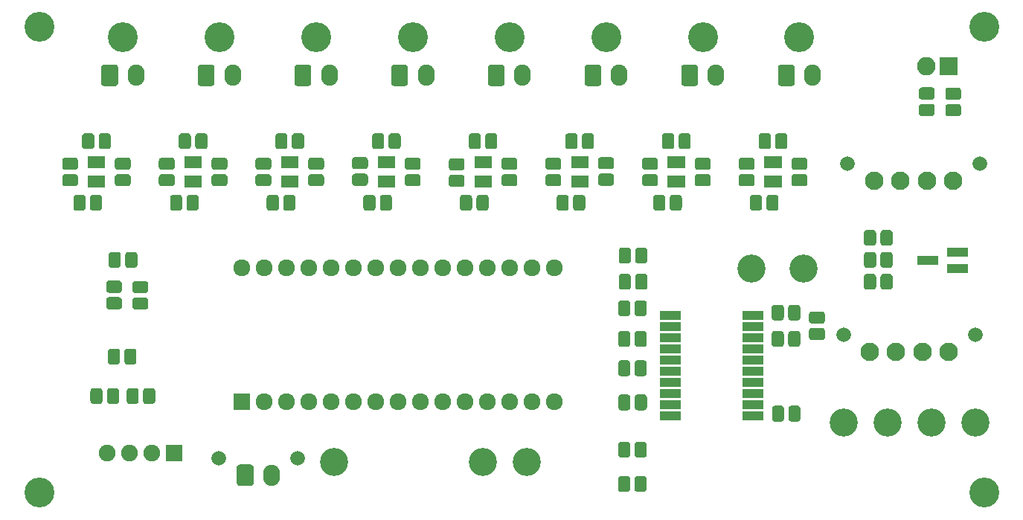
<source format=gts>
G04 #@! TF.GenerationSoftware,KiCad,Pcbnew,(5.1.5)-3*
G04 #@! TF.CreationDate,2020-02-15T15:27:20-06:00*
G04 #@! TF.ProjectId,RTDTemp,52544454-656d-4702-9e6b-696361645f70,Rev1.2+*
G04 #@! TF.SameCoordinates,Original*
G04 #@! TF.FileFunction,Soldermask,Top*
G04 #@! TF.FilePolarity,Negative*
%FSLAX46Y46*%
G04 Gerber Fmt 4.6, Leading zero omitted, Abs format (unit mm)*
G04 Created by KiCad (PCBNEW (5.1.5)-3) date 2020-02-15 15:27:20*
%MOMM*%
%LPD*%
G04 APERTURE LIST*
%ADD10C,1.924000*%
%ADD11R,1.924000X1.924000*%
%ADD12C,2.100000*%
%ADD13C,1.670000*%
%ADD14R,2.400000X1.100000*%
%ADD15C,3.200000*%
%ADD16R,2.100000X2.100000*%
%ADD17O,2.100000X2.100000*%
%ADD18C,0.100000*%
%ADD19C,1.908000*%
%ADD20R,1.924000X1.908000*%
%ADD21C,3.400000*%
%ADD22R,0.800000X1.400000*%
%ADD23R,2.350000X1.000000*%
%ADD24O,1.900000X2.420000*%
G04 APERTURE END LIST*
D10*
X129120000Y-81126000D03*
X131660000Y-81126000D03*
X134200000Y-81126000D03*
X136740000Y-81126000D03*
X139280000Y-81126000D03*
X141820000Y-81126000D03*
X144360000Y-81126000D03*
X146900000Y-81126000D03*
X149440000Y-81126000D03*
X151980000Y-81126000D03*
X154520000Y-81126000D03*
X157060000Y-81126000D03*
X159600000Y-81126000D03*
X162140000Y-81126000D03*
X164680000Y-81126000D03*
X164680000Y-96366000D03*
X162140000Y-96366000D03*
X159600000Y-96366000D03*
X157060000Y-96366000D03*
X154520000Y-96366000D03*
X151980000Y-96366000D03*
X149440000Y-96366000D03*
X146900000Y-96366000D03*
X144360000Y-96366000D03*
X141820000Y-96366000D03*
X139280000Y-96366000D03*
X136740000Y-96366000D03*
X134200000Y-96366000D03*
X131660000Y-96366000D03*
D11*
X129120000Y-96366000D03*
D12*
X210050000Y-71215000D03*
D13*
X213050000Y-69255000D03*
D12*
X201050000Y-71215000D03*
X204050000Y-71215000D03*
X207050000Y-71215000D03*
D13*
X198050000Y-69255000D03*
D14*
X210550000Y-81215000D03*
X210550000Y-79315000D03*
X207150000Y-80265000D03*
D15*
X156550000Y-103215000D03*
X212550000Y-98715000D03*
X207550000Y-98715000D03*
X161550000Y-103215000D03*
X139550000Y-103215000D03*
X187050000Y-81215000D03*
X202550000Y-98715000D03*
X197550000Y-98715000D03*
X193050000Y-81215000D03*
D16*
X209550000Y-58215000D03*
D17*
X207010000Y-58215000D03*
D18*
G36*
X172989943Y-88316655D02*
G01*
X173023312Y-88321605D01*
X173056035Y-88329802D01*
X173087797Y-88341166D01*
X173118293Y-88355590D01*
X173147227Y-88372932D01*
X173174323Y-88393028D01*
X173199318Y-88415682D01*
X173221972Y-88440677D01*
X173242068Y-88467773D01*
X173259410Y-88496707D01*
X173273834Y-88527203D01*
X173285198Y-88558965D01*
X173293395Y-88591688D01*
X173298345Y-88625057D01*
X173300000Y-88658750D01*
X173300000Y-89771250D01*
X173298345Y-89804943D01*
X173293395Y-89838312D01*
X173285198Y-89871035D01*
X173273834Y-89902797D01*
X173259410Y-89933293D01*
X173242068Y-89962227D01*
X173221972Y-89989323D01*
X173199318Y-90014318D01*
X173174323Y-90036972D01*
X173147227Y-90057068D01*
X173118293Y-90074410D01*
X173087797Y-90088834D01*
X173056035Y-90100198D01*
X173023312Y-90108395D01*
X172989943Y-90113345D01*
X172956250Y-90115000D01*
X172268750Y-90115000D01*
X172235057Y-90113345D01*
X172201688Y-90108395D01*
X172168965Y-90100198D01*
X172137203Y-90088834D01*
X172106707Y-90074410D01*
X172077773Y-90057068D01*
X172050677Y-90036972D01*
X172025682Y-90014318D01*
X172003028Y-89989323D01*
X171982932Y-89962227D01*
X171965590Y-89933293D01*
X171951166Y-89902797D01*
X171939802Y-89871035D01*
X171931605Y-89838312D01*
X171926655Y-89804943D01*
X171925000Y-89771250D01*
X171925000Y-88658750D01*
X171926655Y-88625057D01*
X171931605Y-88591688D01*
X171939802Y-88558965D01*
X171951166Y-88527203D01*
X171965590Y-88496707D01*
X171982932Y-88467773D01*
X172003028Y-88440677D01*
X172025682Y-88415682D01*
X172050677Y-88393028D01*
X172077773Y-88372932D01*
X172106707Y-88355590D01*
X172137203Y-88341166D01*
X172168965Y-88329802D01*
X172201688Y-88321605D01*
X172235057Y-88316655D01*
X172268750Y-88315000D01*
X172956250Y-88315000D01*
X172989943Y-88316655D01*
G37*
G36*
X174864943Y-88316655D02*
G01*
X174898312Y-88321605D01*
X174931035Y-88329802D01*
X174962797Y-88341166D01*
X174993293Y-88355590D01*
X175022227Y-88372932D01*
X175049323Y-88393028D01*
X175074318Y-88415682D01*
X175096972Y-88440677D01*
X175117068Y-88467773D01*
X175134410Y-88496707D01*
X175148834Y-88527203D01*
X175160198Y-88558965D01*
X175168395Y-88591688D01*
X175173345Y-88625057D01*
X175175000Y-88658750D01*
X175175000Y-89771250D01*
X175173345Y-89804943D01*
X175168395Y-89838312D01*
X175160198Y-89871035D01*
X175148834Y-89902797D01*
X175134410Y-89933293D01*
X175117068Y-89962227D01*
X175096972Y-89989323D01*
X175074318Y-90014318D01*
X175049323Y-90036972D01*
X175022227Y-90057068D01*
X174993293Y-90074410D01*
X174962797Y-90088834D01*
X174931035Y-90100198D01*
X174898312Y-90108395D01*
X174864943Y-90113345D01*
X174831250Y-90115000D01*
X174143750Y-90115000D01*
X174110057Y-90113345D01*
X174076688Y-90108395D01*
X174043965Y-90100198D01*
X174012203Y-90088834D01*
X173981707Y-90074410D01*
X173952773Y-90057068D01*
X173925677Y-90036972D01*
X173900682Y-90014318D01*
X173878028Y-89989323D01*
X173857932Y-89962227D01*
X173840590Y-89933293D01*
X173826166Y-89902797D01*
X173814802Y-89871035D01*
X173806605Y-89838312D01*
X173801655Y-89804943D01*
X173800000Y-89771250D01*
X173800000Y-88658750D01*
X173801655Y-88625057D01*
X173806605Y-88591688D01*
X173814802Y-88558965D01*
X173826166Y-88527203D01*
X173840590Y-88496707D01*
X173857932Y-88467773D01*
X173878028Y-88440677D01*
X173900682Y-88415682D01*
X173925677Y-88393028D01*
X173952773Y-88372932D01*
X173981707Y-88355590D01*
X174012203Y-88341166D01*
X174043965Y-88329802D01*
X174076688Y-88321605D01*
X174110057Y-88316655D01*
X174143750Y-88315000D01*
X174831250Y-88315000D01*
X174864943Y-88316655D01*
G37*
G36*
X172987443Y-84816655D02*
G01*
X173020812Y-84821605D01*
X173053535Y-84829802D01*
X173085297Y-84841166D01*
X173115793Y-84855590D01*
X173144727Y-84872932D01*
X173171823Y-84893028D01*
X173196818Y-84915682D01*
X173219472Y-84940677D01*
X173239568Y-84967773D01*
X173256910Y-84996707D01*
X173271334Y-85027203D01*
X173282698Y-85058965D01*
X173290895Y-85091688D01*
X173295845Y-85125057D01*
X173297500Y-85158750D01*
X173297500Y-86271250D01*
X173295845Y-86304943D01*
X173290895Y-86338312D01*
X173282698Y-86371035D01*
X173271334Y-86402797D01*
X173256910Y-86433293D01*
X173239568Y-86462227D01*
X173219472Y-86489323D01*
X173196818Y-86514318D01*
X173171823Y-86536972D01*
X173144727Y-86557068D01*
X173115793Y-86574410D01*
X173085297Y-86588834D01*
X173053535Y-86600198D01*
X173020812Y-86608395D01*
X172987443Y-86613345D01*
X172953750Y-86615000D01*
X172266250Y-86615000D01*
X172232557Y-86613345D01*
X172199188Y-86608395D01*
X172166465Y-86600198D01*
X172134703Y-86588834D01*
X172104207Y-86574410D01*
X172075273Y-86557068D01*
X172048177Y-86536972D01*
X172023182Y-86514318D01*
X172000528Y-86489323D01*
X171980432Y-86462227D01*
X171963090Y-86433293D01*
X171948666Y-86402797D01*
X171937302Y-86371035D01*
X171929105Y-86338312D01*
X171924155Y-86304943D01*
X171922500Y-86271250D01*
X171922500Y-85158750D01*
X171924155Y-85125057D01*
X171929105Y-85091688D01*
X171937302Y-85058965D01*
X171948666Y-85027203D01*
X171963090Y-84996707D01*
X171980432Y-84967773D01*
X172000528Y-84940677D01*
X172023182Y-84915682D01*
X172048177Y-84893028D01*
X172075273Y-84872932D01*
X172104207Y-84855590D01*
X172134703Y-84841166D01*
X172166465Y-84829802D01*
X172199188Y-84821605D01*
X172232557Y-84816655D01*
X172266250Y-84815000D01*
X172953750Y-84815000D01*
X172987443Y-84816655D01*
G37*
G36*
X174862443Y-84816655D02*
G01*
X174895812Y-84821605D01*
X174928535Y-84829802D01*
X174960297Y-84841166D01*
X174990793Y-84855590D01*
X175019727Y-84872932D01*
X175046823Y-84893028D01*
X175071818Y-84915682D01*
X175094472Y-84940677D01*
X175114568Y-84967773D01*
X175131910Y-84996707D01*
X175146334Y-85027203D01*
X175157698Y-85058965D01*
X175165895Y-85091688D01*
X175170845Y-85125057D01*
X175172500Y-85158750D01*
X175172500Y-86271250D01*
X175170845Y-86304943D01*
X175165895Y-86338312D01*
X175157698Y-86371035D01*
X175146334Y-86402797D01*
X175131910Y-86433293D01*
X175114568Y-86462227D01*
X175094472Y-86489323D01*
X175071818Y-86514318D01*
X175046823Y-86536972D01*
X175019727Y-86557068D01*
X174990793Y-86574410D01*
X174960297Y-86588834D01*
X174928535Y-86600198D01*
X174895812Y-86608395D01*
X174862443Y-86613345D01*
X174828750Y-86615000D01*
X174141250Y-86615000D01*
X174107557Y-86613345D01*
X174074188Y-86608395D01*
X174041465Y-86600198D01*
X174009703Y-86588834D01*
X173979207Y-86574410D01*
X173950273Y-86557068D01*
X173923177Y-86536972D01*
X173898182Y-86514318D01*
X173875528Y-86489323D01*
X173855432Y-86462227D01*
X173838090Y-86433293D01*
X173823666Y-86402797D01*
X173812302Y-86371035D01*
X173804105Y-86338312D01*
X173799155Y-86304943D01*
X173797500Y-86271250D01*
X173797500Y-85158750D01*
X173799155Y-85125057D01*
X173804105Y-85091688D01*
X173812302Y-85058965D01*
X173823666Y-85027203D01*
X173838090Y-84996707D01*
X173855432Y-84967773D01*
X173875528Y-84940677D01*
X173898182Y-84915682D01*
X173923177Y-84893028D01*
X173950273Y-84872932D01*
X173979207Y-84855590D01*
X174009703Y-84841166D01*
X174041465Y-84829802D01*
X174074188Y-84821605D01*
X174107557Y-84816655D01*
X174141250Y-84815000D01*
X174828750Y-84815000D01*
X174862443Y-84816655D01*
G37*
G36*
X173052443Y-81816655D02*
G01*
X173085812Y-81821605D01*
X173118535Y-81829802D01*
X173150297Y-81841166D01*
X173180793Y-81855590D01*
X173209727Y-81872932D01*
X173236823Y-81893028D01*
X173261818Y-81915682D01*
X173284472Y-81940677D01*
X173304568Y-81967773D01*
X173321910Y-81996707D01*
X173336334Y-82027203D01*
X173347698Y-82058965D01*
X173355895Y-82091688D01*
X173360845Y-82125057D01*
X173362500Y-82158750D01*
X173362500Y-83271250D01*
X173360845Y-83304943D01*
X173355895Y-83338312D01*
X173347698Y-83371035D01*
X173336334Y-83402797D01*
X173321910Y-83433293D01*
X173304568Y-83462227D01*
X173284472Y-83489323D01*
X173261818Y-83514318D01*
X173236823Y-83536972D01*
X173209727Y-83557068D01*
X173180793Y-83574410D01*
X173150297Y-83588834D01*
X173118535Y-83600198D01*
X173085812Y-83608395D01*
X173052443Y-83613345D01*
X173018750Y-83615000D01*
X172331250Y-83615000D01*
X172297557Y-83613345D01*
X172264188Y-83608395D01*
X172231465Y-83600198D01*
X172199703Y-83588834D01*
X172169207Y-83574410D01*
X172140273Y-83557068D01*
X172113177Y-83536972D01*
X172088182Y-83514318D01*
X172065528Y-83489323D01*
X172045432Y-83462227D01*
X172028090Y-83433293D01*
X172013666Y-83402797D01*
X172002302Y-83371035D01*
X171994105Y-83338312D01*
X171989155Y-83304943D01*
X171987500Y-83271250D01*
X171987500Y-82158750D01*
X171989155Y-82125057D01*
X171994105Y-82091688D01*
X172002302Y-82058965D01*
X172013666Y-82027203D01*
X172028090Y-81996707D01*
X172045432Y-81967773D01*
X172065528Y-81940677D01*
X172088182Y-81915682D01*
X172113177Y-81893028D01*
X172140273Y-81872932D01*
X172169207Y-81855590D01*
X172199703Y-81841166D01*
X172231465Y-81829802D01*
X172264188Y-81821605D01*
X172297557Y-81816655D01*
X172331250Y-81815000D01*
X173018750Y-81815000D01*
X173052443Y-81816655D01*
G37*
G36*
X174927443Y-81816655D02*
G01*
X174960812Y-81821605D01*
X174993535Y-81829802D01*
X175025297Y-81841166D01*
X175055793Y-81855590D01*
X175084727Y-81872932D01*
X175111823Y-81893028D01*
X175136818Y-81915682D01*
X175159472Y-81940677D01*
X175179568Y-81967773D01*
X175196910Y-81996707D01*
X175211334Y-82027203D01*
X175222698Y-82058965D01*
X175230895Y-82091688D01*
X175235845Y-82125057D01*
X175237500Y-82158750D01*
X175237500Y-83271250D01*
X175235845Y-83304943D01*
X175230895Y-83338312D01*
X175222698Y-83371035D01*
X175211334Y-83402797D01*
X175196910Y-83433293D01*
X175179568Y-83462227D01*
X175159472Y-83489323D01*
X175136818Y-83514318D01*
X175111823Y-83536972D01*
X175084727Y-83557068D01*
X175055793Y-83574410D01*
X175025297Y-83588834D01*
X174993535Y-83600198D01*
X174960812Y-83608395D01*
X174927443Y-83613345D01*
X174893750Y-83615000D01*
X174206250Y-83615000D01*
X174172557Y-83613345D01*
X174139188Y-83608395D01*
X174106465Y-83600198D01*
X174074703Y-83588834D01*
X174044207Y-83574410D01*
X174015273Y-83557068D01*
X173988177Y-83536972D01*
X173963182Y-83514318D01*
X173940528Y-83489323D01*
X173920432Y-83462227D01*
X173903090Y-83433293D01*
X173888666Y-83402797D01*
X173877302Y-83371035D01*
X173869105Y-83338312D01*
X173864155Y-83304943D01*
X173862500Y-83271250D01*
X173862500Y-82158750D01*
X173864155Y-82125057D01*
X173869105Y-82091688D01*
X173877302Y-82058965D01*
X173888666Y-82027203D01*
X173903090Y-81996707D01*
X173920432Y-81967773D01*
X173940528Y-81940677D01*
X173963182Y-81915682D01*
X173988177Y-81893028D01*
X174015273Y-81872932D01*
X174044207Y-81855590D01*
X174074703Y-81841166D01*
X174106465Y-81829802D01*
X174139188Y-81821605D01*
X174172557Y-81816655D01*
X174206250Y-81815000D01*
X174893750Y-81815000D01*
X174927443Y-81816655D01*
G37*
G36*
X173052443Y-78816655D02*
G01*
X173085812Y-78821605D01*
X173118535Y-78829802D01*
X173150297Y-78841166D01*
X173180793Y-78855590D01*
X173209727Y-78872932D01*
X173236823Y-78893028D01*
X173261818Y-78915682D01*
X173284472Y-78940677D01*
X173304568Y-78967773D01*
X173321910Y-78996707D01*
X173336334Y-79027203D01*
X173347698Y-79058965D01*
X173355895Y-79091688D01*
X173360845Y-79125057D01*
X173362500Y-79158750D01*
X173362500Y-80271250D01*
X173360845Y-80304943D01*
X173355895Y-80338312D01*
X173347698Y-80371035D01*
X173336334Y-80402797D01*
X173321910Y-80433293D01*
X173304568Y-80462227D01*
X173284472Y-80489323D01*
X173261818Y-80514318D01*
X173236823Y-80536972D01*
X173209727Y-80557068D01*
X173180793Y-80574410D01*
X173150297Y-80588834D01*
X173118535Y-80600198D01*
X173085812Y-80608395D01*
X173052443Y-80613345D01*
X173018750Y-80615000D01*
X172331250Y-80615000D01*
X172297557Y-80613345D01*
X172264188Y-80608395D01*
X172231465Y-80600198D01*
X172199703Y-80588834D01*
X172169207Y-80574410D01*
X172140273Y-80557068D01*
X172113177Y-80536972D01*
X172088182Y-80514318D01*
X172065528Y-80489323D01*
X172045432Y-80462227D01*
X172028090Y-80433293D01*
X172013666Y-80402797D01*
X172002302Y-80371035D01*
X171994105Y-80338312D01*
X171989155Y-80304943D01*
X171987500Y-80271250D01*
X171987500Y-79158750D01*
X171989155Y-79125057D01*
X171994105Y-79091688D01*
X172002302Y-79058965D01*
X172013666Y-79027203D01*
X172028090Y-78996707D01*
X172045432Y-78967773D01*
X172065528Y-78940677D01*
X172088182Y-78915682D01*
X172113177Y-78893028D01*
X172140273Y-78872932D01*
X172169207Y-78855590D01*
X172199703Y-78841166D01*
X172231465Y-78829802D01*
X172264188Y-78821605D01*
X172297557Y-78816655D01*
X172331250Y-78815000D01*
X173018750Y-78815000D01*
X173052443Y-78816655D01*
G37*
G36*
X174927443Y-78816655D02*
G01*
X174960812Y-78821605D01*
X174993535Y-78829802D01*
X175025297Y-78841166D01*
X175055793Y-78855590D01*
X175084727Y-78872932D01*
X175111823Y-78893028D01*
X175136818Y-78915682D01*
X175159472Y-78940677D01*
X175179568Y-78967773D01*
X175196910Y-78996707D01*
X175211334Y-79027203D01*
X175222698Y-79058965D01*
X175230895Y-79091688D01*
X175235845Y-79125057D01*
X175237500Y-79158750D01*
X175237500Y-80271250D01*
X175235845Y-80304943D01*
X175230895Y-80338312D01*
X175222698Y-80371035D01*
X175211334Y-80402797D01*
X175196910Y-80433293D01*
X175179568Y-80462227D01*
X175159472Y-80489323D01*
X175136818Y-80514318D01*
X175111823Y-80536972D01*
X175084727Y-80557068D01*
X175055793Y-80574410D01*
X175025297Y-80588834D01*
X174993535Y-80600198D01*
X174960812Y-80608395D01*
X174927443Y-80613345D01*
X174893750Y-80615000D01*
X174206250Y-80615000D01*
X174172557Y-80613345D01*
X174139188Y-80608395D01*
X174106465Y-80600198D01*
X174074703Y-80588834D01*
X174044207Y-80574410D01*
X174015273Y-80557068D01*
X173988177Y-80536972D01*
X173963182Y-80514318D01*
X173940528Y-80489323D01*
X173920432Y-80462227D01*
X173903090Y-80433293D01*
X173888666Y-80402797D01*
X173877302Y-80371035D01*
X173869105Y-80338312D01*
X173864155Y-80304943D01*
X173862500Y-80271250D01*
X173862500Y-79158750D01*
X173864155Y-79125057D01*
X173869105Y-79091688D01*
X173877302Y-79058965D01*
X173888666Y-79027203D01*
X173903090Y-78996707D01*
X173920432Y-78967773D01*
X173940528Y-78940677D01*
X173963182Y-78915682D01*
X173988177Y-78893028D01*
X174015273Y-78872932D01*
X174044207Y-78855590D01*
X174074703Y-78841166D01*
X174106465Y-78829802D01*
X174139188Y-78821605D01*
X174172557Y-78816655D01*
X174206250Y-78815000D01*
X174893750Y-78815000D01*
X174927443Y-78816655D01*
G37*
D19*
X113740000Y-102215000D03*
X116280000Y-102215000D03*
X118820000Y-102215000D03*
D20*
X121360000Y-102215000D03*
D21*
X213550000Y-106715000D03*
X106050000Y-106715000D03*
X213550000Y-53715000D03*
X106050000Y-53715000D03*
D18*
G36*
X115139943Y-84466655D02*
G01*
X115173312Y-84471605D01*
X115206035Y-84479802D01*
X115237797Y-84491166D01*
X115268293Y-84505590D01*
X115297227Y-84522932D01*
X115324323Y-84543028D01*
X115349318Y-84565682D01*
X115371972Y-84590677D01*
X115392068Y-84617773D01*
X115409410Y-84646707D01*
X115423834Y-84677203D01*
X115435198Y-84708965D01*
X115443395Y-84741688D01*
X115448345Y-84775057D01*
X115450000Y-84808750D01*
X115450000Y-85496250D01*
X115448345Y-85529943D01*
X115443395Y-85563312D01*
X115435198Y-85596035D01*
X115423834Y-85627797D01*
X115409410Y-85658293D01*
X115392068Y-85687227D01*
X115371972Y-85714323D01*
X115349318Y-85739318D01*
X115324323Y-85761972D01*
X115297227Y-85782068D01*
X115268293Y-85799410D01*
X115237797Y-85813834D01*
X115206035Y-85825198D01*
X115173312Y-85833395D01*
X115139943Y-85838345D01*
X115106250Y-85840000D01*
X113993750Y-85840000D01*
X113960057Y-85838345D01*
X113926688Y-85833395D01*
X113893965Y-85825198D01*
X113862203Y-85813834D01*
X113831707Y-85799410D01*
X113802773Y-85782068D01*
X113775677Y-85761972D01*
X113750682Y-85739318D01*
X113728028Y-85714323D01*
X113707932Y-85687227D01*
X113690590Y-85658293D01*
X113676166Y-85627797D01*
X113664802Y-85596035D01*
X113656605Y-85563312D01*
X113651655Y-85529943D01*
X113650000Y-85496250D01*
X113650000Y-84808750D01*
X113651655Y-84775057D01*
X113656605Y-84741688D01*
X113664802Y-84708965D01*
X113676166Y-84677203D01*
X113690590Y-84646707D01*
X113707932Y-84617773D01*
X113728028Y-84590677D01*
X113750682Y-84565682D01*
X113775677Y-84543028D01*
X113802773Y-84522932D01*
X113831707Y-84505590D01*
X113862203Y-84491166D01*
X113893965Y-84479802D01*
X113926688Y-84471605D01*
X113960057Y-84466655D01*
X113993750Y-84465000D01*
X115106250Y-84465000D01*
X115139943Y-84466655D01*
G37*
G36*
X115139943Y-82591655D02*
G01*
X115173312Y-82596605D01*
X115206035Y-82604802D01*
X115237797Y-82616166D01*
X115268293Y-82630590D01*
X115297227Y-82647932D01*
X115324323Y-82668028D01*
X115349318Y-82690682D01*
X115371972Y-82715677D01*
X115392068Y-82742773D01*
X115409410Y-82771707D01*
X115423834Y-82802203D01*
X115435198Y-82833965D01*
X115443395Y-82866688D01*
X115448345Y-82900057D01*
X115450000Y-82933750D01*
X115450000Y-83621250D01*
X115448345Y-83654943D01*
X115443395Y-83688312D01*
X115435198Y-83721035D01*
X115423834Y-83752797D01*
X115409410Y-83783293D01*
X115392068Y-83812227D01*
X115371972Y-83839323D01*
X115349318Y-83864318D01*
X115324323Y-83886972D01*
X115297227Y-83907068D01*
X115268293Y-83924410D01*
X115237797Y-83938834D01*
X115206035Y-83950198D01*
X115173312Y-83958395D01*
X115139943Y-83963345D01*
X115106250Y-83965000D01*
X113993750Y-83965000D01*
X113960057Y-83963345D01*
X113926688Y-83958395D01*
X113893965Y-83950198D01*
X113862203Y-83938834D01*
X113831707Y-83924410D01*
X113802773Y-83907068D01*
X113775677Y-83886972D01*
X113750682Y-83864318D01*
X113728028Y-83839323D01*
X113707932Y-83812227D01*
X113690590Y-83783293D01*
X113676166Y-83752797D01*
X113664802Y-83721035D01*
X113656605Y-83688312D01*
X113651655Y-83654943D01*
X113650000Y-83621250D01*
X113650000Y-82933750D01*
X113651655Y-82900057D01*
X113656605Y-82866688D01*
X113664802Y-82833965D01*
X113676166Y-82802203D01*
X113690590Y-82771707D01*
X113707932Y-82742773D01*
X113728028Y-82715677D01*
X113750682Y-82690682D01*
X113775677Y-82668028D01*
X113802773Y-82647932D01*
X113831707Y-82630590D01*
X113862203Y-82616166D01*
X113893965Y-82604802D01*
X113926688Y-82596605D01*
X113960057Y-82591655D01*
X113993750Y-82590000D01*
X115106250Y-82590000D01*
X115139943Y-82591655D01*
G37*
G36*
X118927443Y-94816655D02*
G01*
X118960812Y-94821605D01*
X118993535Y-94829802D01*
X119025297Y-94841166D01*
X119055793Y-94855590D01*
X119084727Y-94872932D01*
X119111823Y-94893028D01*
X119136818Y-94915682D01*
X119159472Y-94940677D01*
X119179568Y-94967773D01*
X119196910Y-94996707D01*
X119211334Y-95027203D01*
X119222698Y-95058965D01*
X119230895Y-95091688D01*
X119235845Y-95125057D01*
X119237500Y-95158750D01*
X119237500Y-96271250D01*
X119235845Y-96304943D01*
X119230895Y-96338312D01*
X119222698Y-96371035D01*
X119211334Y-96402797D01*
X119196910Y-96433293D01*
X119179568Y-96462227D01*
X119159472Y-96489323D01*
X119136818Y-96514318D01*
X119111823Y-96536972D01*
X119084727Y-96557068D01*
X119055793Y-96574410D01*
X119025297Y-96588834D01*
X118993535Y-96600198D01*
X118960812Y-96608395D01*
X118927443Y-96613345D01*
X118893750Y-96615000D01*
X118206250Y-96615000D01*
X118172557Y-96613345D01*
X118139188Y-96608395D01*
X118106465Y-96600198D01*
X118074703Y-96588834D01*
X118044207Y-96574410D01*
X118015273Y-96557068D01*
X117988177Y-96536972D01*
X117963182Y-96514318D01*
X117940528Y-96489323D01*
X117920432Y-96462227D01*
X117903090Y-96433293D01*
X117888666Y-96402797D01*
X117877302Y-96371035D01*
X117869105Y-96338312D01*
X117864155Y-96304943D01*
X117862500Y-96271250D01*
X117862500Y-95158750D01*
X117864155Y-95125057D01*
X117869105Y-95091688D01*
X117877302Y-95058965D01*
X117888666Y-95027203D01*
X117903090Y-94996707D01*
X117920432Y-94967773D01*
X117940528Y-94940677D01*
X117963182Y-94915682D01*
X117988177Y-94893028D01*
X118015273Y-94872932D01*
X118044207Y-94855590D01*
X118074703Y-94841166D01*
X118106465Y-94829802D01*
X118139188Y-94821605D01*
X118172557Y-94816655D01*
X118206250Y-94815000D01*
X118893750Y-94815000D01*
X118927443Y-94816655D01*
G37*
G36*
X117052443Y-94816655D02*
G01*
X117085812Y-94821605D01*
X117118535Y-94829802D01*
X117150297Y-94841166D01*
X117180793Y-94855590D01*
X117209727Y-94872932D01*
X117236823Y-94893028D01*
X117261818Y-94915682D01*
X117284472Y-94940677D01*
X117304568Y-94967773D01*
X117321910Y-94996707D01*
X117336334Y-95027203D01*
X117347698Y-95058965D01*
X117355895Y-95091688D01*
X117360845Y-95125057D01*
X117362500Y-95158750D01*
X117362500Y-96271250D01*
X117360845Y-96304943D01*
X117355895Y-96338312D01*
X117347698Y-96371035D01*
X117336334Y-96402797D01*
X117321910Y-96433293D01*
X117304568Y-96462227D01*
X117284472Y-96489323D01*
X117261818Y-96514318D01*
X117236823Y-96536972D01*
X117209727Y-96557068D01*
X117180793Y-96574410D01*
X117150297Y-96588834D01*
X117118535Y-96600198D01*
X117085812Y-96608395D01*
X117052443Y-96613345D01*
X117018750Y-96615000D01*
X116331250Y-96615000D01*
X116297557Y-96613345D01*
X116264188Y-96608395D01*
X116231465Y-96600198D01*
X116199703Y-96588834D01*
X116169207Y-96574410D01*
X116140273Y-96557068D01*
X116113177Y-96536972D01*
X116088182Y-96514318D01*
X116065528Y-96489323D01*
X116045432Y-96462227D01*
X116028090Y-96433293D01*
X116013666Y-96402797D01*
X116002302Y-96371035D01*
X115994105Y-96338312D01*
X115989155Y-96304943D01*
X115987500Y-96271250D01*
X115987500Y-95158750D01*
X115989155Y-95125057D01*
X115994105Y-95091688D01*
X116002302Y-95058965D01*
X116013666Y-95027203D01*
X116028090Y-94996707D01*
X116045432Y-94967773D01*
X116065528Y-94940677D01*
X116088182Y-94915682D01*
X116113177Y-94893028D01*
X116140273Y-94872932D01*
X116169207Y-94855590D01*
X116199703Y-94841166D01*
X116231465Y-94829802D01*
X116264188Y-94821605D01*
X116297557Y-94816655D01*
X116331250Y-94815000D01*
X117018750Y-94815000D01*
X117052443Y-94816655D01*
G37*
D22*
X155900000Y-69115000D03*
X155900000Y-71315000D03*
X156550000Y-69115000D03*
X156550000Y-71315000D03*
X157200000Y-69115000D03*
X157200000Y-71315000D03*
X166900000Y-69115000D03*
X166900000Y-71315000D03*
X167550000Y-69115000D03*
X167550000Y-71315000D03*
X168200000Y-69115000D03*
X168200000Y-71315000D03*
X177900000Y-69115000D03*
X177900000Y-71315000D03*
X178550000Y-69115000D03*
X178550000Y-71315000D03*
X179200000Y-69115000D03*
X179200000Y-71315000D03*
X188900000Y-69115000D03*
X188900000Y-71315000D03*
X189550000Y-69115000D03*
X189550000Y-71315000D03*
X190200000Y-69115000D03*
X190200000Y-71315000D03*
X133900000Y-69115000D03*
X133900000Y-71315000D03*
X134550000Y-69115000D03*
X134550000Y-71315000D03*
X135200000Y-69115000D03*
X135200000Y-71315000D03*
X144900000Y-69115000D03*
X144900000Y-71315000D03*
X145550000Y-69115000D03*
X145550000Y-71315000D03*
X146200000Y-69115000D03*
X146200000Y-71315000D03*
D23*
X187250000Y-86500000D03*
X187250000Y-87770000D03*
X187250000Y-89040000D03*
X187250000Y-90310000D03*
X187250000Y-91580000D03*
X187250000Y-92850000D03*
X187250000Y-94120000D03*
X187250000Y-95390000D03*
X187250000Y-96660000D03*
X187250000Y-97930000D03*
X177850000Y-97930000D03*
X177850000Y-96660000D03*
X177850000Y-95390000D03*
X177850000Y-94120000D03*
X177850000Y-92850000D03*
X177850000Y-91580000D03*
X177850000Y-90310000D03*
X177850000Y-89040000D03*
X177850000Y-87770000D03*
X177850000Y-86500000D03*
D22*
X113200000Y-71315000D03*
X113200000Y-69115000D03*
X112550000Y-71315000D03*
X112550000Y-69115000D03*
X111900000Y-71315000D03*
X111900000Y-69115000D03*
X122900000Y-69115000D03*
X122900000Y-71315000D03*
X123550000Y-69115000D03*
X123550000Y-71315000D03*
X124200000Y-69115000D03*
X124200000Y-71315000D03*
D18*
G36*
X160139943Y-70466655D02*
G01*
X160173312Y-70471605D01*
X160206035Y-70479802D01*
X160237797Y-70491166D01*
X160268293Y-70505590D01*
X160297227Y-70522932D01*
X160324323Y-70543028D01*
X160349318Y-70565682D01*
X160371972Y-70590677D01*
X160392068Y-70617773D01*
X160409410Y-70646707D01*
X160423834Y-70677203D01*
X160435198Y-70708965D01*
X160443395Y-70741688D01*
X160448345Y-70775057D01*
X160450000Y-70808750D01*
X160450000Y-71496250D01*
X160448345Y-71529943D01*
X160443395Y-71563312D01*
X160435198Y-71596035D01*
X160423834Y-71627797D01*
X160409410Y-71658293D01*
X160392068Y-71687227D01*
X160371972Y-71714323D01*
X160349318Y-71739318D01*
X160324323Y-71761972D01*
X160297227Y-71782068D01*
X160268293Y-71799410D01*
X160237797Y-71813834D01*
X160206035Y-71825198D01*
X160173312Y-71833395D01*
X160139943Y-71838345D01*
X160106250Y-71840000D01*
X158993750Y-71840000D01*
X158960057Y-71838345D01*
X158926688Y-71833395D01*
X158893965Y-71825198D01*
X158862203Y-71813834D01*
X158831707Y-71799410D01*
X158802773Y-71782068D01*
X158775677Y-71761972D01*
X158750682Y-71739318D01*
X158728028Y-71714323D01*
X158707932Y-71687227D01*
X158690590Y-71658293D01*
X158676166Y-71627797D01*
X158664802Y-71596035D01*
X158656605Y-71563312D01*
X158651655Y-71529943D01*
X158650000Y-71496250D01*
X158650000Y-70808750D01*
X158651655Y-70775057D01*
X158656605Y-70741688D01*
X158664802Y-70708965D01*
X158676166Y-70677203D01*
X158690590Y-70646707D01*
X158707932Y-70617773D01*
X158728028Y-70590677D01*
X158750682Y-70565682D01*
X158775677Y-70543028D01*
X158802773Y-70522932D01*
X158831707Y-70505590D01*
X158862203Y-70491166D01*
X158893965Y-70479802D01*
X158926688Y-70471605D01*
X158960057Y-70466655D01*
X158993750Y-70465000D01*
X160106250Y-70465000D01*
X160139943Y-70466655D01*
G37*
G36*
X160139943Y-68591655D02*
G01*
X160173312Y-68596605D01*
X160206035Y-68604802D01*
X160237797Y-68616166D01*
X160268293Y-68630590D01*
X160297227Y-68647932D01*
X160324323Y-68668028D01*
X160349318Y-68690682D01*
X160371972Y-68715677D01*
X160392068Y-68742773D01*
X160409410Y-68771707D01*
X160423834Y-68802203D01*
X160435198Y-68833965D01*
X160443395Y-68866688D01*
X160448345Y-68900057D01*
X160450000Y-68933750D01*
X160450000Y-69621250D01*
X160448345Y-69654943D01*
X160443395Y-69688312D01*
X160435198Y-69721035D01*
X160423834Y-69752797D01*
X160409410Y-69783293D01*
X160392068Y-69812227D01*
X160371972Y-69839323D01*
X160349318Y-69864318D01*
X160324323Y-69886972D01*
X160297227Y-69907068D01*
X160268293Y-69924410D01*
X160237797Y-69938834D01*
X160206035Y-69950198D01*
X160173312Y-69958395D01*
X160139943Y-69963345D01*
X160106250Y-69965000D01*
X158993750Y-69965000D01*
X158960057Y-69963345D01*
X158926688Y-69958395D01*
X158893965Y-69950198D01*
X158862203Y-69938834D01*
X158831707Y-69924410D01*
X158802773Y-69907068D01*
X158775677Y-69886972D01*
X158750682Y-69864318D01*
X158728028Y-69839323D01*
X158707932Y-69812227D01*
X158690590Y-69783293D01*
X158676166Y-69752797D01*
X158664802Y-69721035D01*
X158656605Y-69688312D01*
X158651655Y-69654943D01*
X158650000Y-69621250D01*
X158650000Y-68933750D01*
X158651655Y-68900057D01*
X158656605Y-68866688D01*
X158664802Y-68833965D01*
X158676166Y-68802203D01*
X158690590Y-68771707D01*
X158707932Y-68742773D01*
X158728028Y-68715677D01*
X158750682Y-68690682D01*
X158775677Y-68668028D01*
X158802773Y-68647932D01*
X158831707Y-68630590D01*
X158862203Y-68616166D01*
X158893965Y-68604802D01*
X158926688Y-68596605D01*
X158960057Y-68591655D01*
X158993750Y-68590000D01*
X160106250Y-68590000D01*
X160139943Y-68591655D01*
G37*
G36*
X154139943Y-68654155D02*
G01*
X154173312Y-68659105D01*
X154206035Y-68667302D01*
X154237797Y-68678666D01*
X154268293Y-68693090D01*
X154297227Y-68710432D01*
X154324323Y-68730528D01*
X154349318Y-68753182D01*
X154371972Y-68778177D01*
X154392068Y-68805273D01*
X154409410Y-68834207D01*
X154423834Y-68864703D01*
X154435198Y-68896465D01*
X154443395Y-68929188D01*
X154448345Y-68962557D01*
X154450000Y-68996250D01*
X154450000Y-69683750D01*
X154448345Y-69717443D01*
X154443395Y-69750812D01*
X154435198Y-69783535D01*
X154423834Y-69815297D01*
X154409410Y-69845793D01*
X154392068Y-69874727D01*
X154371972Y-69901823D01*
X154349318Y-69926818D01*
X154324323Y-69949472D01*
X154297227Y-69969568D01*
X154268293Y-69986910D01*
X154237797Y-70001334D01*
X154206035Y-70012698D01*
X154173312Y-70020895D01*
X154139943Y-70025845D01*
X154106250Y-70027500D01*
X152993750Y-70027500D01*
X152960057Y-70025845D01*
X152926688Y-70020895D01*
X152893965Y-70012698D01*
X152862203Y-70001334D01*
X152831707Y-69986910D01*
X152802773Y-69969568D01*
X152775677Y-69949472D01*
X152750682Y-69926818D01*
X152728028Y-69901823D01*
X152707932Y-69874727D01*
X152690590Y-69845793D01*
X152676166Y-69815297D01*
X152664802Y-69783535D01*
X152656605Y-69750812D01*
X152651655Y-69717443D01*
X152650000Y-69683750D01*
X152650000Y-68996250D01*
X152651655Y-68962557D01*
X152656605Y-68929188D01*
X152664802Y-68896465D01*
X152676166Y-68864703D01*
X152690590Y-68834207D01*
X152707932Y-68805273D01*
X152728028Y-68778177D01*
X152750682Y-68753182D01*
X152775677Y-68730528D01*
X152802773Y-68710432D01*
X152831707Y-68693090D01*
X152862203Y-68678666D01*
X152893965Y-68667302D01*
X152926688Y-68659105D01*
X152960057Y-68654155D01*
X152993750Y-68652500D01*
X154106250Y-68652500D01*
X154139943Y-68654155D01*
G37*
G36*
X154139943Y-70529155D02*
G01*
X154173312Y-70534105D01*
X154206035Y-70542302D01*
X154237797Y-70553666D01*
X154268293Y-70568090D01*
X154297227Y-70585432D01*
X154324323Y-70605528D01*
X154349318Y-70628182D01*
X154371972Y-70653177D01*
X154392068Y-70680273D01*
X154409410Y-70709207D01*
X154423834Y-70739703D01*
X154435198Y-70771465D01*
X154443395Y-70804188D01*
X154448345Y-70837557D01*
X154450000Y-70871250D01*
X154450000Y-71558750D01*
X154448345Y-71592443D01*
X154443395Y-71625812D01*
X154435198Y-71658535D01*
X154423834Y-71690297D01*
X154409410Y-71720793D01*
X154392068Y-71749727D01*
X154371972Y-71776823D01*
X154349318Y-71801818D01*
X154324323Y-71824472D01*
X154297227Y-71844568D01*
X154268293Y-71861910D01*
X154237797Y-71876334D01*
X154206035Y-71887698D01*
X154173312Y-71895895D01*
X154139943Y-71900845D01*
X154106250Y-71902500D01*
X152993750Y-71902500D01*
X152960057Y-71900845D01*
X152926688Y-71895895D01*
X152893965Y-71887698D01*
X152862203Y-71876334D01*
X152831707Y-71861910D01*
X152802773Y-71844568D01*
X152775677Y-71824472D01*
X152750682Y-71801818D01*
X152728028Y-71776823D01*
X152707932Y-71749727D01*
X152690590Y-71720793D01*
X152676166Y-71690297D01*
X152664802Y-71658535D01*
X152656605Y-71625812D01*
X152651655Y-71592443D01*
X152650000Y-71558750D01*
X152650000Y-70871250D01*
X152651655Y-70837557D01*
X152656605Y-70804188D01*
X152664802Y-70771465D01*
X152676166Y-70739703D01*
X152690590Y-70709207D01*
X152707932Y-70680273D01*
X152728028Y-70653177D01*
X152750682Y-70628182D01*
X152775677Y-70605528D01*
X152802773Y-70585432D01*
X152831707Y-70568090D01*
X152862203Y-70553666D01*
X152893965Y-70542302D01*
X152926688Y-70534105D01*
X152960057Y-70529155D01*
X152993750Y-70527500D01*
X154106250Y-70527500D01*
X154139943Y-70529155D01*
G37*
G36*
X154989943Y-72816655D02*
G01*
X155023312Y-72821605D01*
X155056035Y-72829802D01*
X155087797Y-72841166D01*
X155118293Y-72855590D01*
X155147227Y-72872932D01*
X155174323Y-72893028D01*
X155199318Y-72915682D01*
X155221972Y-72940677D01*
X155242068Y-72967773D01*
X155259410Y-72996707D01*
X155273834Y-73027203D01*
X155285198Y-73058965D01*
X155293395Y-73091688D01*
X155298345Y-73125057D01*
X155300000Y-73158750D01*
X155300000Y-74271250D01*
X155298345Y-74304943D01*
X155293395Y-74338312D01*
X155285198Y-74371035D01*
X155273834Y-74402797D01*
X155259410Y-74433293D01*
X155242068Y-74462227D01*
X155221972Y-74489323D01*
X155199318Y-74514318D01*
X155174323Y-74536972D01*
X155147227Y-74557068D01*
X155118293Y-74574410D01*
X155087797Y-74588834D01*
X155056035Y-74600198D01*
X155023312Y-74608395D01*
X154989943Y-74613345D01*
X154956250Y-74615000D01*
X154268750Y-74615000D01*
X154235057Y-74613345D01*
X154201688Y-74608395D01*
X154168965Y-74600198D01*
X154137203Y-74588834D01*
X154106707Y-74574410D01*
X154077773Y-74557068D01*
X154050677Y-74536972D01*
X154025682Y-74514318D01*
X154003028Y-74489323D01*
X153982932Y-74462227D01*
X153965590Y-74433293D01*
X153951166Y-74402797D01*
X153939802Y-74371035D01*
X153931605Y-74338312D01*
X153926655Y-74304943D01*
X153925000Y-74271250D01*
X153925000Y-73158750D01*
X153926655Y-73125057D01*
X153931605Y-73091688D01*
X153939802Y-73058965D01*
X153951166Y-73027203D01*
X153965590Y-72996707D01*
X153982932Y-72967773D01*
X154003028Y-72940677D01*
X154025682Y-72915682D01*
X154050677Y-72893028D01*
X154077773Y-72872932D01*
X154106707Y-72855590D01*
X154137203Y-72841166D01*
X154168965Y-72829802D01*
X154201688Y-72821605D01*
X154235057Y-72816655D01*
X154268750Y-72815000D01*
X154956250Y-72815000D01*
X154989943Y-72816655D01*
G37*
G36*
X156864943Y-72816655D02*
G01*
X156898312Y-72821605D01*
X156931035Y-72829802D01*
X156962797Y-72841166D01*
X156993293Y-72855590D01*
X157022227Y-72872932D01*
X157049323Y-72893028D01*
X157074318Y-72915682D01*
X157096972Y-72940677D01*
X157117068Y-72967773D01*
X157134410Y-72996707D01*
X157148834Y-73027203D01*
X157160198Y-73058965D01*
X157168395Y-73091688D01*
X157173345Y-73125057D01*
X157175000Y-73158750D01*
X157175000Y-74271250D01*
X157173345Y-74304943D01*
X157168395Y-74338312D01*
X157160198Y-74371035D01*
X157148834Y-74402797D01*
X157134410Y-74433293D01*
X157117068Y-74462227D01*
X157096972Y-74489323D01*
X157074318Y-74514318D01*
X157049323Y-74536972D01*
X157022227Y-74557068D01*
X156993293Y-74574410D01*
X156962797Y-74588834D01*
X156931035Y-74600198D01*
X156898312Y-74608395D01*
X156864943Y-74613345D01*
X156831250Y-74615000D01*
X156143750Y-74615000D01*
X156110057Y-74613345D01*
X156076688Y-74608395D01*
X156043965Y-74600198D01*
X156012203Y-74588834D01*
X155981707Y-74574410D01*
X155952773Y-74557068D01*
X155925677Y-74536972D01*
X155900682Y-74514318D01*
X155878028Y-74489323D01*
X155857932Y-74462227D01*
X155840590Y-74433293D01*
X155826166Y-74402797D01*
X155814802Y-74371035D01*
X155806605Y-74338312D01*
X155801655Y-74304943D01*
X155800000Y-74271250D01*
X155800000Y-73158750D01*
X155801655Y-73125057D01*
X155806605Y-73091688D01*
X155814802Y-73058965D01*
X155826166Y-73027203D01*
X155840590Y-72996707D01*
X155857932Y-72967773D01*
X155878028Y-72940677D01*
X155900682Y-72915682D01*
X155925677Y-72893028D01*
X155952773Y-72872932D01*
X155981707Y-72855590D01*
X156012203Y-72841166D01*
X156043965Y-72829802D01*
X156076688Y-72821605D01*
X156110057Y-72816655D01*
X156143750Y-72815000D01*
X156831250Y-72815000D01*
X156864943Y-72816655D01*
G37*
G36*
X171139943Y-70404155D02*
G01*
X171173312Y-70409105D01*
X171206035Y-70417302D01*
X171237797Y-70428666D01*
X171268293Y-70443090D01*
X171297227Y-70460432D01*
X171324323Y-70480528D01*
X171349318Y-70503182D01*
X171371972Y-70528177D01*
X171392068Y-70555273D01*
X171409410Y-70584207D01*
X171423834Y-70614703D01*
X171435198Y-70646465D01*
X171443395Y-70679188D01*
X171448345Y-70712557D01*
X171450000Y-70746250D01*
X171450000Y-71433750D01*
X171448345Y-71467443D01*
X171443395Y-71500812D01*
X171435198Y-71533535D01*
X171423834Y-71565297D01*
X171409410Y-71595793D01*
X171392068Y-71624727D01*
X171371972Y-71651823D01*
X171349318Y-71676818D01*
X171324323Y-71699472D01*
X171297227Y-71719568D01*
X171268293Y-71736910D01*
X171237797Y-71751334D01*
X171206035Y-71762698D01*
X171173312Y-71770895D01*
X171139943Y-71775845D01*
X171106250Y-71777500D01*
X169993750Y-71777500D01*
X169960057Y-71775845D01*
X169926688Y-71770895D01*
X169893965Y-71762698D01*
X169862203Y-71751334D01*
X169831707Y-71736910D01*
X169802773Y-71719568D01*
X169775677Y-71699472D01*
X169750682Y-71676818D01*
X169728028Y-71651823D01*
X169707932Y-71624727D01*
X169690590Y-71595793D01*
X169676166Y-71565297D01*
X169664802Y-71533535D01*
X169656605Y-71500812D01*
X169651655Y-71467443D01*
X169650000Y-71433750D01*
X169650000Y-70746250D01*
X169651655Y-70712557D01*
X169656605Y-70679188D01*
X169664802Y-70646465D01*
X169676166Y-70614703D01*
X169690590Y-70584207D01*
X169707932Y-70555273D01*
X169728028Y-70528177D01*
X169750682Y-70503182D01*
X169775677Y-70480528D01*
X169802773Y-70460432D01*
X169831707Y-70443090D01*
X169862203Y-70428666D01*
X169893965Y-70417302D01*
X169926688Y-70409105D01*
X169960057Y-70404155D01*
X169993750Y-70402500D01*
X171106250Y-70402500D01*
X171139943Y-70404155D01*
G37*
G36*
X171139943Y-68529155D02*
G01*
X171173312Y-68534105D01*
X171206035Y-68542302D01*
X171237797Y-68553666D01*
X171268293Y-68568090D01*
X171297227Y-68585432D01*
X171324323Y-68605528D01*
X171349318Y-68628182D01*
X171371972Y-68653177D01*
X171392068Y-68680273D01*
X171409410Y-68709207D01*
X171423834Y-68739703D01*
X171435198Y-68771465D01*
X171443395Y-68804188D01*
X171448345Y-68837557D01*
X171450000Y-68871250D01*
X171450000Y-69558750D01*
X171448345Y-69592443D01*
X171443395Y-69625812D01*
X171435198Y-69658535D01*
X171423834Y-69690297D01*
X171409410Y-69720793D01*
X171392068Y-69749727D01*
X171371972Y-69776823D01*
X171349318Y-69801818D01*
X171324323Y-69824472D01*
X171297227Y-69844568D01*
X171268293Y-69861910D01*
X171237797Y-69876334D01*
X171206035Y-69887698D01*
X171173312Y-69895895D01*
X171139943Y-69900845D01*
X171106250Y-69902500D01*
X169993750Y-69902500D01*
X169960057Y-69900845D01*
X169926688Y-69895895D01*
X169893965Y-69887698D01*
X169862203Y-69876334D01*
X169831707Y-69861910D01*
X169802773Y-69844568D01*
X169775677Y-69824472D01*
X169750682Y-69801818D01*
X169728028Y-69776823D01*
X169707932Y-69749727D01*
X169690590Y-69720793D01*
X169676166Y-69690297D01*
X169664802Y-69658535D01*
X169656605Y-69625812D01*
X169651655Y-69592443D01*
X169650000Y-69558750D01*
X169650000Y-68871250D01*
X169651655Y-68837557D01*
X169656605Y-68804188D01*
X169664802Y-68771465D01*
X169676166Y-68739703D01*
X169690590Y-68709207D01*
X169707932Y-68680273D01*
X169728028Y-68653177D01*
X169750682Y-68628182D01*
X169775677Y-68605528D01*
X169802773Y-68585432D01*
X169831707Y-68568090D01*
X169862203Y-68553666D01*
X169893965Y-68542302D01*
X169926688Y-68534105D01*
X169960057Y-68529155D01*
X169993750Y-68527500D01*
X171106250Y-68527500D01*
X171139943Y-68529155D01*
G37*
G36*
X165139943Y-68591655D02*
G01*
X165173312Y-68596605D01*
X165206035Y-68604802D01*
X165237797Y-68616166D01*
X165268293Y-68630590D01*
X165297227Y-68647932D01*
X165324323Y-68668028D01*
X165349318Y-68690682D01*
X165371972Y-68715677D01*
X165392068Y-68742773D01*
X165409410Y-68771707D01*
X165423834Y-68802203D01*
X165435198Y-68833965D01*
X165443395Y-68866688D01*
X165448345Y-68900057D01*
X165450000Y-68933750D01*
X165450000Y-69621250D01*
X165448345Y-69654943D01*
X165443395Y-69688312D01*
X165435198Y-69721035D01*
X165423834Y-69752797D01*
X165409410Y-69783293D01*
X165392068Y-69812227D01*
X165371972Y-69839323D01*
X165349318Y-69864318D01*
X165324323Y-69886972D01*
X165297227Y-69907068D01*
X165268293Y-69924410D01*
X165237797Y-69938834D01*
X165206035Y-69950198D01*
X165173312Y-69958395D01*
X165139943Y-69963345D01*
X165106250Y-69965000D01*
X163993750Y-69965000D01*
X163960057Y-69963345D01*
X163926688Y-69958395D01*
X163893965Y-69950198D01*
X163862203Y-69938834D01*
X163831707Y-69924410D01*
X163802773Y-69907068D01*
X163775677Y-69886972D01*
X163750682Y-69864318D01*
X163728028Y-69839323D01*
X163707932Y-69812227D01*
X163690590Y-69783293D01*
X163676166Y-69752797D01*
X163664802Y-69721035D01*
X163656605Y-69688312D01*
X163651655Y-69654943D01*
X163650000Y-69621250D01*
X163650000Y-68933750D01*
X163651655Y-68900057D01*
X163656605Y-68866688D01*
X163664802Y-68833965D01*
X163676166Y-68802203D01*
X163690590Y-68771707D01*
X163707932Y-68742773D01*
X163728028Y-68715677D01*
X163750682Y-68690682D01*
X163775677Y-68668028D01*
X163802773Y-68647932D01*
X163831707Y-68630590D01*
X163862203Y-68616166D01*
X163893965Y-68604802D01*
X163926688Y-68596605D01*
X163960057Y-68591655D01*
X163993750Y-68590000D01*
X165106250Y-68590000D01*
X165139943Y-68591655D01*
G37*
G36*
X165139943Y-70466655D02*
G01*
X165173312Y-70471605D01*
X165206035Y-70479802D01*
X165237797Y-70491166D01*
X165268293Y-70505590D01*
X165297227Y-70522932D01*
X165324323Y-70543028D01*
X165349318Y-70565682D01*
X165371972Y-70590677D01*
X165392068Y-70617773D01*
X165409410Y-70646707D01*
X165423834Y-70677203D01*
X165435198Y-70708965D01*
X165443395Y-70741688D01*
X165448345Y-70775057D01*
X165450000Y-70808750D01*
X165450000Y-71496250D01*
X165448345Y-71529943D01*
X165443395Y-71563312D01*
X165435198Y-71596035D01*
X165423834Y-71627797D01*
X165409410Y-71658293D01*
X165392068Y-71687227D01*
X165371972Y-71714323D01*
X165349318Y-71739318D01*
X165324323Y-71761972D01*
X165297227Y-71782068D01*
X165268293Y-71799410D01*
X165237797Y-71813834D01*
X165206035Y-71825198D01*
X165173312Y-71833395D01*
X165139943Y-71838345D01*
X165106250Y-71840000D01*
X163993750Y-71840000D01*
X163960057Y-71838345D01*
X163926688Y-71833395D01*
X163893965Y-71825198D01*
X163862203Y-71813834D01*
X163831707Y-71799410D01*
X163802773Y-71782068D01*
X163775677Y-71761972D01*
X163750682Y-71739318D01*
X163728028Y-71714323D01*
X163707932Y-71687227D01*
X163690590Y-71658293D01*
X163676166Y-71627797D01*
X163664802Y-71596035D01*
X163656605Y-71563312D01*
X163651655Y-71529943D01*
X163650000Y-71496250D01*
X163650000Y-70808750D01*
X163651655Y-70775057D01*
X163656605Y-70741688D01*
X163664802Y-70708965D01*
X163676166Y-70677203D01*
X163690590Y-70646707D01*
X163707932Y-70617773D01*
X163728028Y-70590677D01*
X163750682Y-70565682D01*
X163775677Y-70543028D01*
X163802773Y-70522932D01*
X163831707Y-70505590D01*
X163862203Y-70491166D01*
X163893965Y-70479802D01*
X163926688Y-70471605D01*
X163960057Y-70466655D01*
X163993750Y-70465000D01*
X165106250Y-70465000D01*
X165139943Y-70466655D01*
G37*
G36*
X165989943Y-72816655D02*
G01*
X166023312Y-72821605D01*
X166056035Y-72829802D01*
X166087797Y-72841166D01*
X166118293Y-72855590D01*
X166147227Y-72872932D01*
X166174323Y-72893028D01*
X166199318Y-72915682D01*
X166221972Y-72940677D01*
X166242068Y-72967773D01*
X166259410Y-72996707D01*
X166273834Y-73027203D01*
X166285198Y-73058965D01*
X166293395Y-73091688D01*
X166298345Y-73125057D01*
X166300000Y-73158750D01*
X166300000Y-74271250D01*
X166298345Y-74304943D01*
X166293395Y-74338312D01*
X166285198Y-74371035D01*
X166273834Y-74402797D01*
X166259410Y-74433293D01*
X166242068Y-74462227D01*
X166221972Y-74489323D01*
X166199318Y-74514318D01*
X166174323Y-74536972D01*
X166147227Y-74557068D01*
X166118293Y-74574410D01*
X166087797Y-74588834D01*
X166056035Y-74600198D01*
X166023312Y-74608395D01*
X165989943Y-74613345D01*
X165956250Y-74615000D01*
X165268750Y-74615000D01*
X165235057Y-74613345D01*
X165201688Y-74608395D01*
X165168965Y-74600198D01*
X165137203Y-74588834D01*
X165106707Y-74574410D01*
X165077773Y-74557068D01*
X165050677Y-74536972D01*
X165025682Y-74514318D01*
X165003028Y-74489323D01*
X164982932Y-74462227D01*
X164965590Y-74433293D01*
X164951166Y-74402797D01*
X164939802Y-74371035D01*
X164931605Y-74338312D01*
X164926655Y-74304943D01*
X164925000Y-74271250D01*
X164925000Y-73158750D01*
X164926655Y-73125057D01*
X164931605Y-73091688D01*
X164939802Y-73058965D01*
X164951166Y-73027203D01*
X164965590Y-72996707D01*
X164982932Y-72967773D01*
X165003028Y-72940677D01*
X165025682Y-72915682D01*
X165050677Y-72893028D01*
X165077773Y-72872932D01*
X165106707Y-72855590D01*
X165137203Y-72841166D01*
X165168965Y-72829802D01*
X165201688Y-72821605D01*
X165235057Y-72816655D01*
X165268750Y-72815000D01*
X165956250Y-72815000D01*
X165989943Y-72816655D01*
G37*
G36*
X167864943Y-72816655D02*
G01*
X167898312Y-72821605D01*
X167931035Y-72829802D01*
X167962797Y-72841166D01*
X167993293Y-72855590D01*
X168022227Y-72872932D01*
X168049323Y-72893028D01*
X168074318Y-72915682D01*
X168096972Y-72940677D01*
X168117068Y-72967773D01*
X168134410Y-72996707D01*
X168148834Y-73027203D01*
X168160198Y-73058965D01*
X168168395Y-73091688D01*
X168173345Y-73125057D01*
X168175000Y-73158750D01*
X168175000Y-74271250D01*
X168173345Y-74304943D01*
X168168395Y-74338312D01*
X168160198Y-74371035D01*
X168148834Y-74402797D01*
X168134410Y-74433293D01*
X168117068Y-74462227D01*
X168096972Y-74489323D01*
X168074318Y-74514318D01*
X168049323Y-74536972D01*
X168022227Y-74557068D01*
X167993293Y-74574410D01*
X167962797Y-74588834D01*
X167931035Y-74600198D01*
X167898312Y-74608395D01*
X167864943Y-74613345D01*
X167831250Y-74615000D01*
X167143750Y-74615000D01*
X167110057Y-74613345D01*
X167076688Y-74608395D01*
X167043965Y-74600198D01*
X167012203Y-74588834D01*
X166981707Y-74574410D01*
X166952773Y-74557068D01*
X166925677Y-74536972D01*
X166900682Y-74514318D01*
X166878028Y-74489323D01*
X166857932Y-74462227D01*
X166840590Y-74433293D01*
X166826166Y-74402797D01*
X166814802Y-74371035D01*
X166806605Y-74338312D01*
X166801655Y-74304943D01*
X166800000Y-74271250D01*
X166800000Y-73158750D01*
X166801655Y-73125057D01*
X166806605Y-73091688D01*
X166814802Y-73058965D01*
X166826166Y-73027203D01*
X166840590Y-72996707D01*
X166857932Y-72967773D01*
X166878028Y-72940677D01*
X166900682Y-72915682D01*
X166925677Y-72893028D01*
X166952773Y-72872932D01*
X166981707Y-72855590D01*
X167012203Y-72841166D01*
X167043965Y-72829802D01*
X167076688Y-72821605D01*
X167110057Y-72816655D01*
X167143750Y-72815000D01*
X167831250Y-72815000D01*
X167864943Y-72816655D01*
G37*
G36*
X182139943Y-70466655D02*
G01*
X182173312Y-70471605D01*
X182206035Y-70479802D01*
X182237797Y-70491166D01*
X182268293Y-70505590D01*
X182297227Y-70522932D01*
X182324323Y-70543028D01*
X182349318Y-70565682D01*
X182371972Y-70590677D01*
X182392068Y-70617773D01*
X182409410Y-70646707D01*
X182423834Y-70677203D01*
X182435198Y-70708965D01*
X182443395Y-70741688D01*
X182448345Y-70775057D01*
X182450000Y-70808750D01*
X182450000Y-71496250D01*
X182448345Y-71529943D01*
X182443395Y-71563312D01*
X182435198Y-71596035D01*
X182423834Y-71627797D01*
X182409410Y-71658293D01*
X182392068Y-71687227D01*
X182371972Y-71714323D01*
X182349318Y-71739318D01*
X182324323Y-71761972D01*
X182297227Y-71782068D01*
X182268293Y-71799410D01*
X182237797Y-71813834D01*
X182206035Y-71825198D01*
X182173312Y-71833395D01*
X182139943Y-71838345D01*
X182106250Y-71840000D01*
X180993750Y-71840000D01*
X180960057Y-71838345D01*
X180926688Y-71833395D01*
X180893965Y-71825198D01*
X180862203Y-71813834D01*
X180831707Y-71799410D01*
X180802773Y-71782068D01*
X180775677Y-71761972D01*
X180750682Y-71739318D01*
X180728028Y-71714323D01*
X180707932Y-71687227D01*
X180690590Y-71658293D01*
X180676166Y-71627797D01*
X180664802Y-71596035D01*
X180656605Y-71563312D01*
X180651655Y-71529943D01*
X180650000Y-71496250D01*
X180650000Y-70808750D01*
X180651655Y-70775057D01*
X180656605Y-70741688D01*
X180664802Y-70708965D01*
X180676166Y-70677203D01*
X180690590Y-70646707D01*
X180707932Y-70617773D01*
X180728028Y-70590677D01*
X180750682Y-70565682D01*
X180775677Y-70543028D01*
X180802773Y-70522932D01*
X180831707Y-70505590D01*
X180862203Y-70491166D01*
X180893965Y-70479802D01*
X180926688Y-70471605D01*
X180960057Y-70466655D01*
X180993750Y-70465000D01*
X182106250Y-70465000D01*
X182139943Y-70466655D01*
G37*
G36*
X182139943Y-68591655D02*
G01*
X182173312Y-68596605D01*
X182206035Y-68604802D01*
X182237797Y-68616166D01*
X182268293Y-68630590D01*
X182297227Y-68647932D01*
X182324323Y-68668028D01*
X182349318Y-68690682D01*
X182371972Y-68715677D01*
X182392068Y-68742773D01*
X182409410Y-68771707D01*
X182423834Y-68802203D01*
X182435198Y-68833965D01*
X182443395Y-68866688D01*
X182448345Y-68900057D01*
X182450000Y-68933750D01*
X182450000Y-69621250D01*
X182448345Y-69654943D01*
X182443395Y-69688312D01*
X182435198Y-69721035D01*
X182423834Y-69752797D01*
X182409410Y-69783293D01*
X182392068Y-69812227D01*
X182371972Y-69839323D01*
X182349318Y-69864318D01*
X182324323Y-69886972D01*
X182297227Y-69907068D01*
X182268293Y-69924410D01*
X182237797Y-69938834D01*
X182206035Y-69950198D01*
X182173312Y-69958395D01*
X182139943Y-69963345D01*
X182106250Y-69965000D01*
X180993750Y-69965000D01*
X180960057Y-69963345D01*
X180926688Y-69958395D01*
X180893965Y-69950198D01*
X180862203Y-69938834D01*
X180831707Y-69924410D01*
X180802773Y-69907068D01*
X180775677Y-69886972D01*
X180750682Y-69864318D01*
X180728028Y-69839323D01*
X180707932Y-69812227D01*
X180690590Y-69783293D01*
X180676166Y-69752797D01*
X180664802Y-69721035D01*
X180656605Y-69688312D01*
X180651655Y-69654943D01*
X180650000Y-69621250D01*
X180650000Y-68933750D01*
X180651655Y-68900057D01*
X180656605Y-68866688D01*
X180664802Y-68833965D01*
X180676166Y-68802203D01*
X180690590Y-68771707D01*
X180707932Y-68742773D01*
X180728028Y-68715677D01*
X180750682Y-68690682D01*
X180775677Y-68668028D01*
X180802773Y-68647932D01*
X180831707Y-68630590D01*
X180862203Y-68616166D01*
X180893965Y-68604802D01*
X180926688Y-68596605D01*
X180960057Y-68591655D01*
X180993750Y-68590000D01*
X182106250Y-68590000D01*
X182139943Y-68591655D01*
G37*
G36*
X176139943Y-68591655D02*
G01*
X176173312Y-68596605D01*
X176206035Y-68604802D01*
X176237797Y-68616166D01*
X176268293Y-68630590D01*
X176297227Y-68647932D01*
X176324323Y-68668028D01*
X176349318Y-68690682D01*
X176371972Y-68715677D01*
X176392068Y-68742773D01*
X176409410Y-68771707D01*
X176423834Y-68802203D01*
X176435198Y-68833965D01*
X176443395Y-68866688D01*
X176448345Y-68900057D01*
X176450000Y-68933750D01*
X176450000Y-69621250D01*
X176448345Y-69654943D01*
X176443395Y-69688312D01*
X176435198Y-69721035D01*
X176423834Y-69752797D01*
X176409410Y-69783293D01*
X176392068Y-69812227D01*
X176371972Y-69839323D01*
X176349318Y-69864318D01*
X176324323Y-69886972D01*
X176297227Y-69907068D01*
X176268293Y-69924410D01*
X176237797Y-69938834D01*
X176206035Y-69950198D01*
X176173312Y-69958395D01*
X176139943Y-69963345D01*
X176106250Y-69965000D01*
X174993750Y-69965000D01*
X174960057Y-69963345D01*
X174926688Y-69958395D01*
X174893965Y-69950198D01*
X174862203Y-69938834D01*
X174831707Y-69924410D01*
X174802773Y-69907068D01*
X174775677Y-69886972D01*
X174750682Y-69864318D01*
X174728028Y-69839323D01*
X174707932Y-69812227D01*
X174690590Y-69783293D01*
X174676166Y-69752797D01*
X174664802Y-69721035D01*
X174656605Y-69688312D01*
X174651655Y-69654943D01*
X174650000Y-69621250D01*
X174650000Y-68933750D01*
X174651655Y-68900057D01*
X174656605Y-68866688D01*
X174664802Y-68833965D01*
X174676166Y-68802203D01*
X174690590Y-68771707D01*
X174707932Y-68742773D01*
X174728028Y-68715677D01*
X174750682Y-68690682D01*
X174775677Y-68668028D01*
X174802773Y-68647932D01*
X174831707Y-68630590D01*
X174862203Y-68616166D01*
X174893965Y-68604802D01*
X174926688Y-68596605D01*
X174960057Y-68591655D01*
X174993750Y-68590000D01*
X176106250Y-68590000D01*
X176139943Y-68591655D01*
G37*
G36*
X176139943Y-70466655D02*
G01*
X176173312Y-70471605D01*
X176206035Y-70479802D01*
X176237797Y-70491166D01*
X176268293Y-70505590D01*
X176297227Y-70522932D01*
X176324323Y-70543028D01*
X176349318Y-70565682D01*
X176371972Y-70590677D01*
X176392068Y-70617773D01*
X176409410Y-70646707D01*
X176423834Y-70677203D01*
X176435198Y-70708965D01*
X176443395Y-70741688D01*
X176448345Y-70775057D01*
X176450000Y-70808750D01*
X176450000Y-71496250D01*
X176448345Y-71529943D01*
X176443395Y-71563312D01*
X176435198Y-71596035D01*
X176423834Y-71627797D01*
X176409410Y-71658293D01*
X176392068Y-71687227D01*
X176371972Y-71714323D01*
X176349318Y-71739318D01*
X176324323Y-71761972D01*
X176297227Y-71782068D01*
X176268293Y-71799410D01*
X176237797Y-71813834D01*
X176206035Y-71825198D01*
X176173312Y-71833395D01*
X176139943Y-71838345D01*
X176106250Y-71840000D01*
X174993750Y-71840000D01*
X174960057Y-71838345D01*
X174926688Y-71833395D01*
X174893965Y-71825198D01*
X174862203Y-71813834D01*
X174831707Y-71799410D01*
X174802773Y-71782068D01*
X174775677Y-71761972D01*
X174750682Y-71739318D01*
X174728028Y-71714323D01*
X174707932Y-71687227D01*
X174690590Y-71658293D01*
X174676166Y-71627797D01*
X174664802Y-71596035D01*
X174656605Y-71563312D01*
X174651655Y-71529943D01*
X174650000Y-71496250D01*
X174650000Y-70808750D01*
X174651655Y-70775057D01*
X174656605Y-70741688D01*
X174664802Y-70708965D01*
X174676166Y-70677203D01*
X174690590Y-70646707D01*
X174707932Y-70617773D01*
X174728028Y-70590677D01*
X174750682Y-70565682D01*
X174775677Y-70543028D01*
X174802773Y-70522932D01*
X174831707Y-70505590D01*
X174862203Y-70491166D01*
X174893965Y-70479802D01*
X174926688Y-70471605D01*
X174960057Y-70466655D01*
X174993750Y-70465000D01*
X176106250Y-70465000D01*
X176139943Y-70466655D01*
G37*
G36*
X176989943Y-72816655D02*
G01*
X177023312Y-72821605D01*
X177056035Y-72829802D01*
X177087797Y-72841166D01*
X177118293Y-72855590D01*
X177147227Y-72872932D01*
X177174323Y-72893028D01*
X177199318Y-72915682D01*
X177221972Y-72940677D01*
X177242068Y-72967773D01*
X177259410Y-72996707D01*
X177273834Y-73027203D01*
X177285198Y-73058965D01*
X177293395Y-73091688D01*
X177298345Y-73125057D01*
X177300000Y-73158750D01*
X177300000Y-74271250D01*
X177298345Y-74304943D01*
X177293395Y-74338312D01*
X177285198Y-74371035D01*
X177273834Y-74402797D01*
X177259410Y-74433293D01*
X177242068Y-74462227D01*
X177221972Y-74489323D01*
X177199318Y-74514318D01*
X177174323Y-74536972D01*
X177147227Y-74557068D01*
X177118293Y-74574410D01*
X177087797Y-74588834D01*
X177056035Y-74600198D01*
X177023312Y-74608395D01*
X176989943Y-74613345D01*
X176956250Y-74615000D01*
X176268750Y-74615000D01*
X176235057Y-74613345D01*
X176201688Y-74608395D01*
X176168965Y-74600198D01*
X176137203Y-74588834D01*
X176106707Y-74574410D01*
X176077773Y-74557068D01*
X176050677Y-74536972D01*
X176025682Y-74514318D01*
X176003028Y-74489323D01*
X175982932Y-74462227D01*
X175965590Y-74433293D01*
X175951166Y-74402797D01*
X175939802Y-74371035D01*
X175931605Y-74338312D01*
X175926655Y-74304943D01*
X175925000Y-74271250D01*
X175925000Y-73158750D01*
X175926655Y-73125057D01*
X175931605Y-73091688D01*
X175939802Y-73058965D01*
X175951166Y-73027203D01*
X175965590Y-72996707D01*
X175982932Y-72967773D01*
X176003028Y-72940677D01*
X176025682Y-72915682D01*
X176050677Y-72893028D01*
X176077773Y-72872932D01*
X176106707Y-72855590D01*
X176137203Y-72841166D01*
X176168965Y-72829802D01*
X176201688Y-72821605D01*
X176235057Y-72816655D01*
X176268750Y-72815000D01*
X176956250Y-72815000D01*
X176989943Y-72816655D01*
G37*
G36*
X178864943Y-72816655D02*
G01*
X178898312Y-72821605D01*
X178931035Y-72829802D01*
X178962797Y-72841166D01*
X178993293Y-72855590D01*
X179022227Y-72872932D01*
X179049323Y-72893028D01*
X179074318Y-72915682D01*
X179096972Y-72940677D01*
X179117068Y-72967773D01*
X179134410Y-72996707D01*
X179148834Y-73027203D01*
X179160198Y-73058965D01*
X179168395Y-73091688D01*
X179173345Y-73125057D01*
X179175000Y-73158750D01*
X179175000Y-74271250D01*
X179173345Y-74304943D01*
X179168395Y-74338312D01*
X179160198Y-74371035D01*
X179148834Y-74402797D01*
X179134410Y-74433293D01*
X179117068Y-74462227D01*
X179096972Y-74489323D01*
X179074318Y-74514318D01*
X179049323Y-74536972D01*
X179022227Y-74557068D01*
X178993293Y-74574410D01*
X178962797Y-74588834D01*
X178931035Y-74600198D01*
X178898312Y-74608395D01*
X178864943Y-74613345D01*
X178831250Y-74615000D01*
X178143750Y-74615000D01*
X178110057Y-74613345D01*
X178076688Y-74608395D01*
X178043965Y-74600198D01*
X178012203Y-74588834D01*
X177981707Y-74574410D01*
X177952773Y-74557068D01*
X177925677Y-74536972D01*
X177900682Y-74514318D01*
X177878028Y-74489323D01*
X177857932Y-74462227D01*
X177840590Y-74433293D01*
X177826166Y-74402797D01*
X177814802Y-74371035D01*
X177806605Y-74338312D01*
X177801655Y-74304943D01*
X177800000Y-74271250D01*
X177800000Y-73158750D01*
X177801655Y-73125057D01*
X177806605Y-73091688D01*
X177814802Y-73058965D01*
X177826166Y-73027203D01*
X177840590Y-72996707D01*
X177857932Y-72967773D01*
X177878028Y-72940677D01*
X177900682Y-72915682D01*
X177925677Y-72893028D01*
X177952773Y-72872932D01*
X177981707Y-72855590D01*
X178012203Y-72841166D01*
X178043965Y-72829802D01*
X178076688Y-72821605D01*
X178110057Y-72816655D01*
X178143750Y-72815000D01*
X178831250Y-72815000D01*
X178864943Y-72816655D01*
G37*
G36*
X193139943Y-70466655D02*
G01*
X193173312Y-70471605D01*
X193206035Y-70479802D01*
X193237797Y-70491166D01*
X193268293Y-70505590D01*
X193297227Y-70522932D01*
X193324323Y-70543028D01*
X193349318Y-70565682D01*
X193371972Y-70590677D01*
X193392068Y-70617773D01*
X193409410Y-70646707D01*
X193423834Y-70677203D01*
X193435198Y-70708965D01*
X193443395Y-70741688D01*
X193448345Y-70775057D01*
X193450000Y-70808750D01*
X193450000Y-71496250D01*
X193448345Y-71529943D01*
X193443395Y-71563312D01*
X193435198Y-71596035D01*
X193423834Y-71627797D01*
X193409410Y-71658293D01*
X193392068Y-71687227D01*
X193371972Y-71714323D01*
X193349318Y-71739318D01*
X193324323Y-71761972D01*
X193297227Y-71782068D01*
X193268293Y-71799410D01*
X193237797Y-71813834D01*
X193206035Y-71825198D01*
X193173312Y-71833395D01*
X193139943Y-71838345D01*
X193106250Y-71840000D01*
X191993750Y-71840000D01*
X191960057Y-71838345D01*
X191926688Y-71833395D01*
X191893965Y-71825198D01*
X191862203Y-71813834D01*
X191831707Y-71799410D01*
X191802773Y-71782068D01*
X191775677Y-71761972D01*
X191750682Y-71739318D01*
X191728028Y-71714323D01*
X191707932Y-71687227D01*
X191690590Y-71658293D01*
X191676166Y-71627797D01*
X191664802Y-71596035D01*
X191656605Y-71563312D01*
X191651655Y-71529943D01*
X191650000Y-71496250D01*
X191650000Y-70808750D01*
X191651655Y-70775057D01*
X191656605Y-70741688D01*
X191664802Y-70708965D01*
X191676166Y-70677203D01*
X191690590Y-70646707D01*
X191707932Y-70617773D01*
X191728028Y-70590677D01*
X191750682Y-70565682D01*
X191775677Y-70543028D01*
X191802773Y-70522932D01*
X191831707Y-70505590D01*
X191862203Y-70491166D01*
X191893965Y-70479802D01*
X191926688Y-70471605D01*
X191960057Y-70466655D01*
X191993750Y-70465000D01*
X193106250Y-70465000D01*
X193139943Y-70466655D01*
G37*
G36*
X193139943Y-68591655D02*
G01*
X193173312Y-68596605D01*
X193206035Y-68604802D01*
X193237797Y-68616166D01*
X193268293Y-68630590D01*
X193297227Y-68647932D01*
X193324323Y-68668028D01*
X193349318Y-68690682D01*
X193371972Y-68715677D01*
X193392068Y-68742773D01*
X193409410Y-68771707D01*
X193423834Y-68802203D01*
X193435198Y-68833965D01*
X193443395Y-68866688D01*
X193448345Y-68900057D01*
X193450000Y-68933750D01*
X193450000Y-69621250D01*
X193448345Y-69654943D01*
X193443395Y-69688312D01*
X193435198Y-69721035D01*
X193423834Y-69752797D01*
X193409410Y-69783293D01*
X193392068Y-69812227D01*
X193371972Y-69839323D01*
X193349318Y-69864318D01*
X193324323Y-69886972D01*
X193297227Y-69907068D01*
X193268293Y-69924410D01*
X193237797Y-69938834D01*
X193206035Y-69950198D01*
X193173312Y-69958395D01*
X193139943Y-69963345D01*
X193106250Y-69965000D01*
X191993750Y-69965000D01*
X191960057Y-69963345D01*
X191926688Y-69958395D01*
X191893965Y-69950198D01*
X191862203Y-69938834D01*
X191831707Y-69924410D01*
X191802773Y-69907068D01*
X191775677Y-69886972D01*
X191750682Y-69864318D01*
X191728028Y-69839323D01*
X191707932Y-69812227D01*
X191690590Y-69783293D01*
X191676166Y-69752797D01*
X191664802Y-69721035D01*
X191656605Y-69688312D01*
X191651655Y-69654943D01*
X191650000Y-69621250D01*
X191650000Y-68933750D01*
X191651655Y-68900057D01*
X191656605Y-68866688D01*
X191664802Y-68833965D01*
X191676166Y-68802203D01*
X191690590Y-68771707D01*
X191707932Y-68742773D01*
X191728028Y-68715677D01*
X191750682Y-68690682D01*
X191775677Y-68668028D01*
X191802773Y-68647932D01*
X191831707Y-68630590D01*
X191862203Y-68616166D01*
X191893965Y-68604802D01*
X191926688Y-68596605D01*
X191960057Y-68591655D01*
X191993750Y-68590000D01*
X193106250Y-68590000D01*
X193139943Y-68591655D01*
G37*
G36*
X187139943Y-68591655D02*
G01*
X187173312Y-68596605D01*
X187206035Y-68604802D01*
X187237797Y-68616166D01*
X187268293Y-68630590D01*
X187297227Y-68647932D01*
X187324323Y-68668028D01*
X187349318Y-68690682D01*
X187371972Y-68715677D01*
X187392068Y-68742773D01*
X187409410Y-68771707D01*
X187423834Y-68802203D01*
X187435198Y-68833965D01*
X187443395Y-68866688D01*
X187448345Y-68900057D01*
X187450000Y-68933750D01*
X187450000Y-69621250D01*
X187448345Y-69654943D01*
X187443395Y-69688312D01*
X187435198Y-69721035D01*
X187423834Y-69752797D01*
X187409410Y-69783293D01*
X187392068Y-69812227D01*
X187371972Y-69839323D01*
X187349318Y-69864318D01*
X187324323Y-69886972D01*
X187297227Y-69907068D01*
X187268293Y-69924410D01*
X187237797Y-69938834D01*
X187206035Y-69950198D01*
X187173312Y-69958395D01*
X187139943Y-69963345D01*
X187106250Y-69965000D01*
X185993750Y-69965000D01*
X185960057Y-69963345D01*
X185926688Y-69958395D01*
X185893965Y-69950198D01*
X185862203Y-69938834D01*
X185831707Y-69924410D01*
X185802773Y-69907068D01*
X185775677Y-69886972D01*
X185750682Y-69864318D01*
X185728028Y-69839323D01*
X185707932Y-69812227D01*
X185690590Y-69783293D01*
X185676166Y-69752797D01*
X185664802Y-69721035D01*
X185656605Y-69688312D01*
X185651655Y-69654943D01*
X185650000Y-69621250D01*
X185650000Y-68933750D01*
X185651655Y-68900057D01*
X185656605Y-68866688D01*
X185664802Y-68833965D01*
X185676166Y-68802203D01*
X185690590Y-68771707D01*
X185707932Y-68742773D01*
X185728028Y-68715677D01*
X185750682Y-68690682D01*
X185775677Y-68668028D01*
X185802773Y-68647932D01*
X185831707Y-68630590D01*
X185862203Y-68616166D01*
X185893965Y-68604802D01*
X185926688Y-68596605D01*
X185960057Y-68591655D01*
X185993750Y-68590000D01*
X187106250Y-68590000D01*
X187139943Y-68591655D01*
G37*
G36*
X187139943Y-70466655D02*
G01*
X187173312Y-70471605D01*
X187206035Y-70479802D01*
X187237797Y-70491166D01*
X187268293Y-70505590D01*
X187297227Y-70522932D01*
X187324323Y-70543028D01*
X187349318Y-70565682D01*
X187371972Y-70590677D01*
X187392068Y-70617773D01*
X187409410Y-70646707D01*
X187423834Y-70677203D01*
X187435198Y-70708965D01*
X187443395Y-70741688D01*
X187448345Y-70775057D01*
X187450000Y-70808750D01*
X187450000Y-71496250D01*
X187448345Y-71529943D01*
X187443395Y-71563312D01*
X187435198Y-71596035D01*
X187423834Y-71627797D01*
X187409410Y-71658293D01*
X187392068Y-71687227D01*
X187371972Y-71714323D01*
X187349318Y-71739318D01*
X187324323Y-71761972D01*
X187297227Y-71782068D01*
X187268293Y-71799410D01*
X187237797Y-71813834D01*
X187206035Y-71825198D01*
X187173312Y-71833395D01*
X187139943Y-71838345D01*
X187106250Y-71840000D01*
X185993750Y-71840000D01*
X185960057Y-71838345D01*
X185926688Y-71833395D01*
X185893965Y-71825198D01*
X185862203Y-71813834D01*
X185831707Y-71799410D01*
X185802773Y-71782068D01*
X185775677Y-71761972D01*
X185750682Y-71739318D01*
X185728028Y-71714323D01*
X185707932Y-71687227D01*
X185690590Y-71658293D01*
X185676166Y-71627797D01*
X185664802Y-71596035D01*
X185656605Y-71563312D01*
X185651655Y-71529943D01*
X185650000Y-71496250D01*
X185650000Y-70808750D01*
X185651655Y-70775057D01*
X185656605Y-70741688D01*
X185664802Y-70708965D01*
X185676166Y-70677203D01*
X185690590Y-70646707D01*
X185707932Y-70617773D01*
X185728028Y-70590677D01*
X185750682Y-70565682D01*
X185775677Y-70543028D01*
X185802773Y-70522932D01*
X185831707Y-70505590D01*
X185862203Y-70491166D01*
X185893965Y-70479802D01*
X185926688Y-70471605D01*
X185960057Y-70466655D01*
X185993750Y-70465000D01*
X187106250Y-70465000D01*
X187139943Y-70466655D01*
G37*
G36*
X187989943Y-72816655D02*
G01*
X188023312Y-72821605D01*
X188056035Y-72829802D01*
X188087797Y-72841166D01*
X188118293Y-72855590D01*
X188147227Y-72872932D01*
X188174323Y-72893028D01*
X188199318Y-72915682D01*
X188221972Y-72940677D01*
X188242068Y-72967773D01*
X188259410Y-72996707D01*
X188273834Y-73027203D01*
X188285198Y-73058965D01*
X188293395Y-73091688D01*
X188298345Y-73125057D01*
X188300000Y-73158750D01*
X188300000Y-74271250D01*
X188298345Y-74304943D01*
X188293395Y-74338312D01*
X188285198Y-74371035D01*
X188273834Y-74402797D01*
X188259410Y-74433293D01*
X188242068Y-74462227D01*
X188221972Y-74489323D01*
X188199318Y-74514318D01*
X188174323Y-74536972D01*
X188147227Y-74557068D01*
X188118293Y-74574410D01*
X188087797Y-74588834D01*
X188056035Y-74600198D01*
X188023312Y-74608395D01*
X187989943Y-74613345D01*
X187956250Y-74615000D01*
X187268750Y-74615000D01*
X187235057Y-74613345D01*
X187201688Y-74608395D01*
X187168965Y-74600198D01*
X187137203Y-74588834D01*
X187106707Y-74574410D01*
X187077773Y-74557068D01*
X187050677Y-74536972D01*
X187025682Y-74514318D01*
X187003028Y-74489323D01*
X186982932Y-74462227D01*
X186965590Y-74433293D01*
X186951166Y-74402797D01*
X186939802Y-74371035D01*
X186931605Y-74338312D01*
X186926655Y-74304943D01*
X186925000Y-74271250D01*
X186925000Y-73158750D01*
X186926655Y-73125057D01*
X186931605Y-73091688D01*
X186939802Y-73058965D01*
X186951166Y-73027203D01*
X186965590Y-72996707D01*
X186982932Y-72967773D01*
X187003028Y-72940677D01*
X187025682Y-72915682D01*
X187050677Y-72893028D01*
X187077773Y-72872932D01*
X187106707Y-72855590D01*
X187137203Y-72841166D01*
X187168965Y-72829802D01*
X187201688Y-72821605D01*
X187235057Y-72816655D01*
X187268750Y-72815000D01*
X187956250Y-72815000D01*
X187989943Y-72816655D01*
G37*
G36*
X189864943Y-72816655D02*
G01*
X189898312Y-72821605D01*
X189931035Y-72829802D01*
X189962797Y-72841166D01*
X189993293Y-72855590D01*
X190022227Y-72872932D01*
X190049323Y-72893028D01*
X190074318Y-72915682D01*
X190096972Y-72940677D01*
X190117068Y-72967773D01*
X190134410Y-72996707D01*
X190148834Y-73027203D01*
X190160198Y-73058965D01*
X190168395Y-73091688D01*
X190173345Y-73125057D01*
X190175000Y-73158750D01*
X190175000Y-74271250D01*
X190173345Y-74304943D01*
X190168395Y-74338312D01*
X190160198Y-74371035D01*
X190148834Y-74402797D01*
X190134410Y-74433293D01*
X190117068Y-74462227D01*
X190096972Y-74489323D01*
X190074318Y-74514318D01*
X190049323Y-74536972D01*
X190022227Y-74557068D01*
X189993293Y-74574410D01*
X189962797Y-74588834D01*
X189931035Y-74600198D01*
X189898312Y-74608395D01*
X189864943Y-74613345D01*
X189831250Y-74615000D01*
X189143750Y-74615000D01*
X189110057Y-74613345D01*
X189076688Y-74608395D01*
X189043965Y-74600198D01*
X189012203Y-74588834D01*
X188981707Y-74574410D01*
X188952773Y-74557068D01*
X188925677Y-74536972D01*
X188900682Y-74514318D01*
X188878028Y-74489323D01*
X188857932Y-74462227D01*
X188840590Y-74433293D01*
X188826166Y-74402797D01*
X188814802Y-74371035D01*
X188806605Y-74338312D01*
X188801655Y-74304943D01*
X188800000Y-74271250D01*
X188800000Y-73158750D01*
X188801655Y-73125057D01*
X188806605Y-73091688D01*
X188814802Y-73058965D01*
X188826166Y-73027203D01*
X188840590Y-72996707D01*
X188857932Y-72967773D01*
X188878028Y-72940677D01*
X188900682Y-72915682D01*
X188925677Y-72893028D01*
X188952773Y-72872932D01*
X188981707Y-72855590D01*
X189012203Y-72841166D01*
X189043965Y-72829802D01*
X189076688Y-72821605D01*
X189110057Y-72816655D01*
X189143750Y-72815000D01*
X189831250Y-72815000D01*
X189864943Y-72816655D01*
G37*
G36*
X138139943Y-70466655D02*
G01*
X138173312Y-70471605D01*
X138206035Y-70479802D01*
X138237797Y-70491166D01*
X138268293Y-70505590D01*
X138297227Y-70522932D01*
X138324323Y-70543028D01*
X138349318Y-70565682D01*
X138371972Y-70590677D01*
X138392068Y-70617773D01*
X138409410Y-70646707D01*
X138423834Y-70677203D01*
X138435198Y-70708965D01*
X138443395Y-70741688D01*
X138448345Y-70775057D01*
X138450000Y-70808750D01*
X138450000Y-71496250D01*
X138448345Y-71529943D01*
X138443395Y-71563312D01*
X138435198Y-71596035D01*
X138423834Y-71627797D01*
X138409410Y-71658293D01*
X138392068Y-71687227D01*
X138371972Y-71714323D01*
X138349318Y-71739318D01*
X138324323Y-71761972D01*
X138297227Y-71782068D01*
X138268293Y-71799410D01*
X138237797Y-71813834D01*
X138206035Y-71825198D01*
X138173312Y-71833395D01*
X138139943Y-71838345D01*
X138106250Y-71840000D01*
X136993750Y-71840000D01*
X136960057Y-71838345D01*
X136926688Y-71833395D01*
X136893965Y-71825198D01*
X136862203Y-71813834D01*
X136831707Y-71799410D01*
X136802773Y-71782068D01*
X136775677Y-71761972D01*
X136750682Y-71739318D01*
X136728028Y-71714323D01*
X136707932Y-71687227D01*
X136690590Y-71658293D01*
X136676166Y-71627797D01*
X136664802Y-71596035D01*
X136656605Y-71563312D01*
X136651655Y-71529943D01*
X136650000Y-71496250D01*
X136650000Y-70808750D01*
X136651655Y-70775057D01*
X136656605Y-70741688D01*
X136664802Y-70708965D01*
X136676166Y-70677203D01*
X136690590Y-70646707D01*
X136707932Y-70617773D01*
X136728028Y-70590677D01*
X136750682Y-70565682D01*
X136775677Y-70543028D01*
X136802773Y-70522932D01*
X136831707Y-70505590D01*
X136862203Y-70491166D01*
X136893965Y-70479802D01*
X136926688Y-70471605D01*
X136960057Y-70466655D01*
X136993750Y-70465000D01*
X138106250Y-70465000D01*
X138139943Y-70466655D01*
G37*
G36*
X138139943Y-68591655D02*
G01*
X138173312Y-68596605D01*
X138206035Y-68604802D01*
X138237797Y-68616166D01*
X138268293Y-68630590D01*
X138297227Y-68647932D01*
X138324323Y-68668028D01*
X138349318Y-68690682D01*
X138371972Y-68715677D01*
X138392068Y-68742773D01*
X138409410Y-68771707D01*
X138423834Y-68802203D01*
X138435198Y-68833965D01*
X138443395Y-68866688D01*
X138448345Y-68900057D01*
X138450000Y-68933750D01*
X138450000Y-69621250D01*
X138448345Y-69654943D01*
X138443395Y-69688312D01*
X138435198Y-69721035D01*
X138423834Y-69752797D01*
X138409410Y-69783293D01*
X138392068Y-69812227D01*
X138371972Y-69839323D01*
X138349318Y-69864318D01*
X138324323Y-69886972D01*
X138297227Y-69907068D01*
X138268293Y-69924410D01*
X138237797Y-69938834D01*
X138206035Y-69950198D01*
X138173312Y-69958395D01*
X138139943Y-69963345D01*
X138106250Y-69965000D01*
X136993750Y-69965000D01*
X136960057Y-69963345D01*
X136926688Y-69958395D01*
X136893965Y-69950198D01*
X136862203Y-69938834D01*
X136831707Y-69924410D01*
X136802773Y-69907068D01*
X136775677Y-69886972D01*
X136750682Y-69864318D01*
X136728028Y-69839323D01*
X136707932Y-69812227D01*
X136690590Y-69783293D01*
X136676166Y-69752797D01*
X136664802Y-69721035D01*
X136656605Y-69688312D01*
X136651655Y-69654943D01*
X136650000Y-69621250D01*
X136650000Y-68933750D01*
X136651655Y-68900057D01*
X136656605Y-68866688D01*
X136664802Y-68833965D01*
X136676166Y-68802203D01*
X136690590Y-68771707D01*
X136707932Y-68742773D01*
X136728028Y-68715677D01*
X136750682Y-68690682D01*
X136775677Y-68668028D01*
X136802773Y-68647932D01*
X136831707Y-68630590D01*
X136862203Y-68616166D01*
X136893965Y-68604802D01*
X136926688Y-68596605D01*
X136960057Y-68591655D01*
X136993750Y-68590000D01*
X138106250Y-68590000D01*
X138139943Y-68591655D01*
G37*
G36*
X149139943Y-70466655D02*
G01*
X149173312Y-70471605D01*
X149206035Y-70479802D01*
X149237797Y-70491166D01*
X149268293Y-70505590D01*
X149297227Y-70522932D01*
X149324323Y-70543028D01*
X149349318Y-70565682D01*
X149371972Y-70590677D01*
X149392068Y-70617773D01*
X149409410Y-70646707D01*
X149423834Y-70677203D01*
X149435198Y-70708965D01*
X149443395Y-70741688D01*
X149448345Y-70775057D01*
X149450000Y-70808750D01*
X149450000Y-71496250D01*
X149448345Y-71529943D01*
X149443395Y-71563312D01*
X149435198Y-71596035D01*
X149423834Y-71627797D01*
X149409410Y-71658293D01*
X149392068Y-71687227D01*
X149371972Y-71714323D01*
X149349318Y-71739318D01*
X149324323Y-71761972D01*
X149297227Y-71782068D01*
X149268293Y-71799410D01*
X149237797Y-71813834D01*
X149206035Y-71825198D01*
X149173312Y-71833395D01*
X149139943Y-71838345D01*
X149106250Y-71840000D01*
X147993750Y-71840000D01*
X147960057Y-71838345D01*
X147926688Y-71833395D01*
X147893965Y-71825198D01*
X147862203Y-71813834D01*
X147831707Y-71799410D01*
X147802773Y-71782068D01*
X147775677Y-71761972D01*
X147750682Y-71739318D01*
X147728028Y-71714323D01*
X147707932Y-71687227D01*
X147690590Y-71658293D01*
X147676166Y-71627797D01*
X147664802Y-71596035D01*
X147656605Y-71563312D01*
X147651655Y-71529943D01*
X147650000Y-71496250D01*
X147650000Y-70808750D01*
X147651655Y-70775057D01*
X147656605Y-70741688D01*
X147664802Y-70708965D01*
X147676166Y-70677203D01*
X147690590Y-70646707D01*
X147707932Y-70617773D01*
X147728028Y-70590677D01*
X147750682Y-70565682D01*
X147775677Y-70543028D01*
X147802773Y-70522932D01*
X147831707Y-70505590D01*
X147862203Y-70491166D01*
X147893965Y-70479802D01*
X147926688Y-70471605D01*
X147960057Y-70466655D01*
X147993750Y-70465000D01*
X149106250Y-70465000D01*
X149139943Y-70466655D01*
G37*
G36*
X149139943Y-68591655D02*
G01*
X149173312Y-68596605D01*
X149206035Y-68604802D01*
X149237797Y-68616166D01*
X149268293Y-68630590D01*
X149297227Y-68647932D01*
X149324323Y-68668028D01*
X149349318Y-68690682D01*
X149371972Y-68715677D01*
X149392068Y-68742773D01*
X149409410Y-68771707D01*
X149423834Y-68802203D01*
X149435198Y-68833965D01*
X149443395Y-68866688D01*
X149448345Y-68900057D01*
X149450000Y-68933750D01*
X149450000Y-69621250D01*
X149448345Y-69654943D01*
X149443395Y-69688312D01*
X149435198Y-69721035D01*
X149423834Y-69752797D01*
X149409410Y-69783293D01*
X149392068Y-69812227D01*
X149371972Y-69839323D01*
X149349318Y-69864318D01*
X149324323Y-69886972D01*
X149297227Y-69907068D01*
X149268293Y-69924410D01*
X149237797Y-69938834D01*
X149206035Y-69950198D01*
X149173312Y-69958395D01*
X149139943Y-69963345D01*
X149106250Y-69965000D01*
X147993750Y-69965000D01*
X147960057Y-69963345D01*
X147926688Y-69958395D01*
X147893965Y-69950198D01*
X147862203Y-69938834D01*
X147831707Y-69924410D01*
X147802773Y-69907068D01*
X147775677Y-69886972D01*
X147750682Y-69864318D01*
X147728028Y-69839323D01*
X147707932Y-69812227D01*
X147690590Y-69783293D01*
X147676166Y-69752797D01*
X147664802Y-69721035D01*
X147656605Y-69688312D01*
X147651655Y-69654943D01*
X147650000Y-69621250D01*
X147650000Y-68933750D01*
X147651655Y-68900057D01*
X147656605Y-68866688D01*
X147664802Y-68833965D01*
X147676166Y-68802203D01*
X147690590Y-68771707D01*
X147707932Y-68742773D01*
X147728028Y-68715677D01*
X147750682Y-68690682D01*
X147775677Y-68668028D01*
X147802773Y-68647932D01*
X147831707Y-68630590D01*
X147862203Y-68616166D01*
X147893965Y-68604802D01*
X147926688Y-68596605D01*
X147960057Y-68591655D01*
X147993750Y-68590000D01*
X149106250Y-68590000D01*
X149139943Y-68591655D01*
G37*
G36*
X116139943Y-68591655D02*
G01*
X116173312Y-68596605D01*
X116206035Y-68604802D01*
X116237797Y-68616166D01*
X116268293Y-68630590D01*
X116297227Y-68647932D01*
X116324323Y-68668028D01*
X116349318Y-68690682D01*
X116371972Y-68715677D01*
X116392068Y-68742773D01*
X116409410Y-68771707D01*
X116423834Y-68802203D01*
X116435198Y-68833965D01*
X116443395Y-68866688D01*
X116448345Y-68900057D01*
X116450000Y-68933750D01*
X116450000Y-69621250D01*
X116448345Y-69654943D01*
X116443395Y-69688312D01*
X116435198Y-69721035D01*
X116423834Y-69752797D01*
X116409410Y-69783293D01*
X116392068Y-69812227D01*
X116371972Y-69839323D01*
X116349318Y-69864318D01*
X116324323Y-69886972D01*
X116297227Y-69907068D01*
X116268293Y-69924410D01*
X116237797Y-69938834D01*
X116206035Y-69950198D01*
X116173312Y-69958395D01*
X116139943Y-69963345D01*
X116106250Y-69965000D01*
X114993750Y-69965000D01*
X114960057Y-69963345D01*
X114926688Y-69958395D01*
X114893965Y-69950198D01*
X114862203Y-69938834D01*
X114831707Y-69924410D01*
X114802773Y-69907068D01*
X114775677Y-69886972D01*
X114750682Y-69864318D01*
X114728028Y-69839323D01*
X114707932Y-69812227D01*
X114690590Y-69783293D01*
X114676166Y-69752797D01*
X114664802Y-69721035D01*
X114656605Y-69688312D01*
X114651655Y-69654943D01*
X114650000Y-69621250D01*
X114650000Y-68933750D01*
X114651655Y-68900057D01*
X114656605Y-68866688D01*
X114664802Y-68833965D01*
X114676166Y-68802203D01*
X114690590Y-68771707D01*
X114707932Y-68742773D01*
X114728028Y-68715677D01*
X114750682Y-68690682D01*
X114775677Y-68668028D01*
X114802773Y-68647932D01*
X114831707Y-68630590D01*
X114862203Y-68616166D01*
X114893965Y-68604802D01*
X114926688Y-68596605D01*
X114960057Y-68591655D01*
X114993750Y-68590000D01*
X116106250Y-68590000D01*
X116139943Y-68591655D01*
G37*
G36*
X116139943Y-70466655D02*
G01*
X116173312Y-70471605D01*
X116206035Y-70479802D01*
X116237797Y-70491166D01*
X116268293Y-70505590D01*
X116297227Y-70522932D01*
X116324323Y-70543028D01*
X116349318Y-70565682D01*
X116371972Y-70590677D01*
X116392068Y-70617773D01*
X116409410Y-70646707D01*
X116423834Y-70677203D01*
X116435198Y-70708965D01*
X116443395Y-70741688D01*
X116448345Y-70775057D01*
X116450000Y-70808750D01*
X116450000Y-71496250D01*
X116448345Y-71529943D01*
X116443395Y-71563312D01*
X116435198Y-71596035D01*
X116423834Y-71627797D01*
X116409410Y-71658293D01*
X116392068Y-71687227D01*
X116371972Y-71714323D01*
X116349318Y-71739318D01*
X116324323Y-71761972D01*
X116297227Y-71782068D01*
X116268293Y-71799410D01*
X116237797Y-71813834D01*
X116206035Y-71825198D01*
X116173312Y-71833395D01*
X116139943Y-71838345D01*
X116106250Y-71840000D01*
X114993750Y-71840000D01*
X114960057Y-71838345D01*
X114926688Y-71833395D01*
X114893965Y-71825198D01*
X114862203Y-71813834D01*
X114831707Y-71799410D01*
X114802773Y-71782068D01*
X114775677Y-71761972D01*
X114750682Y-71739318D01*
X114728028Y-71714323D01*
X114707932Y-71687227D01*
X114690590Y-71658293D01*
X114676166Y-71627797D01*
X114664802Y-71596035D01*
X114656605Y-71563312D01*
X114651655Y-71529943D01*
X114650000Y-71496250D01*
X114650000Y-70808750D01*
X114651655Y-70775057D01*
X114656605Y-70741688D01*
X114664802Y-70708965D01*
X114676166Y-70677203D01*
X114690590Y-70646707D01*
X114707932Y-70617773D01*
X114728028Y-70590677D01*
X114750682Y-70565682D01*
X114775677Y-70543028D01*
X114802773Y-70522932D01*
X114831707Y-70505590D01*
X114862203Y-70491166D01*
X114893965Y-70479802D01*
X114926688Y-70471605D01*
X114960057Y-70466655D01*
X114993750Y-70465000D01*
X116106250Y-70465000D01*
X116139943Y-70466655D01*
G37*
G36*
X127139943Y-70466655D02*
G01*
X127173312Y-70471605D01*
X127206035Y-70479802D01*
X127237797Y-70491166D01*
X127268293Y-70505590D01*
X127297227Y-70522932D01*
X127324323Y-70543028D01*
X127349318Y-70565682D01*
X127371972Y-70590677D01*
X127392068Y-70617773D01*
X127409410Y-70646707D01*
X127423834Y-70677203D01*
X127435198Y-70708965D01*
X127443395Y-70741688D01*
X127448345Y-70775057D01*
X127450000Y-70808750D01*
X127450000Y-71496250D01*
X127448345Y-71529943D01*
X127443395Y-71563312D01*
X127435198Y-71596035D01*
X127423834Y-71627797D01*
X127409410Y-71658293D01*
X127392068Y-71687227D01*
X127371972Y-71714323D01*
X127349318Y-71739318D01*
X127324323Y-71761972D01*
X127297227Y-71782068D01*
X127268293Y-71799410D01*
X127237797Y-71813834D01*
X127206035Y-71825198D01*
X127173312Y-71833395D01*
X127139943Y-71838345D01*
X127106250Y-71840000D01*
X125993750Y-71840000D01*
X125960057Y-71838345D01*
X125926688Y-71833395D01*
X125893965Y-71825198D01*
X125862203Y-71813834D01*
X125831707Y-71799410D01*
X125802773Y-71782068D01*
X125775677Y-71761972D01*
X125750682Y-71739318D01*
X125728028Y-71714323D01*
X125707932Y-71687227D01*
X125690590Y-71658293D01*
X125676166Y-71627797D01*
X125664802Y-71596035D01*
X125656605Y-71563312D01*
X125651655Y-71529943D01*
X125650000Y-71496250D01*
X125650000Y-70808750D01*
X125651655Y-70775057D01*
X125656605Y-70741688D01*
X125664802Y-70708965D01*
X125676166Y-70677203D01*
X125690590Y-70646707D01*
X125707932Y-70617773D01*
X125728028Y-70590677D01*
X125750682Y-70565682D01*
X125775677Y-70543028D01*
X125802773Y-70522932D01*
X125831707Y-70505590D01*
X125862203Y-70491166D01*
X125893965Y-70479802D01*
X125926688Y-70471605D01*
X125960057Y-70466655D01*
X125993750Y-70465000D01*
X127106250Y-70465000D01*
X127139943Y-70466655D01*
G37*
G36*
X127139943Y-68591655D02*
G01*
X127173312Y-68596605D01*
X127206035Y-68604802D01*
X127237797Y-68616166D01*
X127268293Y-68630590D01*
X127297227Y-68647932D01*
X127324323Y-68668028D01*
X127349318Y-68690682D01*
X127371972Y-68715677D01*
X127392068Y-68742773D01*
X127409410Y-68771707D01*
X127423834Y-68802203D01*
X127435198Y-68833965D01*
X127443395Y-68866688D01*
X127448345Y-68900057D01*
X127450000Y-68933750D01*
X127450000Y-69621250D01*
X127448345Y-69654943D01*
X127443395Y-69688312D01*
X127435198Y-69721035D01*
X127423834Y-69752797D01*
X127409410Y-69783293D01*
X127392068Y-69812227D01*
X127371972Y-69839323D01*
X127349318Y-69864318D01*
X127324323Y-69886972D01*
X127297227Y-69907068D01*
X127268293Y-69924410D01*
X127237797Y-69938834D01*
X127206035Y-69950198D01*
X127173312Y-69958395D01*
X127139943Y-69963345D01*
X127106250Y-69965000D01*
X125993750Y-69965000D01*
X125960057Y-69963345D01*
X125926688Y-69958395D01*
X125893965Y-69950198D01*
X125862203Y-69938834D01*
X125831707Y-69924410D01*
X125802773Y-69907068D01*
X125775677Y-69886972D01*
X125750682Y-69864318D01*
X125728028Y-69839323D01*
X125707932Y-69812227D01*
X125690590Y-69783293D01*
X125676166Y-69752797D01*
X125664802Y-69721035D01*
X125656605Y-69688312D01*
X125651655Y-69654943D01*
X125650000Y-69621250D01*
X125650000Y-68933750D01*
X125651655Y-68900057D01*
X125656605Y-68866688D01*
X125664802Y-68833965D01*
X125676166Y-68802203D01*
X125690590Y-68771707D01*
X125707932Y-68742773D01*
X125728028Y-68715677D01*
X125750682Y-68690682D01*
X125775677Y-68668028D01*
X125802773Y-68647932D01*
X125831707Y-68630590D01*
X125862203Y-68616166D01*
X125893965Y-68604802D01*
X125926688Y-68596605D01*
X125960057Y-68591655D01*
X125993750Y-68590000D01*
X127106250Y-68590000D01*
X127139943Y-68591655D01*
G37*
G36*
X132139943Y-68591655D02*
G01*
X132173312Y-68596605D01*
X132206035Y-68604802D01*
X132237797Y-68616166D01*
X132268293Y-68630590D01*
X132297227Y-68647932D01*
X132324323Y-68668028D01*
X132349318Y-68690682D01*
X132371972Y-68715677D01*
X132392068Y-68742773D01*
X132409410Y-68771707D01*
X132423834Y-68802203D01*
X132435198Y-68833965D01*
X132443395Y-68866688D01*
X132448345Y-68900057D01*
X132450000Y-68933750D01*
X132450000Y-69621250D01*
X132448345Y-69654943D01*
X132443395Y-69688312D01*
X132435198Y-69721035D01*
X132423834Y-69752797D01*
X132409410Y-69783293D01*
X132392068Y-69812227D01*
X132371972Y-69839323D01*
X132349318Y-69864318D01*
X132324323Y-69886972D01*
X132297227Y-69907068D01*
X132268293Y-69924410D01*
X132237797Y-69938834D01*
X132206035Y-69950198D01*
X132173312Y-69958395D01*
X132139943Y-69963345D01*
X132106250Y-69965000D01*
X130993750Y-69965000D01*
X130960057Y-69963345D01*
X130926688Y-69958395D01*
X130893965Y-69950198D01*
X130862203Y-69938834D01*
X130831707Y-69924410D01*
X130802773Y-69907068D01*
X130775677Y-69886972D01*
X130750682Y-69864318D01*
X130728028Y-69839323D01*
X130707932Y-69812227D01*
X130690590Y-69783293D01*
X130676166Y-69752797D01*
X130664802Y-69721035D01*
X130656605Y-69688312D01*
X130651655Y-69654943D01*
X130650000Y-69621250D01*
X130650000Y-68933750D01*
X130651655Y-68900057D01*
X130656605Y-68866688D01*
X130664802Y-68833965D01*
X130676166Y-68802203D01*
X130690590Y-68771707D01*
X130707932Y-68742773D01*
X130728028Y-68715677D01*
X130750682Y-68690682D01*
X130775677Y-68668028D01*
X130802773Y-68647932D01*
X130831707Y-68630590D01*
X130862203Y-68616166D01*
X130893965Y-68604802D01*
X130926688Y-68596605D01*
X130960057Y-68591655D01*
X130993750Y-68590000D01*
X132106250Y-68590000D01*
X132139943Y-68591655D01*
G37*
G36*
X132139943Y-70466655D02*
G01*
X132173312Y-70471605D01*
X132206035Y-70479802D01*
X132237797Y-70491166D01*
X132268293Y-70505590D01*
X132297227Y-70522932D01*
X132324323Y-70543028D01*
X132349318Y-70565682D01*
X132371972Y-70590677D01*
X132392068Y-70617773D01*
X132409410Y-70646707D01*
X132423834Y-70677203D01*
X132435198Y-70708965D01*
X132443395Y-70741688D01*
X132448345Y-70775057D01*
X132450000Y-70808750D01*
X132450000Y-71496250D01*
X132448345Y-71529943D01*
X132443395Y-71563312D01*
X132435198Y-71596035D01*
X132423834Y-71627797D01*
X132409410Y-71658293D01*
X132392068Y-71687227D01*
X132371972Y-71714323D01*
X132349318Y-71739318D01*
X132324323Y-71761972D01*
X132297227Y-71782068D01*
X132268293Y-71799410D01*
X132237797Y-71813834D01*
X132206035Y-71825198D01*
X132173312Y-71833395D01*
X132139943Y-71838345D01*
X132106250Y-71840000D01*
X130993750Y-71840000D01*
X130960057Y-71838345D01*
X130926688Y-71833395D01*
X130893965Y-71825198D01*
X130862203Y-71813834D01*
X130831707Y-71799410D01*
X130802773Y-71782068D01*
X130775677Y-71761972D01*
X130750682Y-71739318D01*
X130728028Y-71714323D01*
X130707932Y-71687227D01*
X130690590Y-71658293D01*
X130676166Y-71627797D01*
X130664802Y-71596035D01*
X130656605Y-71563312D01*
X130651655Y-71529943D01*
X130650000Y-71496250D01*
X130650000Y-70808750D01*
X130651655Y-70775057D01*
X130656605Y-70741688D01*
X130664802Y-70708965D01*
X130676166Y-70677203D01*
X130690590Y-70646707D01*
X130707932Y-70617773D01*
X130728028Y-70590677D01*
X130750682Y-70565682D01*
X130775677Y-70543028D01*
X130802773Y-70522932D01*
X130831707Y-70505590D01*
X130862203Y-70491166D01*
X130893965Y-70479802D01*
X130926688Y-70471605D01*
X130960057Y-70466655D01*
X130993750Y-70465000D01*
X132106250Y-70465000D01*
X132139943Y-70466655D01*
G37*
G36*
X143139943Y-68529155D02*
G01*
X143173312Y-68534105D01*
X143206035Y-68542302D01*
X143237797Y-68553666D01*
X143268293Y-68568090D01*
X143297227Y-68585432D01*
X143324323Y-68605528D01*
X143349318Y-68628182D01*
X143371972Y-68653177D01*
X143392068Y-68680273D01*
X143409410Y-68709207D01*
X143423834Y-68739703D01*
X143435198Y-68771465D01*
X143443395Y-68804188D01*
X143448345Y-68837557D01*
X143450000Y-68871250D01*
X143450000Y-69558750D01*
X143448345Y-69592443D01*
X143443395Y-69625812D01*
X143435198Y-69658535D01*
X143423834Y-69690297D01*
X143409410Y-69720793D01*
X143392068Y-69749727D01*
X143371972Y-69776823D01*
X143349318Y-69801818D01*
X143324323Y-69824472D01*
X143297227Y-69844568D01*
X143268293Y-69861910D01*
X143237797Y-69876334D01*
X143206035Y-69887698D01*
X143173312Y-69895895D01*
X143139943Y-69900845D01*
X143106250Y-69902500D01*
X141993750Y-69902500D01*
X141960057Y-69900845D01*
X141926688Y-69895895D01*
X141893965Y-69887698D01*
X141862203Y-69876334D01*
X141831707Y-69861910D01*
X141802773Y-69844568D01*
X141775677Y-69824472D01*
X141750682Y-69801818D01*
X141728028Y-69776823D01*
X141707932Y-69749727D01*
X141690590Y-69720793D01*
X141676166Y-69690297D01*
X141664802Y-69658535D01*
X141656605Y-69625812D01*
X141651655Y-69592443D01*
X141650000Y-69558750D01*
X141650000Y-68871250D01*
X141651655Y-68837557D01*
X141656605Y-68804188D01*
X141664802Y-68771465D01*
X141676166Y-68739703D01*
X141690590Y-68709207D01*
X141707932Y-68680273D01*
X141728028Y-68653177D01*
X141750682Y-68628182D01*
X141775677Y-68605528D01*
X141802773Y-68585432D01*
X141831707Y-68568090D01*
X141862203Y-68553666D01*
X141893965Y-68542302D01*
X141926688Y-68534105D01*
X141960057Y-68529155D01*
X141993750Y-68527500D01*
X143106250Y-68527500D01*
X143139943Y-68529155D01*
G37*
G36*
X143139943Y-70404155D02*
G01*
X143173312Y-70409105D01*
X143206035Y-70417302D01*
X143237797Y-70428666D01*
X143268293Y-70443090D01*
X143297227Y-70460432D01*
X143324323Y-70480528D01*
X143349318Y-70503182D01*
X143371972Y-70528177D01*
X143392068Y-70555273D01*
X143409410Y-70584207D01*
X143423834Y-70614703D01*
X143435198Y-70646465D01*
X143443395Y-70679188D01*
X143448345Y-70712557D01*
X143450000Y-70746250D01*
X143450000Y-71433750D01*
X143448345Y-71467443D01*
X143443395Y-71500812D01*
X143435198Y-71533535D01*
X143423834Y-71565297D01*
X143409410Y-71595793D01*
X143392068Y-71624727D01*
X143371972Y-71651823D01*
X143349318Y-71676818D01*
X143324323Y-71699472D01*
X143297227Y-71719568D01*
X143268293Y-71736910D01*
X143237797Y-71751334D01*
X143206035Y-71762698D01*
X143173312Y-71770895D01*
X143139943Y-71775845D01*
X143106250Y-71777500D01*
X141993750Y-71777500D01*
X141960057Y-71775845D01*
X141926688Y-71770895D01*
X141893965Y-71762698D01*
X141862203Y-71751334D01*
X141831707Y-71736910D01*
X141802773Y-71719568D01*
X141775677Y-71699472D01*
X141750682Y-71676818D01*
X141728028Y-71651823D01*
X141707932Y-71624727D01*
X141690590Y-71595793D01*
X141676166Y-71565297D01*
X141664802Y-71533535D01*
X141656605Y-71500812D01*
X141651655Y-71467443D01*
X141650000Y-71433750D01*
X141650000Y-70746250D01*
X141651655Y-70712557D01*
X141656605Y-70679188D01*
X141664802Y-70646465D01*
X141676166Y-70614703D01*
X141690590Y-70584207D01*
X141707932Y-70555273D01*
X141728028Y-70528177D01*
X141750682Y-70503182D01*
X141775677Y-70480528D01*
X141802773Y-70460432D01*
X141831707Y-70443090D01*
X141862203Y-70428666D01*
X141893965Y-70417302D01*
X141926688Y-70409105D01*
X141960057Y-70404155D01*
X141993750Y-70402500D01*
X143106250Y-70402500D01*
X143139943Y-70404155D01*
G37*
G36*
X110139943Y-70466655D02*
G01*
X110173312Y-70471605D01*
X110206035Y-70479802D01*
X110237797Y-70491166D01*
X110268293Y-70505590D01*
X110297227Y-70522932D01*
X110324323Y-70543028D01*
X110349318Y-70565682D01*
X110371972Y-70590677D01*
X110392068Y-70617773D01*
X110409410Y-70646707D01*
X110423834Y-70677203D01*
X110435198Y-70708965D01*
X110443395Y-70741688D01*
X110448345Y-70775057D01*
X110450000Y-70808750D01*
X110450000Y-71496250D01*
X110448345Y-71529943D01*
X110443395Y-71563312D01*
X110435198Y-71596035D01*
X110423834Y-71627797D01*
X110409410Y-71658293D01*
X110392068Y-71687227D01*
X110371972Y-71714323D01*
X110349318Y-71739318D01*
X110324323Y-71761972D01*
X110297227Y-71782068D01*
X110268293Y-71799410D01*
X110237797Y-71813834D01*
X110206035Y-71825198D01*
X110173312Y-71833395D01*
X110139943Y-71838345D01*
X110106250Y-71840000D01*
X108993750Y-71840000D01*
X108960057Y-71838345D01*
X108926688Y-71833395D01*
X108893965Y-71825198D01*
X108862203Y-71813834D01*
X108831707Y-71799410D01*
X108802773Y-71782068D01*
X108775677Y-71761972D01*
X108750682Y-71739318D01*
X108728028Y-71714323D01*
X108707932Y-71687227D01*
X108690590Y-71658293D01*
X108676166Y-71627797D01*
X108664802Y-71596035D01*
X108656605Y-71563312D01*
X108651655Y-71529943D01*
X108650000Y-71496250D01*
X108650000Y-70808750D01*
X108651655Y-70775057D01*
X108656605Y-70741688D01*
X108664802Y-70708965D01*
X108676166Y-70677203D01*
X108690590Y-70646707D01*
X108707932Y-70617773D01*
X108728028Y-70590677D01*
X108750682Y-70565682D01*
X108775677Y-70543028D01*
X108802773Y-70522932D01*
X108831707Y-70505590D01*
X108862203Y-70491166D01*
X108893965Y-70479802D01*
X108926688Y-70471605D01*
X108960057Y-70466655D01*
X108993750Y-70465000D01*
X110106250Y-70465000D01*
X110139943Y-70466655D01*
G37*
G36*
X110139943Y-68591655D02*
G01*
X110173312Y-68596605D01*
X110206035Y-68604802D01*
X110237797Y-68616166D01*
X110268293Y-68630590D01*
X110297227Y-68647932D01*
X110324323Y-68668028D01*
X110349318Y-68690682D01*
X110371972Y-68715677D01*
X110392068Y-68742773D01*
X110409410Y-68771707D01*
X110423834Y-68802203D01*
X110435198Y-68833965D01*
X110443395Y-68866688D01*
X110448345Y-68900057D01*
X110450000Y-68933750D01*
X110450000Y-69621250D01*
X110448345Y-69654943D01*
X110443395Y-69688312D01*
X110435198Y-69721035D01*
X110423834Y-69752797D01*
X110409410Y-69783293D01*
X110392068Y-69812227D01*
X110371972Y-69839323D01*
X110349318Y-69864318D01*
X110324323Y-69886972D01*
X110297227Y-69907068D01*
X110268293Y-69924410D01*
X110237797Y-69938834D01*
X110206035Y-69950198D01*
X110173312Y-69958395D01*
X110139943Y-69963345D01*
X110106250Y-69965000D01*
X108993750Y-69965000D01*
X108960057Y-69963345D01*
X108926688Y-69958395D01*
X108893965Y-69950198D01*
X108862203Y-69938834D01*
X108831707Y-69924410D01*
X108802773Y-69907068D01*
X108775677Y-69886972D01*
X108750682Y-69864318D01*
X108728028Y-69839323D01*
X108707932Y-69812227D01*
X108690590Y-69783293D01*
X108676166Y-69752797D01*
X108664802Y-69721035D01*
X108656605Y-69688312D01*
X108651655Y-69654943D01*
X108650000Y-69621250D01*
X108650000Y-68933750D01*
X108651655Y-68900057D01*
X108656605Y-68866688D01*
X108664802Y-68833965D01*
X108676166Y-68802203D01*
X108690590Y-68771707D01*
X108707932Y-68742773D01*
X108728028Y-68715677D01*
X108750682Y-68690682D01*
X108775677Y-68668028D01*
X108802773Y-68647932D01*
X108831707Y-68630590D01*
X108862203Y-68616166D01*
X108893965Y-68604802D01*
X108926688Y-68596605D01*
X108960057Y-68591655D01*
X108993750Y-68590000D01*
X110106250Y-68590000D01*
X110139943Y-68591655D01*
G37*
G36*
X121139943Y-68591655D02*
G01*
X121173312Y-68596605D01*
X121206035Y-68604802D01*
X121237797Y-68616166D01*
X121268293Y-68630590D01*
X121297227Y-68647932D01*
X121324323Y-68668028D01*
X121349318Y-68690682D01*
X121371972Y-68715677D01*
X121392068Y-68742773D01*
X121409410Y-68771707D01*
X121423834Y-68802203D01*
X121435198Y-68833965D01*
X121443395Y-68866688D01*
X121448345Y-68900057D01*
X121450000Y-68933750D01*
X121450000Y-69621250D01*
X121448345Y-69654943D01*
X121443395Y-69688312D01*
X121435198Y-69721035D01*
X121423834Y-69752797D01*
X121409410Y-69783293D01*
X121392068Y-69812227D01*
X121371972Y-69839323D01*
X121349318Y-69864318D01*
X121324323Y-69886972D01*
X121297227Y-69907068D01*
X121268293Y-69924410D01*
X121237797Y-69938834D01*
X121206035Y-69950198D01*
X121173312Y-69958395D01*
X121139943Y-69963345D01*
X121106250Y-69965000D01*
X119993750Y-69965000D01*
X119960057Y-69963345D01*
X119926688Y-69958395D01*
X119893965Y-69950198D01*
X119862203Y-69938834D01*
X119831707Y-69924410D01*
X119802773Y-69907068D01*
X119775677Y-69886972D01*
X119750682Y-69864318D01*
X119728028Y-69839323D01*
X119707932Y-69812227D01*
X119690590Y-69783293D01*
X119676166Y-69752797D01*
X119664802Y-69721035D01*
X119656605Y-69688312D01*
X119651655Y-69654943D01*
X119650000Y-69621250D01*
X119650000Y-68933750D01*
X119651655Y-68900057D01*
X119656605Y-68866688D01*
X119664802Y-68833965D01*
X119676166Y-68802203D01*
X119690590Y-68771707D01*
X119707932Y-68742773D01*
X119728028Y-68715677D01*
X119750682Y-68690682D01*
X119775677Y-68668028D01*
X119802773Y-68647932D01*
X119831707Y-68630590D01*
X119862203Y-68616166D01*
X119893965Y-68604802D01*
X119926688Y-68596605D01*
X119960057Y-68591655D01*
X119993750Y-68590000D01*
X121106250Y-68590000D01*
X121139943Y-68591655D01*
G37*
G36*
X121139943Y-70466655D02*
G01*
X121173312Y-70471605D01*
X121206035Y-70479802D01*
X121237797Y-70491166D01*
X121268293Y-70505590D01*
X121297227Y-70522932D01*
X121324323Y-70543028D01*
X121349318Y-70565682D01*
X121371972Y-70590677D01*
X121392068Y-70617773D01*
X121409410Y-70646707D01*
X121423834Y-70677203D01*
X121435198Y-70708965D01*
X121443395Y-70741688D01*
X121448345Y-70775057D01*
X121450000Y-70808750D01*
X121450000Y-71496250D01*
X121448345Y-71529943D01*
X121443395Y-71563312D01*
X121435198Y-71596035D01*
X121423834Y-71627797D01*
X121409410Y-71658293D01*
X121392068Y-71687227D01*
X121371972Y-71714323D01*
X121349318Y-71739318D01*
X121324323Y-71761972D01*
X121297227Y-71782068D01*
X121268293Y-71799410D01*
X121237797Y-71813834D01*
X121206035Y-71825198D01*
X121173312Y-71833395D01*
X121139943Y-71838345D01*
X121106250Y-71840000D01*
X119993750Y-71840000D01*
X119960057Y-71838345D01*
X119926688Y-71833395D01*
X119893965Y-71825198D01*
X119862203Y-71813834D01*
X119831707Y-71799410D01*
X119802773Y-71782068D01*
X119775677Y-71761972D01*
X119750682Y-71739318D01*
X119728028Y-71714323D01*
X119707932Y-71687227D01*
X119690590Y-71658293D01*
X119676166Y-71627797D01*
X119664802Y-71596035D01*
X119656605Y-71563312D01*
X119651655Y-71529943D01*
X119650000Y-71496250D01*
X119650000Y-70808750D01*
X119651655Y-70775057D01*
X119656605Y-70741688D01*
X119664802Y-70708965D01*
X119676166Y-70677203D01*
X119690590Y-70646707D01*
X119707932Y-70617773D01*
X119728028Y-70590677D01*
X119750682Y-70565682D01*
X119775677Y-70543028D01*
X119802773Y-70522932D01*
X119831707Y-70505590D01*
X119862203Y-70491166D01*
X119893965Y-70479802D01*
X119926688Y-70471605D01*
X119960057Y-70466655D01*
X119993750Y-70465000D01*
X121106250Y-70465000D01*
X121139943Y-70466655D01*
G37*
G36*
X132989943Y-72816655D02*
G01*
X133023312Y-72821605D01*
X133056035Y-72829802D01*
X133087797Y-72841166D01*
X133118293Y-72855590D01*
X133147227Y-72872932D01*
X133174323Y-72893028D01*
X133199318Y-72915682D01*
X133221972Y-72940677D01*
X133242068Y-72967773D01*
X133259410Y-72996707D01*
X133273834Y-73027203D01*
X133285198Y-73058965D01*
X133293395Y-73091688D01*
X133298345Y-73125057D01*
X133300000Y-73158750D01*
X133300000Y-74271250D01*
X133298345Y-74304943D01*
X133293395Y-74338312D01*
X133285198Y-74371035D01*
X133273834Y-74402797D01*
X133259410Y-74433293D01*
X133242068Y-74462227D01*
X133221972Y-74489323D01*
X133199318Y-74514318D01*
X133174323Y-74536972D01*
X133147227Y-74557068D01*
X133118293Y-74574410D01*
X133087797Y-74588834D01*
X133056035Y-74600198D01*
X133023312Y-74608395D01*
X132989943Y-74613345D01*
X132956250Y-74615000D01*
X132268750Y-74615000D01*
X132235057Y-74613345D01*
X132201688Y-74608395D01*
X132168965Y-74600198D01*
X132137203Y-74588834D01*
X132106707Y-74574410D01*
X132077773Y-74557068D01*
X132050677Y-74536972D01*
X132025682Y-74514318D01*
X132003028Y-74489323D01*
X131982932Y-74462227D01*
X131965590Y-74433293D01*
X131951166Y-74402797D01*
X131939802Y-74371035D01*
X131931605Y-74338312D01*
X131926655Y-74304943D01*
X131925000Y-74271250D01*
X131925000Y-73158750D01*
X131926655Y-73125057D01*
X131931605Y-73091688D01*
X131939802Y-73058965D01*
X131951166Y-73027203D01*
X131965590Y-72996707D01*
X131982932Y-72967773D01*
X132003028Y-72940677D01*
X132025682Y-72915682D01*
X132050677Y-72893028D01*
X132077773Y-72872932D01*
X132106707Y-72855590D01*
X132137203Y-72841166D01*
X132168965Y-72829802D01*
X132201688Y-72821605D01*
X132235057Y-72816655D01*
X132268750Y-72815000D01*
X132956250Y-72815000D01*
X132989943Y-72816655D01*
G37*
G36*
X134864943Y-72816655D02*
G01*
X134898312Y-72821605D01*
X134931035Y-72829802D01*
X134962797Y-72841166D01*
X134993293Y-72855590D01*
X135022227Y-72872932D01*
X135049323Y-72893028D01*
X135074318Y-72915682D01*
X135096972Y-72940677D01*
X135117068Y-72967773D01*
X135134410Y-72996707D01*
X135148834Y-73027203D01*
X135160198Y-73058965D01*
X135168395Y-73091688D01*
X135173345Y-73125057D01*
X135175000Y-73158750D01*
X135175000Y-74271250D01*
X135173345Y-74304943D01*
X135168395Y-74338312D01*
X135160198Y-74371035D01*
X135148834Y-74402797D01*
X135134410Y-74433293D01*
X135117068Y-74462227D01*
X135096972Y-74489323D01*
X135074318Y-74514318D01*
X135049323Y-74536972D01*
X135022227Y-74557068D01*
X134993293Y-74574410D01*
X134962797Y-74588834D01*
X134931035Y-74600198D01*
X134898312Y-74608395D01*
X134864943Y-74613345D01*
X134831250Y-74615000D01*
X134143750Y-74615000D01*
X134110057Y-74613345D01*
X134076688Y-74608395D01*
X134043965Y-74600198D01*
X134012203Y-74588834D01*
X133981707Y-74574410D01*
X133952773Y-74557068D01*
X133925677Y-74536972D01*
X133900682Y-74514318D01*
X133878028Y-74489323D01*
X133857932Y-74462227D01*
X133840590Y-74433293D01*
X133826166Y-74402797D01*
X133814802Y-74371035D01*
X133806605Y-74338312D01*
X133801655Y-74304943D01*
X133800000Y-74271250D01*
X133800000Y-73158750D01*
X133801655Y-73125057D01*
X133806605Y-73091688D01*
X133814802Y-73058965D01*
X133826166Y-73027203D01*
X133840590Y-72996707D01*
X133857932Y-72967773D01*
X133878028Y-72940677D01*
X133900682Y-72915682D01*
X133925677Y-72893028D01*
X133952773Y-72872932D01*
X133981707Y-72855590D01*
X134012203Y-72841166D01*
X134043965Y-72829802D01*
X134076688Y-72821605D01*
X134110057Y-72816655D01*
X134143750Y-72815000D01*
X134831250Y-72815000D01*
X134864943Y-72816655D01*
G37*
G36*
X143989943Y-72816655D02*
G01*
X144023312Y-72821605D01*
X144056035Y-72829802D01*
X144087797Y-72841166D01*
X144118293Y-72855590D01*
X144147227Y-72872932D01*
X144174323Y-72893028D01*
X144199318Y-72915682D01*
X144221972Y-72940677D01*
X144242068Y-72967773D01*
X144259410Y-72996707D01*
X144273834Y-73027203D01*
X144285198Y-73058965D01*
X144293395Y-73091688D01*
X144298345Y-73125057D01*
X144300000Y-73158750D01*
X144300000Y-74271250D01*
X144298345Y-74304943D01*
X144293395Y-74338312D01*
X144285198Y-74371035D01*
X144273834Y-74402797D01*
X144259410Y-74433293D01*
X144242068Y-74462227D01*
X144221972Y-74489323D01*
X144199318Y-74514318D01*
X144174323Y-74536972D01*
X144147227Y-74557068D01*
X144118293Y-74574410D01*
X144087797Y-74588834D01*
X144056035Y-74600198D01*
X144023312Y-74608395D01*
X143989943Y-74613345D01*
X143956250Y-74615000D01*
X143268750Y-74615000D01*
X143235057Y-74613345D01*
X143201688Y-74608395D01*
X143168965Y-74600198D01*
X143137203Y-74588834D01*
X143106707Y-74574410D01*
X143077773Y-74557068D01*
X143050677Y-74536972D01*
X143025682Y-74514318D01*
X143003028Y-74489323D01*
X142982932Y-74462227D01*
X142965590Y-74433293D01*
X142951166Y-74402797D01*
X142939802Y-74371035D01*
X142931605Y-74338312D01*
X142926655Y-74304943D01*
X142925000Y-74271250D01*
X142925000Y-73158750D01*
X142926655Y-73125057D01*
X142931605Y-73091688D01*
X142939802Y-73058965D01*
X142951166Y-73027203D01*
X142965590Y-72996707D01*
X142982932Y-72967773D01*
X143003028Y-72940677D01*
X143025682Y-72915682D01*
X143050677Y-72893028D01*
X143077773Y-72872932D01*
X143106707Y-72855590D01*
X143137203Y-72841166D01*
X143168965Y-72829802D01*
X143201688Y-72821605D01*
X143235057Y-72816655D01*
X143268750Y-72815000D01*
X143956250Y-72815000D01*
X143989943Y-72816655D01*
G37*
G36*
X145864943Y-72816655D02*
G01*
X145898312Y-72821605D01*
X145931035Y-72829802D01*
X145962797Y-72841166D01*
X145993293Y-72855590D01*
X146022227Y-72872932D01*
X146049323Y-72893028D01*
X146074318Y-72915682D01*
X146096972Y-72940677D01*
X146117068Y-72967773D01*
X146134410Y-72996707D01*
X146148834Y-73027203D01*
X146160198Y-73058965D01*
X146168395Y-73091688D01*
X146173345Y-73125057D01*
X146175000Y-73158750D01*
X146175000Y-74271250D01*
X146173345Y-74304943D01*
X146168395Y-74338312D01*
X146160198Y-74371035D01*
X146148834Y-74402797D01*
X146134410Y-74433293D01*
X146117068Y-74462227D01*
X146096972Y-74489323D01*
X146074318Y-74514318D01*
X146049323Y-74536972D01*
X146022227Y-74557068D01*
X145993293Y-74574410D01*
X145962797Y-74588834D01*
X145931035Y-74600198D01*
X145898312Y-74608395D01*
X145864943Y-74613345D01*
X145831250Y-74615000D01*
X145143750Y-74615000D01*
X145110057Y-74613345D01*
X145076688Y-74608395D01*
X145043965Y-74600198D01*
X145012203Y-74588834D01*
X144981707Y-74574410D01*
X144952773Y-74557068D01*
X144925677Y-74536972D01*
X144900682Y-74514318D01*
X144878028Y-74489323D01*
X144857932Y-74462227D01*
X144840590Y-74433293D01*
X144826166Y-74402797D01*
X144814802Y-74371035D01*
X144806605Y-74338312D01*
X144801655Y-74304943D01*
X144800000Y-74271250D01*
X144800000Y-73158750D01*
X144801655Y-73125057D01*
X144806605Y-73091688D01*
X144814802Y-73058965D01*
X144826166Y-73027203D01*
X144840590Y-72996707D01*
X144857932Y-72967773D01*
X144878028Y-72940677D01*
X144900682Y-72915682D01*
X144925677Y-72893028D01*
X144952773Y-72872932D01*
X144981707Y-72855590D01*
X145012203Y-72841166D01*
X145043965Y-72829802D01*
X145076688Y-72821605D01*
X145110057Y-72816655D01*
X145143750Y-72815000D01*
X145831250Y-72815000D01*
X145864943Y-72816655D01*
G37*
G36*
X112864943Y-72816655D02*
G01*
X112898312Y-72821605D01*
X112931035Y-72829802D01*
X112962797Y-72841166D01*
X112993293Y-72855590D01*
X113022227Y-72872932D01*
X113049323Y-72893028D01*
X113074318Y-72915682D01*
X113096972Y-72940677D01*
X113117068Y-72967773D01*
X113134410Y-72996707D01*
X113148834Y-73027203D01*
X113160198Y-73058965D01*
X113168395Y-73091688D01*
X113173345Y-73125057D01*
X113175000Y-73158750D01*
X113175000Y-74271250D01*
X113173345Y-74304943D01*
X113168395Y-74338312D01*
X113160198Y-74371035D01*
X113148834Y-74402797D01*
X113134410Y-74433293D01*
X113117068Y-74462227D01*
X113096972Y-74489323D01*
X113074318Y-74514318D01*
X113049323Y-74536972D01*
X113022227Y-74557068D01*
X112993293Y-74574410D01*
X112962797Y-74588834D01*
X112931035Y-74600198D01*
X112898312Y-74608395D01*
X112864943Y-74613345D01*
X112831250Y-74615000D01*
X112143750Y-74615000D01*
X112110057Y-74613345D01*
X112076688Y-74608395D01*
X112043965Y-74600198D01*
X112012203Y-74588834D01*
X111981707Y-74574410D01*
X111952773Y-74557068D01*
X111925677Y-74536972D01*
X111900682Y-74514318D01*
X111878028Y-74489323D01*
X111857932Y-74462227D01*
X111840590Y-74433293D01*
X111826166Y-74402797D01*
X111814802Y-74371035D01*
X111806605Y-74338312D01*
X111801655Y-74304943D01*
X111800000Y-74271250D01*
X111800000Y-73158750D01*
X111801655Y-73125057D01*
X111806605Y-73091688D01*
X111814802Y-73058965D01*
X111826166Y-73027203D01*
X111840590Y-72996707D01*
X111857932Y-72967773D01*
X111878028Y-72940677D01*
X111900682Y-72915682D01*
X111925677Y-72893028D01*
X111952773Y-72872932D01*
X111981707Y-72855590D01*
X112012203Y-72841166D01*
X112043965Y-72829802D01*
X112076688Y-72821605D01*
X112110057Y-72816655D01*
X112143750Y-72815000D01*
X112831250Y-72815000D01*
X112864943Y-72816655D01*
G37*
G36*
X110989943Y-72816655D02*
G01*
X111023312Y-72821605D01*
X111056035Y-72829802D01*
X111087797Y-72841166D01*
X111118293Y-72855590D01*
X111147227Y-72872932D01*
X111174323Y-72893028D01*
X111199318Y-72915682D01*
X111221972Y-72940677D01*
X111242068Y-72967773D01*
X111259410Y-72996707D01*
X111273834Y-73027203D01*
X111285198Y-73058965D01*
X111293395Y-73091688D01*
X111298345Y-73125057D01*
X111300000Y-73158750D01*
X111300000Y-74271250D01*
X111298345Y-74304943D01*
X111293395Y-74338312D01*
X111285198Y-74371035D01*
X111273834Y-74402797D01*
X111259410Y-74433293D01*
X111242068Y-74462227D01*
X111221972Y-74489323D01*
X111199318Y-74514318D01*
X111174323Y-74536972D01*
X111147227Y-74557068D01*
X111118293Y-74574410D01*
X111087797Y-74588834D01*
X111056035Y-74600198D01*
X111023312Y-74608395D01*
X110989943Y-74613345D01*
X110956250Y-74615000D01*
X110268750Y-74615000D01*
X110235057Y-74613345D01*
X110201688Y-74608395D01*
X110168965Y-74600198D01*
X110137203Y-74588834D01*
X110106707Y-74574410D01*
X110077773Y-74557068D01*
X110050677Y-74536972D01*
X110025682Y-74514318D01*
X110003028Y-74489323D01*
X109982932Y-74462227D01*
X109965590Y-74433293D01*
X109951166Y-74402797D01*
X109939802Y-74371035D01*
X109931605Y-74338312D01*
X109926655Y-74304943D01*
X109925000Y-74271250D01*
X109925000Y-73158750D01*
X109926655Y-73125057D01*
X109931605Y-73091688D01*
X109939802Y-73058965D01*
X109951166Y-73027203D01*
X109965590Y-72996707D01*
X109982932Y-72967773D01*
X110003028Y-72940677D01*
X110025682Y-72915682D01*
X110050677Y-72893028D01*
X110077773Y-72872932D01*
X110106707Y-72855590D01*
X110137203Y-72841166D01*
X110168965Y-72829802D01*
X110201688Y-72821605D01*
X110235057Y-72816655D01*
X110268750Y-72815000D01*
X110956250Y-72815000D01*
X110989943Y-72816655D01*
G37*
G36*
X121989943Y-72816655D02*
G01*
X122023312Y-72821605D01*
X122056035Y-72829802D01*
X122087797Y-72841166D01*
X122118293Y-72855590D01*
X122147227Y-72872932D01*
X122174323Y-72893028D01*
X122199318Y-72915682D01*
X122221972Y-72940677D01*
X122242068Y-72967773D01*
X122259410Y-72996707D01*
X122273834Y-73027203D01*
X122285198Y-73058965D01*
X122293395Y-73091688D01*
X122298345Y-73125057D01*
X122300000Y-73158750D01*
X122300000Y-74271250D01*
X122298345Y-74304943D01*
X122293395Y-74338312D01*
X122285198Y-74371035D01*
X122273834Y-74402797D01*
X122259410Y-74433293D01*
X122242068Y-74462227D01*
X122221972Y-74489323D01*
X122199318Y-74514318D01*
X122174323Y-74536972D01*
X122147227Y-74557068D01*
X122118293Y-74574410D01*
X122087797Y-74588834D01*
X122056035Y-74600198D01*
X122023312Y-74608395D01*
X121989943Y-74613345D01*
X121956250Y-74615000D01*
X121268750Y-74615000D01*
X121235057Y-74613345D01*
X121201688Y-74608395D01*
X121168965Y-74600198D01*
X121137203Y-74588834D01*
X121106707Y-74574410D01*
X121077773Y-74557068D01*
X121050677Y-74536972D01*
X121025682Y-74514318D01*
X121003028Y-74489323D01*
X120982932Y-74462227D01*
X120965590Y-74433293D01*
X120951166Y-74402797D01*
X120939802Y-74371035D01*
X120931605Y-74338312D01*
X120926655Y-74304943D01*
X120925000Y-74271250D01*
X120925000Y-73158750D01*
X120926655Y-73125057D01*
X120931605Y-73091688D01*
X120939802Y-73058965D01*
X120951166Y-73027203D01*
X120965590Y-72996707D01*
X120982932Y-72967773D01*
X121003028Y-72940677D01*
X121025682Y-72915682D01*
X121050677Y-72893028D01*
X121077773Y-72872932D01*
X121106707Y-72855590D01*
X121137203Y-72841166D01*
X121168965Y-72829802D01*
X121201688Y-72821605D01*
X121235057Y-72816655D01*
X121268750Y-72815000D01*
X121956250Y-72815000D01*
X121989943Y-72816655D01*
G37*
G36*
X123864943Y-72816655D02*
G01*
X123898312Y-72821605D01*
X123931035Y-72829802D01*
X123962797Y-72841166D01*
X123993293Y-72855590D01*
X124022227Y-72872932D01*
X124049323Y-72893028D01*
X124074318Y-72915682D01*
X124096972Y-72940677D01*
X124117068Y-72967773D01*
X124134410Y-72996707D01*
X124148834Y-73027203D01*
X124160198Y-73058965D01*
X124168395Y-73091688D01*
X124173345Y-73125057D01*
X124175000Y-73158750D01*
X124175000Y-74271250D01*
X124173345Y-74304943D01*
X124168395Y-74338312D01*
X124160198Y-74371035D01*
X124148834Y-74402797D01*
X124134410Y-74433293D01*
X124117068Y-74462227D01*
X124096972Y-74489323D01*
X124074318Y-74514318D01*
X124049323Y-74536972D01*
X124022227Y-74557068D01*
X123993293Y-74574410D01*
X123962797Y-74588834D01*
X123931035Y-74600198D01*
X123898312Y-74608395D01*
X123864943Y-74613345D01*
X123831250Y-74615000D01*
X123143750Y-74615000D01*
X123110057Y-74613345D01*
X123076688Y-74608395D01*
X123043965Y-74600198D01*
X123012203Y-74588834D01*
X122981707Y-74574410D01*
X122952773Y-74557068D01*
X122925677Y-74536972D01*
X122900682Y-74514318D01*
X122878028Y-74489323D01*
X122857932Y-74462227D01*
X122840590Y-74433293D01*
X122826166Y-74402797D01*
X122814802Y-74371035D01*
X122806605Y-74338312D01*
X122801655Y-74304943D01*
X122800000Y-74271250D01*
X122800000Y-73158750D01*
X122801655Y-73125057D01*
X122806605Y-73091688D01*
X122814802Y-73058965D01*
X122826166Y-73027203D01*
X122840590Y-72996707D01*
X122857932Y-72967773D01*
X122878028Y-72940677D01*
X122900682Y-72915682D01*
X122925677Y-72893028D01*
X122952773Y-72872932D01*
X122981707Y-72855590D01*
X123012203Y-72841166D01*
X123043965Y-72829802D01*
X123076688Y-72821605D01*
X123110057Y-72816655D01*
X123143750Y-72815000D01*
X123831250Y-72815000D01*
X123864943Y-72816655D01*
G37*
D24*
X161050000Y-59215000D03*
D18*
G36*
X158714372Y-58006525D02*
G01*
X158745112Y-58011085D01*
X158775257Y-58018636D01*
X158804516Y-58029105D01*
X158832609Y-58042392D01*
X158859264Y-58058368D01*
X158884224Y-58076880D01*
X158907250Y-58097750D01*
X158928120Y-58120776D01*
X158946632Y-58145736D01*
X158962608Y-58172391D01*
X158975895Y-58200484D01*
X158986364Y-58229743D01*
X158993915Y-58259888D01*
X158998475Y-58290628D01*
X159000000Y-58321667D01*
X159000000Y-60108333D01*
X158998475Y-60139372D01*
X158993915Y-60170112D01*
X158986364Y-60200257D01*
X158975895Y-60229516D01*
X158962608Y-60257609D01*
X158946632Y-60284264D01*
X158928120Y-60309224D01*
X158907250Y-60332250D01*
X158884224Y-60353120D01*
X158859264Y-60371632D01*
X158832609Y-60387608D01*
X158804516Y-60400895D01*
X158775257Y-60411364D01*
X158745112Y-60418915D01*
X158714372Y-60423475D01*
X158683333Y-60425000D01*
X157416667Y-60425000D01*
X157385628Y-60423475D01*
X157354888Y-60418915D01*
X157324743Y-60411364D01*
X157295484Y-60400895D01*
X157267391Y-60387608D01*
X157240736Y-60371632D01*
X157215776Y-60353120D01*
X157192750Y-60332250D01*
X157171880Y-60309224D01*
X157153368Y-60284264D01*
X157137392Y-60257609D01*
X157124105Y-60229516D01*
X157113636Y-60200257D01*
X157106085Y-60170112D01*
X157101525Y-60139372D01*
X157100000Y-60108333D01*
X157100000Y-58321667D01*
X157101525Y-58290628D01*
X157106085Y-58259888D01*
X157113636Y-58229743D01*
X157124105Y-58200484D01*
X157137392Y-58172391D01*
X157153368Y-58145736D01*
X157171880Y-58120776D01*
X157192750Y-58097750D01*
X157215776Y-58076880D01*
X157240736Y-58058368D01*
X157267391Y-58042392D01*
X157295484Y-58029105D01*
X157324743Y-58018636D01*
X157354888Y-58011085D01*
X157385628Y-58006525D01*
X157416667Y-58005000D01*
X158683333Y-58005000D01*
X158714372Y-58006525D01*
G37*
D21*
X159550000Y-54895000D03*
D24*
X172050000Y-59215000D03*
D18*
G36*
X169714372Y-58006525D02*
G01*
X169745112Y-58011085D01*
X169775257Y-58018636D01*
X169804516Y-58029105D01*
X169832609Y-58042392D01*
X169859264Y-58058368D01*
X169884224Y-58076880D01*
X169907250Y-58097750D01*
X169928120Y-58120776D01*
X169946632Y-58145736D01*
X169962608Y-58172391D01*
X169975895Y-58200484D01*
X169986364Y-58229743D01*
X169993915Y-58259888D01*
X169998475Y-58290628D01*
X170000000Y-58321667D01*
X170000000Y-60108333D01*
X169998475Y-60139372D01*
X169993915Y-60170112D01*
X169986364Y-60200257D01*
X169975895Y-60229516D01*
X169962608Y-60257609D01*
X169946632Y-60284264D01*
X169928120Y-60309224D01*
X169907250Y-60332250D01*
X169884224Y-60353120D01*
X169859264Y-60371632D01*
X169832609Y-60387608D01*
X169804516Y-60400895D01*
X169775257Y-60411364D01*
X169745112Y-60418915D01*
X169714372Y-60423475D01*
X169683333Y-60425000D01*
X168416667Y-60425000D01*
X168385628Y-60423475D01*
X168354888Y-60418915D01*
X168324743Y-60411364D01*
X168295484Y-60400895D01*
X168267391Y-60387608D01*
X168240736Y-60371632D01*
X168215776Y-60353120D01*
X168192750Y-60332250D01*
X168171880Y-60309224D01*
X168153368Y-60284264D01*
X168137392Y-60257609D01*
X168124105Y-60229516D01*
X168113636Y-60200257D01*
X168106085Y-60170112D01*
X168101525Y-60139372D01*
X168100000Y-60108333D01*
X168100000Y-58321667D01*
X168101525Y-58290628D01*
X168106085Y-58259888D01*
X168113636Y-58229743D01*
X168124105Y-58200484D01*
X168137392Y-58172391D01*
X168153368Y-58145736D01*
X168171880Y-58120776D01*
X168192750Y-58097750D01*
X168215776Y-58076880D01*
X168240736Y-58058368D01*
X168267391Y-58042392D01*
X168295484Y-58029105D01*
X168324743Y-58018636D01*
X168354888Y-58011085D01*
X168385628Y-58006525D01*
X168416667Y-58005000D01*
X169683333Y-58005000D01*
X169714372Y-58006525D01*
G37*
D21*
X170550000Y-54895000D03*
D24*
X183050000Y-59215000D03*
D18*
G36*
X180714372Y-58006525D02*
G01*
X180745112Y-58011085D01*
X180775257Y-58018636D01*
X180804516Y-58029105D01*
X180832609Y-58042392D01*
X180859264Y-58058368D01*
X180884224Y-58076880D01*
X180907250Y-58097750D01*
X180928120Y-58120776D01*
X180946632Y-58145736D01*
X180962608Y-58172391D01*
X180975895Y-58200484D01*
X180986364Y-58229743D01*
X180993915Y-58259888D01*
X180998475Y-58290628D01*
X181000000Y-58321667D01*
X181000000Y-60108333D01*
X180998475Y-60139372D01*
X180993915Y-60170112D01*
X180986364Y-60200257D01*
X180975895Y-60229516D01*
X180962608Y-60257609D01*
X180946632Y-60284264D01*
X180928120Y-60309224D01*
X180907250Y-60332250D01*
X180884224Y-60353120D01*
X180859264Y-60371632D01*
X180832609Y-60387608D01*
X180804516Y-60400895D01*
X180775257Y-60411364D01*
X180745112Y-60418915D01*
X180714372Y-60423475D01*
X180683333Y-60425000D01*
X179416667Y-60425000D01*
X179385628Y-60423475D01*
X179354888Y-60418915D01*
X179324743Y-60411364D01*
X179295484Y-60400895D01*
X179267391Y-60387608D01*
X179240736Y-60371632D01*
X179215776Y-60353120D01*
X179192750Y-60332250D01*
X179171880Y-60309224D01*
X179153368Y-60284264D01*
X179137392Y-60257609D01*
X179124105Y-60229516D01*
X179113636Y-60200257D01*
X179106085Y-60170112D01*
X179101525Y-60139372D01*
X179100000Y-60108333D01*
X179100000Y-58321667D01*
X179101525Y-58290628D01*
X179106085Y-58259888D01*
X179113636Y-58229743D01*
X179124105Y-58200484D01*
X179137392Y-58172391D01*
X179153368Y-58145736D01*
X179171880Y-58120776D01*
X179192750Y-58097750D01*
X179215776Y-58076880D01*
X179240736Y-58058368D01*
X179267391Y-58042392D01*
X179295484Y-58029105D01*
X179324743Y-58018636D01*
X179354888Y-58011085D01*
X179385628Y-58006525D01*
X179416667Y-58005000D01*
X180683333Y-58005000D01*
X180714372Y-58006525D01*
G37*
D21*
X181550000Y-54895000D03*
D24*
X194050000Y-59215000D03*
D18*
G36*
X191714372Y-58006525D02*
G01*
X191745112Y-58011085D01*
X191775257Y-58018636D01*
X191804516Y-58029105D01*
X191832609Y-58042392D01*
X191859264Y-58058368D01*
X191884224Y-58076880D01*
X191907250Y-58097750D01*
X191928120Y-58120776D01*
X191946632Y-58145736D01*
X191962608Y-58172391D01*
X191975895Y-58200484D01*
X191986364Y-58229743D01*
X191993915Y-58259888D01*
X191998475Y-58290628D01*
X192000000Y-58321667D01*
X192000000Y-60108333D01*
X191998475Y-60139372D01*
X191993915Y-60170112D01*
X191986364Y-60200257D01*
X191975895Y-60229516D01*
X191962608Y-60257609D01*
X191946632Y-60284264D01*
X191928120Y-60309224D01*
X191907250Y-60332250D01*
X191884224Y-60353120D01*
X191859264Y-60371632D01*
X191832609Y-60387608D01*
X191804516Y-60400895D01*
X191775257Y-60411364D01*
X191745112Y-60418915D01*
X191714372Y-60423475D01*
X191683333Y-60425000D01*
X190416667Y-60425000D01*
X190385628Y-60423475D01*
X190354888Y-60418915D01*
X190324743Y-60411364D01*
X190295484Y-60400895D01*
X190267391Y-60387608D01*
X190240736Y-60371632D01*
X190215776Y-60353120D01*
X190192750Y-60332250D01*
X190171880Y-60309224D01*
X190153368Y-60284264D01*
X190137392Y-60257609D01*
X190124105Y-60229516D01*
X190113636Y-60200257D01*
X190106085Y-60170112D01*
X190101525Y-60139372D01*
X190100000Y-60108333D01*
X190100000Y-58321667D01*
X190101525Y-58290628D01*
X190106085Y-58259888D01*
X190113636Y-58229743D01*
X190124105Y-58200484D01*
X190137392Y-58172391D01*
X190153368Y-58145736D01*
X190171880Y-58120776D01*
X190192750Y-58097750D01*
X190215776Y-58076880D01*
X190240736Y-58058368D01*
X190267391Y-58042392D01*
X190295484Y-58029105D01*
X190324743Y-58018636D01*
X190354888Y-58011085D01*
X190385628Y-58006525D01*
X190416667Y-58005000D01*
X191683333Y-58005000D01*
X191714372Y-58006525D01*
G37*
D21*
X192550000Y-54895000D03*
D24*
X139050000Y-59215000D03*
D18*
G36*
X136714372Y-58006525D02*
G01*
X136745112Y-58011085D01*
X136775257Y-58018636D01*
X136804516Y-58029105D01*
X136832609Y-58042392D01*
X136859264Y-58058368D01*
X136884224Y-58076880D01*
X136907250Y-58097750D01*
X136928120Y-58120776D01*
X136946632Y-58145736D01*
X136962608Y-58172391D01*
X136975895Y-58200484D01*
X136986364Y-58229743D01*
X136993915Y-58259888D01*
X136998475Y-58290628D01*
X137000000Y-58321667D01*
X137000000Y-60108333D01*
X136998475Y-60139372D01*
X136993915Y-60170112D01*
X136986364Y-60200257D01*
X136975895Y-60229516D01*
X136962608Y-60257609D01*
X136946632Y-60284264D01*
X136928120Y-60309224D01*
X136907250Y-60332250D01*
X136884224Y-60353120D01*
X136859264Y-60371632D01*
X136832609Y-60387608D01*
X136804516Y-60400895D01*
X136775257Y-60411364D01*
X136745112Y-60418915D01*
X136714372Y-60423475D01*
X136683333Y-60425000D01*
X135416667Y-60425000D01*
X135385628Y-60423475D01*
X135354888Y-60418915D01*
X135324743Y-60411364D01*
X135295484Y-60400895D01*
X135267391Y-60387608D01*
X135240736Y-60371632D01*
X135215776Y-60353120D01*
X135192750Y-60332250D01*
X135171880Y-60309224D01*
X135153368Y-60284264D01*
X135137392Y-60257609D01*
X135124105Y-60229516D01*
X135113636Y-60200257D01*
X135106085Y-60170112D01*
X135101525Y-60139372D01*
X135100000Y-60108333D01*
X135100000Y-58321667D01*
X135101525Y-58290628D01*
X135106085Y-58259888D01*
X135113636Y-58229743D01*
X135124105Y-58200484D01*
X135137392Y-58172391D01*
X135153368Y-58145736D01*
X135171880Y-58120776D01*
X135192750Y-58097750D01*
X135215776Y-58076880D01*
X135240736Y-58058368D01*
X135267391Y-58042392D01*
X135295484Y-58029105D01*
X135324743Y-58018636D01*
X135354888Y-58011085D01*
X135385628Y-58006525D01*
X135416667Y-58005000D01*
X136683333Y-58005000D01*
X136714372Y-58006525D01*
G37*
D21*
X137550000Y-54895000D03*
D13*
X197550000Y-88755000D03*
D12*
X206550000Y-90715000D03*
X203550000Y-90715000D03*
X200550000Y-90715000D03*
D13*
X212550000Y-88755000D03*
D12*
X209550000Y-90715000D03*
D24*
X150050000Y-59215000D03*
D18*
G36*
X147714372Y-58006525D02*
G01*
X147745112Y-58011085D01*
X147775257Y-58018636D01*
X147804516Y-58029105D01*
X147832609Y-58042392D01*
X147859264Y-58058368D01*
X147884224Y-58076880D01*
X147907250Y-58097750D01*
X147928120Y-58120776D01*
X147946632Y-58145736D01*
X147962608Y-58172391D01*
X147975895Y-58200484D01*
X147986364Y-58229743D01*
X147993915Y-58259888D01*
X147998475Y-58290628D01*
X148000000Y-58321667D01*
X148000000Y-60108333D01*
X147998475Y-60139372D01*
X147993915Y-60170112D01*
X147986364Y-60200257D01*
X147975895Y-60229516D01*
X147962608Y-60257609D01*
X147946632Y-60284264D01*
X147928120Y-60309224D01*
X147907250Y-60332250D01*
X147884224Y-60353120D01*
X147859264Y-60371632D01*
X147832609Y-60387608D01*
X147804516Y-60400895D01*
X147775257Y-60411364D01*
X147745112Y-60418915D01*
X147714372Y-60423475D01*
X147683333Y-60425000D01*
X146416667Y-60425000D01*
X146385628Y-60423475D01*
X146354888Y-60418915D01*
X146324743Y-60411364D01*
X146295484Y-60400895D01*
X146267391Y-60387608D01*
X146240736Y-60371632D01*
X146215776Y-60353120D01*
X146192750Y-60332250D01*
X146171880Y-60309224D01*
X146153368Y-60284264D01*
X146137392Y-60257609D01*
X146124105Y-60229516D01*
X146113636Y-60200257D01*
X146106085Y-60170112D01*
X146101525Y-60139372D01*
X146100000Y-60108333D01*
X146100000Y-58321667D01*
X146101525Y-58290628D01*
X146106085Y-58259888D01*
X146113636Y-58229743D01*
X146124105Y-58200484D01*
X146137392Y-58172391D01*
X146153368Y-58145736D01*
X146171880Y-58120776D01*
X146192750Y-58097750D01*
X146215776Y-58076880D01*
X146240736Y-58058368D01*
X146267391Y-58042392D01*
X146295484Y-58029105D01*
X146324743Y-58018636D01*
X146354888Y-58011085D01*
X146385628Y-58006525D01*
X146416667Y-58005000D01*
X147683333Y-58005000D01*
X147714372Y-58006525D01*
G37*
D21*
X148550000Y-54895000D03*
D24*
X117050000Y-59215000D03*
D18*
G36*
X114714372Y-58006525D02*
G01*
X114745112Y-58011085D01*
X114775257Y-58018636D01*
X114804516Y-58029105D01*
X114832609Y-58042392D01*
X114859264Y-58058368D01*
X114884224Y-58076880D01*
X114907250Y-58097750D01*
X114928120Y-58120776D01*
X114946632Y-58145736D01*
X114962608Y-58172391D01*
X114975895Y-58200484D01*
X114986364Y-58229743D01*
X114993915Y-58259888D01*
X114998475Y-58290628D01*
X115000000Y-58321667D01*
X115000000Y-60108333D01*
X114998475Y-60139372D01*
X114993915Y-60170112D01*
X114986364Y-60200257D01*
X114975895Y-60229516D01*
X114962608Y-60257609D01*
X114946632Y-60284264D01*
X114928120Y-60309224D01*
X114907250Y-60332250D01*
X114884224Y-60353120D01*
X114859264Y-60371632D01*
X114832609Y-60387608D01*
X114804516Y-60400895D01*
X114775257Y-60411364D01*
X114745112Y-60418915D01*
X114714372Y-60423475D01*
X114683333Y-60425000D01*
X113416667Y-60425000D01*
X113385628Y-60423475D01*
X113354888Y-60418915D01*
X113324743Y-60411364D01*
X113295484Y-60400895D01*
X113267391Y-60387608D01*
X113240736Y-60371632D01*
X113215776Y-60353120D01*
X113192750Y-60332250D01*
X113171880Y-60309224D01*
X113153368Y-60284264D01*
X113137392Y-60257609D01*
X113124105Y-60229516D01*
X113113636Y-60200257D01*
X113106085Y-60170112D01*
X113101525Y-60139372D01*
X113100000Y-60108333D01*
X113100000Y-58321667D01*
X113101525Y-58290628D01*
X113106085Y-58259888D01*
X113113636Y-58229743D01*
X113124105Y-58200484D01*
X113137392Y-58172391D01*
X113153368Y-58145736D01*
X113171880Y-58120776D01*
X113192750Y-58097750D01*
X113215776Y-58076880D01*
X113240736Y-58058368D01*
X113267391Y-58042392D01*
X113295484Y-58029105D01*
X113324743Y-58018636D01*
X113354888Y-58011085D01*
X113385628Y-58006525D01*
X113416667Y-58005000D01*
X114683333Y-58005000D01*
X114714372Y-58006525D01*
G37*
D21*
X115550000Y-54895000D03*
D24*
X128050000Y-59215000D03*
D18*
G36*
X125714372Y-58006525D02*
G01*
X125745112Y-58011085D01*
X125775257Y-58018636D01*
X125804516Y-58029105D01*
X125832609Y-58042392D01*
X125859264Y-58058368D01*
X125884224Y-58076880D01*
X125907250Y-58097750D01*
X125928120Y-58120776D01*
X125946632Y-58145736D01*
X125962608Y-58172391D01*
X125975895Y-58200484D01*
X125986364Y-58229743D01*
X125993915Y-58259888D01*
X125998475Y-58290628D01*
X126000000Y-58321667D01*
X126000000Y-60108333D01*
X125998475Y-60139372D01*
X125993915Y-60170112D01*
X125986364Y-60200257D01*
X125975895Y-60229516D01*
X125962608Y-60257609D01*
X125946632Y-60284264D01*
X125928120Y-60309224D01*
X125907250Y-60332250D01*
X125884224Y-60353120D01*
X125859264Y-60371632D01*
X125832609Y-60387608D01*
X125804516Y-60400895D01*
X125775257Y-60411364D01*
X125745112Y-60418915D01*
X125714372Y-60423475D01*
X125683333Y-60425000D01*
X124416667Y-60425000D01*
X124385628Y-60423475D01*
X124354888Y-60418915D01*
X124324743Y-60411364D01*
X124295484Y-60400895D01*
X124267391Y-60387608D01*
X124240736Y-60371632D01*
X124215776Y-60353120D01*
X124192750Y-60332250D01*
X124171880Y-60309224D01*
X124153368Y-60284264D01*
X124137392Y-60257609D01*
X124124105Y-60229516D01*
X124113636Y-60200257D01*
X124106085Y-60170112D01*
X124101525Y-60139372D01*
X124100000Y-60108333D01*
X124100000Y-58321667D01*
X124101525Y-58290628D01*
X124106085Y-58259888D01*
X124113636Y-58229743D01*
X124124105Y-58200484D01*
X124137392Y-58172391D01*
X124153368Y-58145736D01*
X124171880Y-58120776D01*
X124192750Y-58097750D01*
X124215776Y-58076880D01*
X124240736Y-58058368D01*
X124267391Y-58042392D01*
X124295484Y-58029105D01*
X124324743Y-58018636D01*
X124354888Y-58011085D01*
X124385628Y-58006525D01*
X124416667Y-58005000D01*
X125683333Y-58005000D01*
X125714372Y-58006525D01*
G37*
D21*
X126550000Y-54895000D03*
D18*
G36*
X155989943Y-65816655D02*
G01*
X156023312Y-65821605D01*
X156056035Y-65829802D01*
X156087797Y-65841166D01*
X156118293Y-65855590D01*
X156147227Y-65872932D01*
X156174323Y-65893028D01*
X156199318Y-65915682D01*
X156221972Y-65940677D01*
X156242068Y-65967773D01*
X156259410Y-65996707D01*
X156273834Y-66027203D01*
X156285198Y-66058965D01*
X156293395Y-66091688D01*
X156298345Y-66125057D01*
X156300000Y-66158750D01*
X156300000Y-67271250D01*
X156298345Y-67304943D01*
X156293395Y-67338312D01*
X156285198Y-67371035D01*
X156273834Y-67402797D01*
X156259410Y-67433293D01*
X156242068Y-67462227D01*
X156221972Y-67489323D01*
X156199318Y-67514318D01*
X156174323Y-67536972D01*
X156147227Y-67557068D01*
X156118293Y-67574410D01*
X156087797Y-67588834D01*
X156056035Y-67600198D01*
X156023312Y-67608395D01*
X155989943Y-67613345D01*
X155956250Y-67615000D01*
X155268750Y-67615000D01*
X155235057Y-67613345D01*
X155201688Y-67608395D01*
X155168965Y-67600198D01*
X155137203Y-67588834D01*
X155106707Y-67574410D01*
X155077773Y-67557068D01*
X155050677Y-67536972D01*
X155025682Y-67514318D01*
X155003028Y-67489323D01*
X154982932Y-67462227D01*
X154965590Y-67433293D01*
X154951166Y-67402797D01*
X154939802Y-67371035D01*
X154931605Y-67338312D01*
X154926655Y-67304943D01*
X154925000Y-67271250D01*
X154925000Y-66158750D01*
X154926655Y-66125057D01*
X154931605Y-66091688D01*
X154939802Y-66058965D01*
X154951166Y-66027203D01*
X154965590Y-65996707D01*
X154982932Y-65967773D01*
X155003028Y-65940677D01*
X155025682Y-65915682D01*
X155050677Y-65893028D01*
X155077773Y-65872932D01*
X155106707Y-65855590D01*
X155137203Y-65841166D01*
X155168965Y-65829802D01*
X155201688Y-65821605D01*
X155235057Y-65816655D01*
X155268750Y-65815000D01*
X155956250Y-65815000D01*
X155989943Y-65816655D01*
G37*
G36*
X157864943Y-65816655D02*
G01*
X157898312Y-65821605D01*
X157931035Y-65829802D01*
X157962797Y-65841166D01*
X157993293Y-65855590D01*
X158022227Y-65872932D01*
X158049323Y-65893028D01*
X158074318Y-65915682D01*
X158096972Y-65940677D01*
X158117068Y-65967773D01*
X158134410Y-65996707D01*
X158148834Y-66027203D01*
X158160198Y-66058965D01*
X158168395Y-66091688D01*
X158173345Y-66125057D01*
X158175000Y-66158750D01*
X158175000Y-67271250D01*
X158173345Y-67304943D01*
X158168395Y-67338312D01*
X158160198Y-67371035D01*
X158148834Y-67402797D01*
X158134410Y-67433293D01*
X158117068Y-67462227D01*
X158096972Y-67489323D01*
X158074318Y-67514318D01*
X158049323Y-67536972D01*
X158022227Y-67557068D01*
X157993293Y-67574410D01*
X157962797Y-67588834D01*
X157931035Y-67600198D01*
X157898312Y-67608395D01*
X157864943Y-67613345D01*
X157831250Y-67615000D01*
X157143750Y-67615000D01*
X157110057Y-67613345D01*
X157076688Y-67608395D01*
X157043965Y-67600198D01*
X157012203Y-67588834D01*
X156981707Y-67574410D01*
X156952773Y-67557068D01*
X156925677Y-67536972D01*
X156900682Y-67514318D01*
X156878028Y-67489323D01*
X156857932Y-67462227D01*
X156840590Y-67433293D01*
X156826166Y-67402797D01*
X156814802Y-67371035D01*
X156806605Y-67338312D01*
X156801655Y-67304943D01*
X156800000Y-67271250D01*
X156800000Y-66158750D01*
X156801655Y-66125057D01*
X156806605Y-66091688D01*
X156814802Y-66058965D01*
X156826166Y-66027203D01*
X156840590Y-65996707D01*
X156857932Y-65967773D01*
X156878028Y-65940677D01*
X156900682Y-65915682D01*
X156925677Y-65893028D01*
X156952773Y-65872932D01*
X156981707Y-65855590D01*
X157012203Y-65841166D01*
X157043965Y-65829802D01*
X157076688Y-65821605D01*
X157110057Y-65816655D01*
X157143750Y-65815000D01*
X157831250Y-65815000D01*
X157864943Y-65816655D01*
G37*
G36*
X166989943Y-65816655D02*
G01*
X167023312Y-65821605D01*
X167056035Y-65829802D01*
X167087797Y-65841166D01*
X167118293Y-65855590D01*
X167147227Y-65872932D01*
X167174323Y-65893028D01*
X167199318Y-65915682D01*
X167221972Y-65940677D01*
X167242068Y-65967773D01*
X167259410Y-65996707D01*
X167273834Y-66027203D01*
X167285198Y-66058965D01*
X167293395Y-66091688D01*
X167298345Y-66125057D01*
X167300000Y-66158750D01*
X167300000Y-67271250D01*
X167298345Y-67304943D01*
X167293395Y-67338312D01*
X167285198Y-67371035D01*
X167273834Y-67402797D01*
X167259410Y-67433293D01*
X167242068Y-67462227D01*
X167221972Y-67489323D01*
X167199318Y-67514318D01*
X167174323Y-67536972D01*
X167147227Y-67557068D01*
X167118293Y-67574410D01*
X167087797Y-67588834D01*
X167056035Y-67600198D01*
X167023312Y-67608395D01*
X166989943Y-67613345D01*
X166956250Y-67615000D01*
X166268750Y-67615000D01*
X166235057Y-67613345D01*
X166201688Y-67608395D01*
X166168965Y-67600198D01*
X166137203Y-67588834D01*
X166106707Y-67574410D01*
X166077773Y-67557068D01*
X166050677Y-67536972D01*
X166025682Y-67514318D01*
X166003028Y-67489323D01*
X165982932Y-67462227D01*
X165965590Y-67433293D01*
X165951166Y-67402797D01*
X165939802Y-67371035D01*
X165931605Y-67338312D01*
X165926655Y-67304943D01*
X165925000Y-67271250D01*
X165925000Y-66158750D01*
X165926655Y-66125057D01*
X165931605Y-66091688D01*
X165939802Y-66058965D01*
X165951166Y-66027203D01*
X165965590Y-65996707D01*
X165982932Y-65967773D01*
X166003028Y-65940677D01*
X166025682Y-65915682D01*
X166050677Y-65893028D01*
X166077773Y-65872932D01*
X166106707Y-65855590D01*
X166137203Y-65841166D01*
X166168965Y-65829802D01*
X166201688Y-65821605D01*
X166235057Y-65816655D01*
X166268750Y-65815000D01*
X166956250Y-65815000D01*
X166989943Y-65816655D01*
G37*
G36*
X168864943Y-65816655D02*
G01*
X168898312Y-65821605D01*
X168931035Y-65829802D01*
X168962797Y-65841166D01*
X168993293Y-65855590D01*
X169022227Y-65872932D01*
X169049323Y-65893028D01*
X169074318Y-65915682D01*
X169096972Y-65940677D01*
X169117068Y-65967773D01*
X169134410Y-65996707D01*
X169148834Y-66027203D01*
X169160198Y-66058965D01*
X169168395Y-66091688D01*
X169173345Y-66125057D01*
X169175000Y-66158750D01*
X169175000Y-67271250D01*
X169173345Y-67304943D01*
X169168395Y-67338312D01*
X169160198Y-67371035D01*
X169148834Y-67402797D01*
X169134410Y-67433293D01*
X169117068Y-67462227D01*
X169096972Y-67489323D01*
X169074318Y-67514318D01*
X169049323Y-67536972D01*
X169022227Y-67557068D01*
X168993293Y-67574410D01*
X168962797Y-67588834D01*
X168931035Y-67600198D01*
X168898312Y-67608395D01*
X168864943Y-67613345D01*
X168831250Y-67615000D01*
X168143750Y-67615000D01*
X168110057Y-67613345D01*
X168076688Y-67608395D01*
X168043965Y-67600198D01*
X168012203Y-67588834D01*
X167981707Y-67574410D01*
X167952773Y-67557068D01*
X167925677Y-67536972D01*
X167900682Y-67514318D01*
X167878028Y-67489323D01*
X167857932Y-67462227D01*
X167840590Y-67433293D01*
X167826166Y-67402797D01*
X167814802Y-67371035D01*
X167806605Y-67338312D01*
X167801655Y-67304943D01*
X167800000Y-67271250D01*
X167800000Y-66158750D01*
X167801655Y-66125057D01*
X167806605Y-66091688D01*
X167814802Y-66058965D01*
X167826166Y-66027203D01*
X167840590Y-65996707D01*
X167857932Y-65967773D01*
X167878028Y-65940677D01*
X167900682Y-65915682D01*
X167925677Y-65893028D01*
X167952773Y-65872932D01*
X167981707Y-65855590D01*
X168012203Y-65841166D01*
X168043965Y-65829802D01*
X168076688Y-65821605D01*
X168110057Y-65816655D01*
X168143750Y-65815000D01*
X168831250Y-65815000D01*
X168864943Y-65816655D01*
G37*
G36*
X177989943Y-65816655D02*
G01*
X178023312Y-65821605D01*
X178056035Y-65829802D01*
X178087797Y-65841166D01*
X178118293Y-65855590D01*
X178147227Y-65872932D01*
X178174323Y-65893028D01*
X178199318Y-65915682D01*
X178221972Y-65940677D01*
X178242068Y-65967773D01*
X178259410Y-65996707D01*
X178273834Y-66027203D01*
X178285198Y-66058965D01*
X178293395Y-66091688D01*
X178298345Y-66125057D01*
X178300000Y-66158750D01*
X178300000Y-67271250D01*
X178298345Y-67304943D01*
X178293395Y-67338312D01*
X178285198Y-67371035D01*
X178273834Y-67402797D01*
X178259410Y-67433293D01*
X178242068Y-67462227D01*
X178221972Y-67489323D01*
X178199318Y-67514318D01*
X178174323Y-67536972D01*
X178147227Y-67557068D01*
X178118293Y-67574410D01*
X178087797Y-67588834D01*
X178056035Y-67600198D01*
X178023312Y-67608395D01*
X177989943Y-67613345D01*
X177956250Y-67615000D01*
X177268750Y-67615000D01*
X177235057Y-67613345D01*
X177201688Y-67608395D01*
X177168965Y-67600198D01*
X177137203Y-67588834D01*
X177106707Y-67574410D01*
X177077773Y-67557068D01*
X177050677Y-67536972D01*
X177025682Y-67514318D01*
X177003028Y-67489323D01*
X176982932Y-67462227D01*
X176965590Y-67433293D01*
X176951166Y-67402797D01*
X176939802Y-67371035D01*
X176931605Y-67338312D01*
X176926655Y-67304943D01*
X176925000Y-67271250D01*
X176925000Y-66158750D01*
X176926655Y-66125057D01*
X176931605Y-66091688D01*
X176939802Y-66058965D01*
X176951166Y-66027203D01*
X176965590Y-65996707D01*
X176982932Y-65967773D01*
X177003028Y-65940677D01*
X177025682Y-65915682D01*
X177050677Y-65893028D01*
X177077773Y-65872932D01*
X177106707Y-65855590D01*
X177137203Y-65841166D01*
X177168965Y-65829802D01*
X177201688Y-65821605D01*
X177235057Y-65816655D01*
X177268750Y-65815000D01*
X177956250Y-65815000D01*
X177989943Y-65816655D01*
G37*
G36*
X179864943Y-65816655D02*
G01*
X179898312Y-65821605D01*
X179931035Y-65829802D01*
X179962797Y-65841166D01*
X179993293Y-65855590D01*
X180022227Y-65872932D01*
X180049323Y-65893028D01*
X180074318Y-65915682D01*
X180096972Y-65940677D01*
X180117068Y-65967773D01*
X180134410Y-65996707D01*
X180148834Y-66027203D01*
X180160198Y-66058965D01*
X180168395Y-66091688D01*
X180173345Y-66125057D01*
X180175000Y-66158750D01*
X180175000Y-67271250D01*
X180173345Y-67304943D01*
X180168395Y-67338312D01*
X180160198Y-67371035D01*
X180148834Y-67402797D01*
X180134410Y-67433293D01*
X180117068Y-67462227D01*
X180096972Y-67489323D01*
X180074318Y-67514318D01*
X180049323Y-67536972D01*
X180022227Y-67557068D01*
X179993293Y-67574410D01*
X179962797Y-67588834D01*
X179931035Y-67600198D01*
X179898312Y-67608395D01*
X179864943Y-67613345D01*
X179831250Y-67615000D01*
X179143750Y-67615000D01*
X179110057Y-67613345D01*
X179076688Y-67608395D01*
X179043965Y-67600198D01*
X179012203Y-67588834D01*
X178981707Y-67574410D01*
X178952773Y-67557068D01*
X178925677Y-67536972D01*
X178900682Y-67514318D01*
X178878028Y-67489323D01*
X178857932Y-67462227D01*
X178840590Y-67433293D01*
X178826166Y-67402797D01*
X178814802Y-67371035D01*
X178806605Y-67338312D01*
X178801655Y-67304943D01*
X178800000Y-67271250D01*
X178800000Y-66158750D01*
X178801655Y-66125057D01*
X178806605Y-66091688D01*
X178814802Y-66058965D01*
X178826166Y-66027203D01*
X178840590Y-65996707D01*
X178857932Y-65967773D01*
X178878028Y-65940677D01*
X178900682Y-65915682D01*
X178925677Y-65893028D01*
X178952773Y-65872932D01*
X178981707Y-65855590D01*
X179012203Y-65841166D01*
X179043965Y-65829802D01*
X179076688Y-65821605D01*
X179110057Y-65816655D01*
X179143750Y-65815000D01*
X179831250Y-65815000D01*
X179864943Y-65816655D01*
G37*
G36*
X188989943Y-65816655D02*
G01*
X189023312Y-65821605D01*
X189056035Y-65829802D01*
X189087797Y-65841166D01*
X189118293Y-65855590D01*
X189147227Y-65872932D01*
X189174323Y-65893028D01*
X189199318Y-65915682D01*
X189221972Y-65940677D01*
X189242068Y-65967773D01*
X189259410Y-65996707D01*
X189273834Y-66027203D01*
X189285198Y-66058965D01*
X189293395Y-66091688D01*
X189298345Y-66125057D01*
X189300000Y-66158750D01*
X189300000Y-67271250D01*
X189298345Y-67304943D01*
X189293395Y-67338312D01*
X189285198Y-67371035D01*
X189273834Y-67402797D01*
X189259410Y-67433293D01*
X189242068Y-67462227D01*
X189221972Y-67489323D01*
X189199318Y-67514318D01*
X189174323Y-67536972D01*
X189147227Y-67557068D01*
X189118293Y-67574410D01*
X189087797Y-67588834D01*
X189056035Y-67600198D01*
X189023312Y-67608395D01*
X188989943Y-67613345D01*
X188956250Y-67615000D01*
X188268750Y-67615000D01*
X188235057Y-67613345D01*
X188201688Y-67608395D01*
X188168965Y-67600198D01*
X188137203Y-67588834D01*
X188106707Y-67574410D01*
X188077773Y-67557068D01*
X188050677Y-67536972D01*
X188025682Y-67514318D01*
X188003028Y-67489323D01*
X187982932Y-67462227D01*
X187965590Y-67433293D01*
X187951166Y-67402797D01*
X187939802Y-67371035D01*
X187931605Y-67338312D01*
X187926655Y-67304943D01*
X187925000Y-67271250D01*
X187925000Y-66158750D01*
X187926655Y-66125057D01*
X187931605Y-66091688D01*
X187939802Y-66058965D01*
X187951166Y-66027203D01*
X187965590Y-65996707D01*
X187982932Y-65967773D01*
X188003028Y-65940677D01*
X188025682Y-65915682D01*
X188050677Y-65893028D01*
X188077773Y-65872932D01*
X188106707Y-65855590D01*
X188137203Y-65841166D01*
X188168965Y-65829802D01*
X188201688Y-65821605D01*
X188235057Y-65816655D01*
X188268750Y-65815000D01*
X188956250Y-65815000D01*
X188989943Y-65816655D01*
G37*
G36*
X190864943Y-65816655D02*
G01*
X190898312Y-65821605D01*
X190931035Y-65829802D01*
X190962797Y-65841166D01*
X190993293Y-65855590D01*
X191022227Y-65872932D01*
X191049323Y-65893028D01*
X191074318Y-65915682D01*
X191096972Y-65940677D01*
X191117068Y-65967773D01*
X191134410Y-65996707D01*
X191148834Y-66027203D01*
X191160198Y-66058965D01*
X191168395Y-66091688D01*
X191173345Y-66125057D01*
X191175000Y-66158750D01*
X191175000Y-67271250D01*
X191173345Y-67304943D01*
X191168395Y-67338312D01*
X191160198Y-67371035D01*
X191148834Y-67402797D01*
X191134410Y-67433293D01*
X191117068Y-67462227D01*
X191096972Y-67489323D01*
X191074318Y-67514318D01*
X191049323Y-67536972D01*
X191022227Y-67557068D01*
X190993293Y-67574410D01*
X190962797Y-67588834D01*
X190931035Y-67600198D01*
X190898312Y-67608395D01*
X190864943Y-67613345D01*
X190831250Y-67615000D01*
X190143750Y-67615000D01*
X190110057Y-67613345D01*
X190076688Y-67608395D01*
X190043965Y-67600198D01*
X190012203Y-67588834D01*
X189981707Y-67574410D01*
X189952773Y-67557068D01*
X189925677Y-67536972D01*
X189900682Y-67514318D01*
X189878028Y-67489323D01*
X189857932Y-67462227D01*
X189840590Y-67433293D01*
X189826166Y-67402797D01*
X189814802Y-67371035D01*
X189806605Y-67338312D01*
X189801655Y-67304943D01*
X189800000Y-67271250D01*
X189800000Y-66158750D01*
X189801655Y-66125057D01*
X189806605Y-66091688D01*
X189814802Y-66058965D01*
X189826166Y-66027203D01*
X189840590Y-65996707D01*
X189857932Y-65967773D01*
X189878028Y-65940677D01*
X189900682Y-65915682D01*
X189925677Y-65893028D01*
X189952773Y-65872932D01*
X189981707Y-65855590D01*
X190012203Y-65841166D01*
X190043965Y-65829802D01*
X190076688Y-65821605D01*
X190110057Y-65816655D01*
X190143750Y-65815000D01*
X190831250Y-65815000D01*
X190864943Y-65816655D01*
G37*
G36*
X133989943Y-65816655D02*
G01*
X134023312Y-65821605D01*
X134056035Y-65829802D01*
X134087797Y-65841166D01*
X134118293Y-65855590D01*
X134147227Y-65872932D01*
X134174323Y-65893028D01*
X134199318Y-65915682D01*
X134221972Y-65940677D01*
X134242068Y-65967773D01*
X134259410Y-65996707D01*
X134273834Y-66027203D01*
X134285198Y-66058965D01*
X134293395Y-66091688D01*
X134298345Y-66125057D01*
X134300000Y-66158750D01*
X134300000Y-67271250D01*
X134298345Y-67304943D01*
X134293395Y-67338312D01*
X134285198Y-67371035D01*
X134273834Y-67402797D01*
X134259410Y-67433293D01*
X134242068Y-67462227D01*
X134221972Y-67489323D01*
X134199318Y-67514318D01*
X134174323Y-67536972D01*
X134147227Y-67557068D01*
X134118293Y-67574410D01*
X134087797Y-67588834D01*
X134056035Y-67600198D01*
X134023312Y-67608395D01*
X133989943Y-67613345D01*
X133956250Y-67615000D01*
X133268750Y-67615000D01*
X133235057Y-67613345D01*
X133201688Y-67608395D01*
X133168965Y-67600198D01*
X133137203Y-67588834D01*
X133106707Y-67574410D01*
X133077773Y-67557068D01*
X133050677Y-67536972D01*
X133025682Y-67514318D01*
X133003028Y-67489323D01*
X132982932Y-67462227D01*
X132965590Y-67433293D01*
X132951166Y-67402797D01*
X132939802Y-67371035D01*
X132931605Y-67338312D01*
X132926655Y-67304943D01*
X132925000Y-67271250D01*
X132925000Y-66158750D01*
X132926655Y-66125057D01*
X132931605Y-66091688D01*
X132939802Y-66058965D01*
X132951166Y-66027203D01*
X132965590Y-65996707D01*
X132982932Y-65967773D01*
X133003028Y-65940677D01*
X133025682Y-65915682D01*
X133050677Y-65893028D01*
X133077773Y-65872932D01*
X133106707Y-65855590D01*
X133137203Y-65841166D01*
X133168965Y-65829802D01*
X133201688Y-65821605D01*
X133235057Y-65816655D01*
X133268750Y-65815000D01*
X133956250Y-65815000D01*
X133989943Y-65816655D01*
G37*
G36*
X135864943Y-65816655D02*
G01*
X135898312Y-65821605D01*
X135931035Y-65829802D01*
X135962797Y-65841166D01*
X135993293Y-65855590D01*
X136022227Y-65872932D01*
X136049323Y-65893028D01*
X136074318Y-65915682D01*
X136096972Y-65940677D01*
X136117068Y-65967773D01*
X136134410Y-65996707D01*
X136148834Y-66027203D01*
X136160198Y-66058965D01*
X136168395Y-66091688D01*
X136173345Y-66125057D01*
X136175000Y-66158750D01*
X136175000Y-67271250D01*
X136173345Y-67304943D01*
X136168395Y-67338312D01*
X136160198Y-67371035D01*
X136148834Y-67402797D01*
X136134410Y-67433293D01*
X136117068Y-67462227D01*
X136096972Y-67489323D01*
X136074318Y-67514318D01*
X136049323Y-67536972D01*
X136022227Y-67557068D01*
X135993293Y-67574410D01*
X135962797Y-67588834D01*
X135931035Y-67600198D01*
X135898312Y-67608395D01*
X135864943Y-67613345D01*
X135831250Y-67615000D01*
X135143750Y-67615000D01*
X135110057Y-67613345D01*
X135076688Y-67608395D01*
X135043965Y-67600198D01*
X135012203Y-67588834D01*
X134981707Y-67574410D01*
X134952773Y-67557068D01*
X134925677Y-67536972D01*
X134900682Y-67514318D01*
X134878028Y-67489323D01*
X134857932Y-67462227D01*
X134840590Y-67433293D01*
X134826166Y-67402797D01*
X134814802Y-67371035D01*
X134806605Y-67338312D01*
X134801655Y-67304943D01*
X134800000Y-67271250D01*
X134800000Y-66158750D01*
X134801655Y-66125057D01*
X134806605Y-66091688D01*
X134814802Y-66058965D01*
X134826166Y-66027203D01*
X134840590Y-65996707D01*
X134857932Y-65967773D01*
X134878028Y-65940677D01*
X134900682Y-65915682D01*
X134925677Y-65893028D01*
X134952773Y-65872932D01*
X134981707Y-65855590D01*
X135012203Y-65841166D01*
X135043965Y-65829802D01*
X135076688Y-65821605D01*
X135110057Y-65816655D01*
X135143750Y-65815000D01*
X135831250Y-65815000D01*
X135864943Y-65816655D01*
G37*
G36*
X144989943Y-65816655D02*
G01*
X145023312Y-65821605D01*
X145056035Y-65829802D01*
X145087797Y-65841166D01*
X145118293Y-65855590D01*
X145147227Y-65872932D01*
X145174323Y-65893028D01*
X145199318Y-65915682D01*
X145221972Y-65940677D01*
X145242068Y-65967773D01*
X145259410Y-65996707D01*
X145273834Y-66027203D01*
X145285198Y-66058965D01*
X145293395Y-66091688D01*
X145298345Y-66125057D01*
X145300000Y-66158750D01*
X145300000Y-67271250D01*
X145298345Y-67304943D01*
X145293395Y-67338312D01*
X145285198Y-67371035D01*
X145273834Y-67402797D01*
X145259410Y-67433293D01*
X145242068Y-67462227D01*
X145221972Y-67489323D01*
X145199318Y-67514318D01*
X145174323Y-67536972D01*
X145147227Y-67557068D01*
X145118293Y-67574410D01*
X145087797Y-67588834D01*
X145056035Y-67600198D01*
X145023312Y-67608395D01*
X144989943Y-67613345D01*
X144956250Y-67615000D01*
X144268750Y-67615000D01*
X144235057Y-67613345D01*
X144201688Y-67608395D01*
X144168965Y-67600198D01*
X144137203Y-67588834D01*
X144106707Y-67574410D01*
X144077773Y-67557068D01*
X144050677Y-67536972D01*
X144025682Y-67514318D01*
X144003028Y-67489323D01*
X143982932Y-67462227D01*
X143965590Y-67433293D01*
X143951166Y-67402797D01*
X143939802Y-67371035D01*
X143931605Y-67338312D01*
X143926655Y-67304943D01*
X143925000Y-67271250D01*
X143925000Y-66158750D01*
X143926655Y-66125057D01*
X143931605Y-66091688D01*
X143939802Y-66058965D01*
X143951166Y-66027203D01*
X143965590Y-65996707D01*
X143982932Y-65967773D01*
X144003028Y-65940677D01*
X144025682Y-65915682D01*
X144050677Y-65893028D01*
X144077773Y-65872932D01*
X144106707Y-65855590D01*
X144137203Y-65841166D01*
X144168965Y-65829802D01*
X144201688Y-65821605D01*
X144235057Y-65816655D01*
X144268750Y-65815000D01*
X144956250Y-65815000D01*
X144989943Y-65816655D01*
G37*
G36*
X146864943Y-65816655D02*
G01*
X146898312Y-65821605D01*
X146931035Y-65829802D01*
X146962797Y-65841166D01*
X146993293Y-65855590D01*
X147022227Y-65872932D01*
X147049323Y-65893028D01*
X147074318Y-65915682D01*
X147096972Y-65940677D01*
X147117068Y-65967773D01*
X147134410Y-65996707D01*
X147148834Y-66027203D01*
X147160198Y-66058965D01*
X147168395Y-66091688D01*
X147173345Y-66125057D01*
X147175000Y-66158750D01*
X147175000Y-67271250D01*
X147173345Y-67304943D01*
X147168395Y-67338312D01*
X147160198Y-67371035D01*
X147148834Y-67402797D01*
X147134410Y-67433293D01*
X147117068Y-67462227D01*
X147096972Y-67489323D01*
X147074318Y-67514318D01*
X147049323Y-67536972D01*
X147022227Y-67557068D01*
X146993293Y-67574410D01*
X146962797Y-67588834D01*
X146931035Y-67600198D01*
X146898312Y-67608395D01*
X146864943Y-67613345D01*
X146831250Y-67615000D01*
X146143750Y-67615000D01*
X146110057Y-67613345D01*
X146076688Y-67608395D01*
X146043965Y-67600198D01*
X146012203Y-67588834D01*
X145981707Y-67574410D01*
X145952773Y-67557068D01*
X145925677Y-67536972D01*
X145900682Y-67514318D01*
X145878028Y-67489323D01*
X145857932Y-67462227D01*
X145840590Y-67433293D01*
X145826166Y-67402797D01*
X145814802Y-67371035D01*
X145806605Y-67338312D01*
X145801655Y-67304943D01*
X145800000Y-67271250D01*
X145800000Y-66158750D01*
X145801655Y-66125057D01*
X145806605Y-66091688D01*
X145814802Y-66058965D01*
X145826166Y-66027203D01*
X145840590Y-65996707D01*
X145857932Y-65967773D01*
X145878028Y-65940677D01*
X145900682Y-65915682D01*
X145925677Y-65893028D01*
X145952773Y-65872932D01*
X145981707Y-65855590D01*
X146012203Y-65841166D01*
X146043965Y-65829802D01*
X146076688Y-65821605D01*
X146110057Y-65816655D01*
X146143750Y-65815000D01*
X146831250Y-65815000D01*
X146864943Y-65816655D01*
G37*
G36*
X113864943Y-65816655D02*
G01*
X113898312Y-65821605D01*
X113931035Y-65829802D01*
X113962797Y-65841166D01*
X113993293Y-65855590D01*
X114022227Y-65872932D01*
X114049323Y-65893028D01*
X114074318Y-65915682D01*
X114096972Y-65940677D01*
X114117068Y-65967773D01*
X114134410Y-65996707D01*
X114148834Y-66027203D01*
X114160198Y-66058965D01*
X114168395Y-66091688D01*
X114173345Y-66125057D01*
X114175000Y-66158750D01*
X114175000Y-67271250D01*
X114173345Y-67304943D01*
X114168395Y-67338312D01*
X114160198Y-67371035D01*
X114148834Y-67402797D01*
X114134410Y-67433293D01*
X114117068Y-67462227D01*
X114096972Y-67489323D01*
X114074318Y-67514318D01*
X114049323Y-67536972D01*
X114022227Y-67557068D01*
X113993293Y-67574410D01*
X113962797Y-67588834D01*
X113931035Y-67600198D01*
X113898312Y-67608395D01*
X113864943Y-67613345D01*
X113831250Y-67615000D01*
X113143750Y-67615000D01*
X113110057Y-67613345D01*
X113076688Y-67608395D01*
X113043965Y-67600198D01*
X113012203Y-67588834D01*
X112981707Y-67574410D01*
X112952773Y-67557068D01*
X112925677Y-67536972D01*
X112900682Y-67514318D01*
X112878028Y-67489323D01*
X112857932Y-67462227D01*
X112840590Y-67433293D01*
X112826166Y-67402797D01*
X112814802Y-67371035D01*
X112806605Y-67338312D01*
X112801655Y-67304943D01*
X112800000Y-67271250D01*
X112800000Y-66158750D01*
X112801655Y-66125057D01*
X112806605Y-66091688D01*
X112814802Y-66058965D01*
X112826166Y-66027203D01*
X112840590Y-65996707D01*
X112857932Y-65967773D01*
X112878028Y-65940677D01*
X112900682Y-65915682D01*
X112925677Y-65893028D01*
X112952773Y-65872932D01*
X112981707Y-65855590D01*
X113012203Y-65841166D01*
X113043965Y-65829802D01*
X113076688Y-65821605D01*
X113110057Y-65816655D01*
X113143750Y-65815000D01*
X113831250Y-65815000D01*
X113864943Y-65816655D01*
G37*
G36*
X111989943Y-65816655D02*
G01*
X112023312Y-65821605D01*
X112056035Y-65829802D01*
X112087797Y-65841166D01*
X112118293Y-65855590D01*
X112147227Y-65872932D01*
X112174323Y-65893028D01*
X112199318Y-65915682D01*
X112221972Y-65940677D01*
X112242068Y-65967773D01*
X112259410Y-65996707D01*
X112273834Y-66027203D01*
X112285198Y-66058965D01*
X112293395Y-66091688D01*
X112298345Y-66125057D01*
X112300000Y-66158750D01*
X112300000Y-67271250D01*
X112298345Y-67304943D01*
X112293395Y-67338312D01*
X112285198Y-67371035D01*
X112273834Y-67402797D01*
X112259410Y-67433293D01*
X112242068Y-67462227D01*
X112221972Y-67489323D01*
X112199318Y-67514318D01*
X112174323Y-67536972D01*
X112147227Y-67557068D01*
X112118293Y-67574410D01*
X112087797Y-67588834D01*
X112056035Y-67600198D01*
X112023312Y-67608395D01*
X111989943Y-67613345D01*
X111956250Y-67615000D01*
X111268750Y-67615000D01*
X111235057Y-67613345D01*
X111201688Y-67608395D01*
X111168965Y-67600198D01*
X111137203Y-67588834D01*
X111106707Y-67574410D01*
X111077773Y-67557068D01*
X111050677Y-67536972D01*
X111025682Y-67514318D01*
X111003028Y-67489323D01*
X110982932Y-67462227D01*
X110965590Y-67433293D01*
X110951166Y-67402797D01*
X110939802Y-67371035D01*
X110931605Y-67338312D01*
X110926655Y-67304943D01*
X110925000Y-67271250D01*
X110925000Y-66158750D01*
X110926655Y-66125057D01*
X110931605Y-66091688D01*
X110939802Y-66058965D01*
X110951166Y-66027203D01*
X110965590Y-65996707D01*
X110982932Y-65967773D01*
X111003028Y-65940677D01*
X111025682Y-65915682D01*
X111050677Y-65893028D01*
X111077773Y-65872932D01*
X111106707Y-65855590D01*
X111137203Y-65841166D01*
X111168965Y-65829802D01*
X111201688Y-65821605D01*
X111235057Y-65816655D01*
X111268750Y-65815000D01*
X111956250Y-65815000D01*
X111989943Y-65816655D01*
G37*
G36*
X122989943Y-65816655D02*
G01*
X123023312Y-65821605D01*
X123056035Y-65829802D01*
X123087797Y-65841166D01*
X123118293Y-65855590D01*
X123147227Y-65872932D01*
X123174323Y-65893028D01*
X123199318Y-65915682D01*
X123221972Y-65940677D01*
X123242068Y-65967773D01*
X123259410Y-65996707D01*
X123273834Y-66027203D01*
X123285198Y-66058965D01*
X123293395Y-66091688D01*
X123298345Y-66125057D01*
X123300000Y-66158750D01*
X123300000Y-67271250D01*
X123298345Y-67304943D01*
X123293395Y-67338312D01*
X123285198Y-67371035D01*
X123273834Y-67402797D01*
X123259410Y-67433293D01*
X123242068Y-67462227D01*
X123221972Y-67489323D01*
X123199318Y-67514318D01*
X123174323Y-67536972D01*
X123147227Y-67557068D01*
X123118293Y-67574410D01*
X123087797Y-67588834D01*
X123056035Y-67600198D01*
X123023312Y-67608395D01*
X122989943Y-67613345D01*
X122956250Y-67615000D01*
X122268750Y-67615000D01*
X122235057Y-67613345D01*
X122201688Y-67608395D01*
X122168965Y-67600198D01*
X122137203Y-67588834D01*
X122106707Y-67574410D01*
X122077773Y-67557068D01*
X122050677Y-67536972D01*
X122025682Y-67514318D01*
X122003028Y-67489323D01*
X121982932Y-67462227D01*
X121965590Y-67433293D01*
X121951166Y-67402797D01*
X121939802Y-67371035D01*
X121931605Y-67338312D01*
X121926655Y-67304943D01*
X121925000Y-67271250D01*
X121925000Y-66158750D01*
X121926655Y-66125057D01*
X121931605Y-66091688D01*
X121939802Y-66058965D01*
X121951166Y-66027203D01*
X121965590Y-65996707D01*
X121982932Y-65967773D01*
X122003028Y-65940677D01*
X122025682Y-65915682D01*
X122050677Y-65893028D01*
X122077773Y-65872932D01*
X122106707Y-65855590D01*
X122137203Y-65841166D01*
X122168965Y-65829802D01*
X122201688Y-65821605D01*
X122235057Y-65816655D01*
X122268750Y-65815000D01*
X122956250Y-65815000D01*
X122989943Y-65816655D01*
G37*
G36*
X124864943Y-65816655D02*
G01*
X124898312Y-65821605D01*
X124931035Y-65829802D01*
X124962797Y-65841166D01*
X124993293Y-65855590D01*
X125022227Y-65872932D01*
X125049323Y-65893028D01*
X125074318Y-65915682D01*
X125096972Y-65940677D01*
X125117068Y-65967773D01*
X125134410Y-65996707D01*
X125148834Y-66027203D01*
X125160198Y-66058965D01*
X125168395Y-66091688D01*
X125173345Y-66125057D01*
X125175000Y-66158750D01*
X125175000Y-67271250D01*
X125173345Y-67304943D01*
X125168395Y-67338312D01*
X125160198Y-67371035D01*
X125148834Y-67402797D01*
X125134410Y-67433293D01*
X125117068Y-67462227D01*
X125096972Y-67489323D01*
X125074318Y-67514318D01*
X125049323Y-67536972D01*
X125022227Y-67557068D01*
X124993293Y-67574410D01*
X124962797Y-67588834D01*
X124931035Y-67600198D01*
X124898312Y-67608395D01*
X124864943Y-67613345D01*
X124831250Y-67615000D01*
X124143750Y-67615000D01*
X124110057Y-67613345D01*
X124076688Y-67608395D01*
X124043965Y-67600198D01*
X124012203Y-67588834D01*
X123981707Y-67574410D01*
X123952773Y-67557068D01*
X123925677Y-67536972D01*
X123900682Y-67514318D01*
X123878028Y-67489323D01*
X123857932Y-67462227D01*
X123840590Y-67433293D01*
X123826166Y-67402797D01*
X123814802Y-67371035D01*
X123806605Y-67338312D01*
X123801655Y-67304943D01*
X123800000Y-67271250D01*
X123800000Y-66158750D01*
X123801655Y-66125057D01*
X123806605Y-66091688D01*
X123814802Y-66058965D01*
X123826166Y-66027203D01*
X123840590Y-65996707D01*
X123857932Y-65967773D01*
X123878028Y-65940677D01*
X123900682Y-65915682D01*
X123925677Y-65893028D01*
X123952773Y-65872932D01*
X123981707Y-65855590D01*
X124012203Y-65841166D01*
X124043965Y-65829802D01*
X124076688Y-65821605D01*
X124110057Y-65816655D01*
X124143750Y-65815000D01*
X124831250Y-65815000D01*
X124864943Y-65816655D01*
G37*
G36*
X192339943Y-85316655D02*
G01*
X192373312Y-85321605D01*
X192406035Y-85329802D01*
X192437797Y-85341166D01*
X192468293Y-85355590D01*
X192497227Y-85372932D01*
X192524323Y-85393028D01*
X192549318Y-85415682D01*
X192571972Y-85440677D01*
X192592068Y-85467773D01*
X192609410Y-85496707D01*
X192623834Y-85527203D01*
X192635198Y-85558965D01*
X192643395Y-85591688D01*
X192648345Y-85625057D01*
X192650000Y-85658750D01*
X192650000Y-86771250D01*
X192648345Y-86804943D01*
X192643395Y-86838312D01*
X192635198Y-86871035D01*
X192623834Y-86902797D01*
X192609410Y-86933293D01*
X192592068Y-86962227D01*
X192571972Y-86989323D01*
X192549318Y-87014318D01*
X192524323Y-87036972D01*
X192497227Y-87057068D01*
X192468293Y-87074410D01*
X192437797Y-87088834D01*
X192406035Y-87100198D01*
X192373312Y-87108395D01*
X192339943Y-87113345D01*
X192306250Y-87115000D01*
X191618750Y-87115000D01*
X191585057Y-87113345D01*
X191551688Y-87108395D01*
X191518965Y-87100198D01*
X191487203Y-87088834D01*
X191456707Y-87074410D01*
X191427773Y-87057068D01*
X191400677Y-87036972D01*
X191375682Y-87014318D01*
X191353028Y-86989323D01*
X191332932Y-86962227D01*
X191315590Y-86933293D01*
X191301166Y-86902797D01*
X191289802Y-86871035D01*
X191281605Y-86838312D01*
X191276655Y-86804943D01*
X191275000Y-86771250D01*
X191275000Y-85658750D01*
X191276655Y-85625057D01*
X191281605Y-85591688D01*
X191289802Y-85558965D01*
X191301166Y-85527203D01*
X191315590Y-85496707D01*
X191332932Y-85467773D01*
X191353028Y-85440677D01*
X191375682Y-85415682D01*
X191400677Y-85393028D01*
X191427773Y-85372932D01*
X191456707Y-85355590D01*
X191487203Y-85341166D01*
X191518965Y-85329802D01*
X191551688Y-85321605D01*
X191585057Y-85316655D01*
X191618750Y-85315000D01*
X192306250Y-85315000D01*
X192339943Y-85316655D01*
G37*
G36*
X190464943Y-85316655D02*
G01*
X190498312Y-85321605D01*
X190531035Y-85329802D01*
X190562797Y-85341166D01*
X190593293Y-85355590D01*
X190622227Y-85372932D01*
X190649323Y-85393028D01*
X190674318Y-85415682D01*
X190696972Y-85440677D01*
X190717068Y-85467773D01*
X190734410Y-85496707D01*
X190748834Y-85527203D01*
X190760198Y-85558965D01*
X190768395Y-85591688D01*
X190773345Y-85625057D01*
X190775000Y-85658750D01*
X190775000Y-86771250D01*
X190773345Y-86804943D01*
X190768395Y-86838312D01*
X190760198Y-86871035D01*
X190748834Y-86902797D01*
X190734410Y-86933293D01*
X190717068Y-86962227D01*
X190696972Y-86989323D01*
X190674318Y-87014318D01*
X190649323Y-87036972D01*
X190622227Y-87057068D01*
X190593293Y-87074410D01*
X190562797Y-87088834D01*
X190531035Y-87100198D01*
X190498312Y-87108395D01*
X190464943Y-87113345D01*
X190431250Y-87115000D01*
X189743750Y-87115000D01*
X189710057Y-87113345D01*
X189676688Y-87108395D01*
X189643965Y-87100198D01*
X189612203Y-87088834D01*
X189581707Y-87074410D01*
X189552773Y-87057068D01*
X189525677Y-87036972D01*
X189500682Y-87014318D01*
X189478028Y-86989323D01*
X189457932Y-86962227D01*
X189440590Y-86933293D01*
X189426166Y-86902797D01*
X189414802Y-86871035D01*
X189406605Y-86838312D01*
X189401655Y-86804943D01*
X189400000Y-86771250D01*
X189400000Y-85658750D01*
X189401655Y-85625057D01*
X189406605Y-85591688D01*
X189414802Y-85558965D01*
X189426166Y-85527203D01*
X189440590Y-85496707D01*
X189457932Y-85467773D01*
X189478028Y-85440677D01*
X189500682Y-85415682D01*
X189525677Y-85393028D01*
X189552773Y-85372932D01*
X189581707Y-85355590D01*
X189612203Y-85341166D01*
X189643965Y-85329802D01*
X189676688Y-85321605D01*
X189710057Y-85316655D01*
X189743750Y-85315000D01*
X190431250Y-85315000D01*
X190464943Y-85316655D01*
G37*
G36*
X200964943Y-81816655D02*
G01*
X200998312Y-81821605D01*
X201031035Y-81829802D01*
X201062797Y-81841166D01*
X201093293Y-81855590D01*
X201122227Y-81872932D01*
X201149323Y-81893028D01*
X201174318Y-81915682D01*
X201196972Y-81940677D01*
X201217068Y-81967773D01*
X201234410Y-81996707D01*
X201248834Y-82027203D01*
X201260198Y-82058965D01*
X201268395Y-82091688D01*
X201273345Y-82125057D01*
X201275000Y-82158750D01*
X201275000Y-83271250D01*
X201273345Y-83304943D01*
X201268395Y-83338312D01*
X201260198Y-83371035D01*
X201248834Y-83402797D01*
X201234410Y-83433293D01*
X201217068Y-83462227D01*
X201196972Y-83489323D01*
X201174318Y-83514318D01*
X201149323Y-83536972D01*
X201122227Y-83557068D01*
X201093293Y-83574410D01*
X201062797Y-83588834D01*
X201031035Y-83600198D01*
X200998312Y-83608395D01*
X200964943Y-83613345D01*
X200931250Y-83615000D01*
X200243750Y-83615000D01*
X200210057Y-83613345D01*
X200176688Y-83608395D01*
X200143965Y-83600198D01*
X200112203Y-83588834D01*
X200081707Y-83574410D01*
X200052773Y-83557068D01*
X200025677Y-83536972D01*
X200000682Y-83514318D01*
X199978028Y-83489323D01*
X199957932Y-83462227D01*
X199940590Y-83433293D01*
X199926166Y-83402797D01*
X199914802Y-83371035D01*
X199906605Y-83338312D01*
X199901655Y-83304943D01*
X199900000Y-83271250D01*
X199900000Y-82158750D01*
X199901655Y-82125057D01*
X199906605Y-82091688D01*
X199914802Y-82058965D01*
X199926166Y-82027203D01*
X199940590Y-81996707D01*
X199957932Y-81967773D01*
X199978028Y-81940677D01*
X200000682Y-81915682D01*
X200025677Y-81893028D01*
X200052773Y-81872932D01*
X200081707Y-81855590D01*
X200112203Y-81841166D01*
X200143965Y-81829802D01*
X200176688Y-81821605D01*
X200210057Y-81816655D01*
X200243750Y-81815000D01*
X200931250Y-81815000D01*
X200964943Y-81816655D01*
G37*
G36*
X202839943Y-81816655D02*
G01*
X202873312Y-81821605D01*
X202906035Y-81829802D01*
X202937797Y-81841166D01*
X202968293Y-81855590D01*
X202997227Y-81872932D01*
X203024323Y-81893028D01*
X203049318Y-81915682D01*
X203071972Y-81940677D01*
X203092068Y-81967773D01*
X203109410Y-81996707D01*
X203123834Y-82027203D01*
X203135198Y-82058965D01*
X203143395Y-82091688D01*
X203148345Y-82125057D01*
X203150000Y-82158750D01*
X203150000Y-83271250D01*
X203148345Y-83304943D01*
X203143395Y-83338312D01*
X203135198Y-83371035D01*
X203123834Y-83402797D01*
X203109410Y-83433293D01*
X203092068Y-83462227D01*
X203071972Y-83489323D01*
X203049318Y-83514318D01*
X203024323Y-83536972D01*
X202997227Y-83557068D01*
X202968293Y-83574410D01*
X202937797Y-83588834D01*
X202906035Y-83600198D01*
X202873312Y-83608395D01*
X202839943Y-83613345D01*
X202806250Y-83615000D01*
X202118750Y-83615000D01*
X202085057Y-83613345D01*
X202051688Y-83608395D01*
X202018965Y-83600198D01*
X201987203Y-83588834D01*
X201956707Y-83574410D01*
X201927773Y-83557068D01*
X201900677Y-83536972D01*
X201875682Y-83514318D01*
X201853028Y-83489323D01*
X201832932Y-83462227D01*
X201815590Y-83433293D01*
X201801166Y-83402797D01*
X201789802Y-83371035D01*
X201781605Y-83338312D01*
X201776655Y-83304943D01*
X201775000Y-83271250D01*
X201775000Y-82158750D01*
X201776655Y-82125057D01*
X201781605Y-82091688D01*
X201789802Y-82058965D01*
X201801166Y-82027203D01*
X201815590Y-81996707D01*
X201832932Y-81967773D01*
X201853028Y-81940677D01*
X201875682Y-81915682D01*
X201900677Y-81893028D01*
X201927773Y-81872932D01*
X201956707Y-81855590D01*
X201987203Y-81841166D01*
X202018965Y-81829802D01*
X202051688Y-81821605D01*
X202085057Y-81816655D01*
X202118750Y-81815000D01*
X202806250Y-81815000D01*
X202839943Y-81816655D01*
G37*
G36*
X200964943Y-79316655D02*
G01*
X200998312Y-79321605D01*
X201031035Y-79329802D01*
X201062797Y-79341166D01*
X201093293Y-79355590D01*
X201122227Y-79372932D01*
X201149323Y-79393028D01*
X201174318Y-79415682D01*
X201196972Y-79440677D01*
X201217068Y-79467773D01*
X201234410Y-79496707D01*
X201248834Y-79527203D01*
X201260198Y-79558965D01*
X201268395Y-79591688D01*
X201273345Y-79625057D01*
X201275000Y-79658750D01*
X201275000Y-80771250D01*
X201273345Y-80804943D01*
X201268395Y-80838312D01*
X201260198Y-80871035D01*
X201248834Y-80902797D01*
X201234410Y-80933293D01*
X201217068Y-80962227D01*
X201196972Y-80989323D01*
X201174318Y-81014318D01*
X201149323Y-81036972D01*
X201122227Y-81057068D01*
X201093293Y-81074410D01*
X201062797Y-81088834D01*
X201031035Y-81100198D01*
X200998312Y-81108395D01*
X200964943Y-81113345D01*
X200931250Y-81115000D01*
X200243750Y-81115000D01*
X200210057Y-81113345D01*
X200176688Y-81108395D01*
X200143965Y-81100198D01*
X200112203Y-81088834D01*
X200081707Y-81074410D01*
X200052773Y-81057068D01*
X200025677Y-81036972D01*
X200000682Y-81014318D01*
X199978028Y-80989323D01*
X199957932Y-80962227D01*
X199940590Y-80933293D01*
X199926166Y-80902797D01*
X199914802Y-80871035D01*
X199906605Y-80838312D01*
X199901655Y-80804943D01*
X199900000Y-80771250D01*
X199900000Y-79658750D01*
X199901655Y-79625057D01*
X199906605Y-79591688D01*
X199914802Y-79558965D01*
X199926166Y-79527203D01*
X199940590Y-79496707D01*
X199957932Y-79467773D01*
X199978028Y-79440677D01*
X200000682Y-79415682D01*
X200025677Y-79393028D01*
X200052773Y-79372932D01*
X200081707Y-79355590D01*
X200112203Y-79341166D01*
X200143965Y-79329802D01*
X200176688Y-79321605D01*
X200210057Y-79316655D01*
X200243750Y-79315000D01*
X200931250Y-79315000D01*
X200964943Y-79316655D01*
G37*
G36*
X202839943Y-79316655D02*
G01*
X202873312Y-79321605D01*
X202906035Y-79329802D01*
X202937797Y-79341166D01*
X202968293Y-79355590D01*
X202997227Y-79372932D01*
X203024323Y-79393028D01*
X203049318Y-79415682D01*
X203071972Y-79440677D01*
X203092068Y-79467773D01*
X203109410Y-79496707D01*
X203123834Y-79527203D01*
X203135198Y-79558965D01*
X203143395Y-79591688D01*
X203148345Y-79625057D01*
X203150000Y-79658750D01*
X203150000Y-80771250D01*
X203148345Y-80804943D01*
X203143395Y-80838312D01*
X203135198Y-80871035D01*
X203123834Y-80902797D01*
X203109410Y-80933293D01*
X203092068Y-80962227D01*
X203071972Y-80989323D01*
X203049318Y-81014318D01*
X203024323Y-81036972D01*
X202997227Y-81057068D01*
X202968293Y-81074410D01*
X202937797Y-81088834D01*
X202906035Y-81100198D01*
X202873312Y-81108395D01*
X202839943Y-81113345D01*
X202806250Y-81115000D01*
X202118750Y-81115000D01*
X202085057Y-81113345D01*
X202051688Y-81108395D01*
X202018965Y-81100198D01*
X201987203Y-81088834D01*
X201956707Y-81074410D01*
X201927773Y-81057068D01*
X201900677Y-81036972D01*
X201875682Y-81014318D01*
X201853028Y-80989323D01*
X201832932Y-80962227D01*
X201815590Y-80933293D01*
X201801166Y-80902797D01*
X201789802Y-80871035D01*
X201781605Y-80838312D01*
X201776655Y-80804943D01*
X201775000Y-80771250D01*
X201775000Y-79658750D01*
X201776655Y-79625057D01*
X201781605Y-79591688D01*
X201789802Y-79558965D01*
X201801166Y-79527203D01*
X201815590Y-79496707D01*
X201832932Y-79467773D01*
X201853028Y-79440677D01*
X201875682Y-79415682D01*
X201900677Y-79393028D01*
X201927773Y-79372932D01*
X201956707Y-79355590D01*
X201987203Y-79341166D01*
X202018965Y-79329802D01*
X202051688Y-79321605D01*
X202085057Y-79316655D01*
X202118750Y-79315000D01*
X202806250Y-79315000D01*
X202839943Y-79316655D01*
G37*
G36*
X202839943Y-76816655D02*
G01*
X202873312Y-76821605D01*
X202906035Y-76829802D01*
X202937797Y-76841166D01*
X202968293Y-76855590D01*
X202997227Y-76872932D01*
X203024323Y-76893028D01*
X203049318Y-76915682D01*
X203071972Y-76940677D01*
X203092068Y-76967773D01*
X203109410Y-76996707D01*
X203123834Y-77027203D01*
X203135198Y-77058965D01*
X203143395Y-77091688D01*
X203148345Y-77125057D01*
X203150000Y-77158750D01*
X203150000Y-78271250D01*
X203148345Y-78304943D01*
X203143395Y-78338312D01*
X203135198Y-78371035D01*
X203123834Y-78402797D01*
X203109410Y-78433293D01*
X203092068Y-78462227D01*
X203071972Y-78489323D01*
X203049318Y-78514318D01*
X203024323Y-78536972D01*
X202997227Y-78557068D01*
X202968293Y-78574410D01*
X202937797Y-78588834D01*
X202906035Y-78600198D01*
X202873312Y-78608395D01*
X202839943Y-78613345D01*
X202806250Y-78615000D01*
X202118750Y-78615000D01*
X202085057Y-78613345D01*
X202051688Y-78608395D01*
X202018965Y-78600198D01*
X201987203Y-78588834D01*
X201956707Y-78574410D01*
X201927773Y-78557068D01*
X201900677Y-78536972D01*
X201875682Y-78514318D01*
X201853028Y-78489323D01*
X201832932Y-78462227D01*
X201815590Y-78433293D01*
X201801166Y-78402797D01*
X201789802Y-78371035D01*
X201781605Y-78338312D01*
X201776655Y-78304943D01*
X201775000Y-78271250D01*
X201775000Y-77158750D01*
X201776655Y-77125057D01*
X201781605Y-77091688D01*
X201789802Y-77058965D01*
X201801166Y-77027203D01*
X201815590Y-76996707D01*
X201832932Y-76967773D01*
X201853028Y-76940677D01*
X201875682Y-76915682D01*
X201900677Y-76893028D01*
X201927773Y-76872932D01*
X201956707Y-76855590D01*
X201987203Y-76841166D01*
X202018965Y-76829802D01*
X202051688Y-76821605D01*
X202085057Y-76816655D01*
X202118750Y-76815000D01*
X202806250Y-76815000D01*
X202839943Y-76816655D01*
G37*
G36*
X200964943Y-76816655D02*
G01*
X200998312Y-76821605D01*
X201031035Y-76829802D01*
X201062797Y-76841166D01*
X201093293Y-76855590D01*
X201122227Y-76872932D01*
X201149323Y-76893028D01*
X201174318Y-76915682D01*
X201196972Y-76940677D01*
X201217068Y-76967773D01*
X201234410Y-76996707D01*
X201248834Y-77027203D01*
X201260198Y-77058965D01*
X201268395Y-77091688D01*
X201273345Y-77125057D01*
X201275000Y-77158750D01*
X201275000Y-78271250D01*
X201273345Y-78304943D01*
X201268395Y-78338312D01*
X201260198Y-78371035D01*
X201248834Y-78402797D01*
X201234410Y-78433293D01*
X201217068Y-78462227D01*
X201196972Y-78489323D01*
X201174318Y-78514318D01*
X201149323Y-78536972D01*
X201122227Y-78557068D01*
X201093293Y-78574410D01*
X201062797Y-78588834D01*
X201031035Y-78600198D01*
X200998312Y-78608395D01*
X200964943Y-78613345D01*
X200931250Y-78615000D01*
X200243750Y-78615000D01*
X200210057Y-78613345D01*
X200176688Y-78608395D01*
X200143965Y-78600198D01*
X200112203Y-78588834D01*
X200081707Y-78574410D01*
X200052773Y-78557068D01*
X200025677Y-78536972D01*
X200000682Y-78514318D01*
X199978028Y-78489323D01*
X199957932Y-78462227D01*
X199940590Y-78433293D01*
X199926166Y-78402797D01*
X199914802Y-78371035D01*
X199906605Y-78338312D01*
X199901655Y-78304943D01*
X199900000Y-78271250D01*
X199900000Y-77158750D01*
X199901655Y-77125057D01*
X199906605Y-77091688D01*
X199914802Y-77058965D01*
X199926166Y-77027203D01*
X199940590Y-76996707D01*
X199957932Y-76967773D01*
X199978028Y-76940677D01*
X200000682Y-76915682D01*
X200025677Y-76893028D01*
X200052773Y-76872932D01*
X200081707Y-76855590D01*
X200112203Y-76841166D01*
X200143965Y-76829802D01*
X200176688Y-76821605D01*
X200210057Y-76816655D01*
X200243750Y-76815000D01*
X200931250Y-76815000D01*
X200964943Y-76816655D01*
G37*
D13*
X126485000Y-102765000D03*
X135485000Y-102765000D03*
D18*
G36*
X130149372Y-103516525D02*
G01*
X130180112Y-103521085D01*
X130210257Y-103528636D01*
X130239516Y-103539105D01*
X130267609Y-103552392D01*
X130294264Y-103568368D01*
X130319224Y-103586880D01*
X130342250Y-103607750D01*
X130363120Y-103630776D01*
X130381632Y-103655736D01*
X130397608Y-103682391D01*
X130410895Y-103710484D01*
X130421364Y-103739743D01*
X130428915Y-103769888D01*
X130433475Y-103800628D01*
X130435000Y-103831667D01*
X130435000Y-105618333D01*
X130433475Y-105649372D01*
X130428915Y-105680112D01*
X130421364Y-105710257D01*
X130410895Y-105739516D01*
X130397608Y-105767609D01*
X130381632Y-105794264D01*
X130363120Y-105819224D01*
X130342250Y-105842250D01*
X130319224Y-105863120D01*
X130294264Y-105881632D01*
X130267609Y-105897608D01*
X130239516Y-105910895D01*
X130210257Y-105921364D01*
X130180112Y-105928915D01*
X130149372Y-105933475D01*
X130118333Y-105935000D01*
X128851667Y-105935000D01*
X128820628Y-105933475D01*
X128789888Y-105928915D01*
X128759743Y-105921364D01*
X128730484Y-105910895D01*
X128702391Y-105897608D01*
X128675736Y-105881632D01*
X128650776Y-105863120D01*
X128627750Y-105842250D01*
X128606880Y-105819224D01*
X128588368Y-105794264D01*
X128572392Y-105767609D01*
X128559105Y-105739516D01*
X128548636Y-105710257D01*
X128541085Y-105680112D01*
X128536525Y-105649372D01*
X128535000Y-105618333D01*
X128535000Y-103831667D01*
X128536525Y-103800628D01*
X128541085Y-103769888D01*
X128548636Y-103739743D01*
X128559105Y-103710484D01*
X128572392Y-103682391D01*
X128588368Y-103655736D01*
X128606880Y-103630776D01*
X128627750Y-103607750D01*
X128650776Y-103586880D01*
X128675736Y-103568368D01*
X128702391Y-103552392D01*
X128730484Y-103539105D01*
X128759743Y-103528636D01*
X128789888Y-103521085D01*
X128820628Y-103516525D01*
X128851667Y-103515000D01*
X130118333Y-103515000D01*
X130149372Y-103516525D01*
G37*
D24*
X132485000Y-104725000D03*
D18*
G36*
X190464943Y-88316655D02*
G01*
X190498312Y-88321605D01*
X190531035Y-88329802D01*
X190562797Y-88341166D01*
X190593293Y-88355590D01*
X190622227Y-88372932D01*
X190649323Y-88393028D01*
X190674318Y-88415682D01*
X190696972Y-88440677D01*
X190717068Y-88467773D01*
X190734410Y-88496707D01*
X190748834Y-88527203D01*
X190760198Y-88558965D01*
X190768395Y-88591688D01*
X190773345Y-88625057D01*
X190775000Y-88658750D01*
X190775000Y-89771250D01*
X190773345Y-89804943D01*
X190768395Y-89838312D01*
X190760198Y-89871035D01*
X190748834Y-89902797D01*
X190734410Y-89933293D01*
X190717068Y-89962227D01*
X190696972Y-89989323D01*
X190674318Y-90014318D01*
X190649323Y-90036972D01*
X190622227Y-90057068D01*
X190593293Y-90074410D01*
X190562797Y-90088834D01*
X190531035Y-90100198D01*
X190498312Y-90108395D01*
X190464943Y-90113345D01*
X190431250Y-90115000D01*
X189743750Y-90115000D01*
X189710057Y-90113345D01*
X189676688Y-90108395D01*
X189643965Y-90100198D01*
X189612203Y-90088834D01*
X189581707Y-90074410D01*
X189552773Y-90057068D01*
X189525677Y-90036972D01*
X189500682Y-90014318D01*
X189478028Y-89989323D01*
X189457932Y-89962227D01*
X189440590Y-89933293D01*
X189426166Y-89902797D01*
X189414802Y-89871035D01*
X189406605Y-89838312D01*
X189401655Y-89804943D01*
X189400000Y-89771250D01*
X189400000Y-88658750D01*
X189401655Y-88625057D01*
X189406605Y-88591688D01*
X189414802Y-88558965D01*
X189426166Y-88527203D01*
X189440590Y-88496707D01*
X189457932Y-88467773D01*
X189478028Y-88440677D01*
X189500682Y-88415682D01*
X189525677Y-88393028D01*
X189552773Y-88372932D01*
X189581707Y-88355590D01*
X189612203Y-88341166D01*
X189643965Y-88329802D01*
X189676688Y-88321605D01*
X189710057Y-88316655D01*
X189743750Y-88315000D01*
X190431250Y-88315000D01*
X190464943Y-88316655D01*
G37*
G36*
X192339943Y-88316655D02*
G01*
X192373312Y-88321605D01*
X192406035Y-88329802D01*
X192437797Y-88341166D01*
X192468293Y-88355590D01*
X192497227Y-88372932D01*
X192524323Y-88393028D01*
X192549318Y-88415682D01*
X192571972Y-88440677D01*
X192592068Y-88467773D01*
X192609410Y-88496707D01*
X192623834Y-88527203D01*
X192635198Y-88558965D01*
X192643395Y-88591688D01*
X192648345Y-88625057D01*
X192650000Y-88658750D01*
X192650000Y-89771250D01*
X192648345Y-89804943D01*
X192643395Y-89838312D01*
X192635198Y-89871035D01*
X192623834Y-89902797D01*
X192609410Y-89933293D01*
X192592068Y-89962227D01*
X192571972Y-89989323D01*
X192549318Y-90014318D01*
X192524323Y-90036972D01*
X192497227Y-90057068D01*
X192468293Y-90074410D01*
X192437797Y-90088834D01*
X192406035Y-90100198D01*
X192373312Y-90108395D01*
X192339943Y-90113345D01*
X192306250Y-90115000D01*
X191618750Y-90115000D01*
X191585057Y-90113345D01*
X191551688Y-90108395D01*
X191518965Y-90100198D01*
X191487203Y-90088834D01*
X191456707Y-90074410D01*
X191427773Y-90057068D01*
X191400677Y-90036972D01*
X191375682Y-90014318D01*
X191353028Y-89989323D01*
X191332932Y-89962227D01*
X191315590Y-89933293D01*
X191301166Y-89902797D01*
X191289802Y-89871035D01*
X191281605Y-89838312D01*
X191276655Y-89804943D01*
X191275000Y-89771250D01*
X191275000Y-88658750D01*
X191276655Y-88625057D01*
X191281605Y-88591688D01*
X191289802Y-88558965D01*
X191301166Y-88527203D01*
X191315590Y-88496707D01*
X191332932Y-88467773D01*
X191353028Y-88440677D01*
X191375682Y-88415682D01*
X191400677Y-88393028D01*
X191427773Y-88372932D01*
X191456707Y-88355590D01*
X191487203Y-88341166D01*
X191518965Y-88329802D01*
X191551688Y-88321605D01*
X191585057Y-88316655D01*
X191618750Y-88315000D01*
X192306250Y-88315000D01*
X192339943Y-88316655D01*
G37*
G36*
X195139943Y-87966655D02*
G01*
X195173312Y-87971605D01*
X195206035Y-87979802D01*
X195237797Y-87991166D01*
X195268293Y-88005590D01*
X195297227Y-88022932D01*
X195324323Y-88043028D01*
X195349318Y-88065682D01*
X195371972Y-88090677D01*
X195392068Y-88117773D01*
X195409410Y-88146707D01*
X195423834Y-88177203D01*
X195435198Y-88208965D01*
X195443395Y-88241688D01*
X195448345Y-88275057D01*
X195450000Y-88308750D01*
X195450000Y-88996250D01*
X195448345Y-89029943D01*
X195443395Y-89063312D01*
X195435198Y-89096035D01*
X195423834Y-89127797D01*
X195409410Y-89158293D01*
X195392068Y-89187227D01*
X195371972Y-89214323D01*
X195349318Y-89239318D01*
X195324323Y-89261972D01*
X195297227Y-89282068D01*
X195268293Y-89299410D01*
X195237797Y-89313834D01*
X195206035Y-89325198D01*
X195173312Y-89333395D01*
X195139943Y-89338345D01*
X195106250Y-89340000D01*
X193993750Y-89340000D01*
X193960057Y-89338345D01*
X193926688Y-89333395D01*
X193893965Y-89325198D01*
X193862203Y-89313834D01*
X193831707Y-89299410D01*
X193802773Y-89282068D01*
X193775677Y-89261972D01*
X193750682Y-89239318D01*
X193728028Y-89214323D01*
X193707932Y-89187227D01*
X193690590Y-89158293D01*
X193676166Y-89127797D01*
X193664802Y-89096035D01*
X193656605Y-89063312D01*
X193651655Y-89029943D01*
X193650000Y-88996250D01*
X193650000Y-88308750D01*
X193651655Y-88275057D01*
X193656605Y-88241688D01*
X193664802Y-88208965D01*
X193676166Y-88177203D01*
X193690590Y-88146707D01*
X193707932Y-88117773D01*
X193728028Y-88090677D01*
X193750682Y-88065682D01*
X193775677Y-88043028D01*
X193802773Y-88022932D01*
X193831707Y-88005590D01*
X193862203Y-87991166D01*
X193893965Y-87979802D01*
X193926688Y-87971605D01*
X193960057Y-87966655D01*
X193993750Y-87965000D01*
X195106250Y-87965000D01*
X195139943Y-87966655D01*
G37*
G36*
X195139943Y-86091655D02*
G01*
X195173312Y-86096605D01*
X195206035Y-86104802D01*
X195237797Y-86116166D01*
X195268293Y-86130590D01*
X195297227Y-86147932D01*
X195324323Y-86168028D01*
X195349318Y-86190682D01*
X195371972Y-86215677D01*
X195392068Y-86242773D01*
X195409410Y-86271707D01*
X195423834Y-86302203D01*
X195435198Y-86333965D01*
X195443395Y-86366688D01*
X195448345Y-86400057D01*
X195450000Y-86433750D01*
X195450000Y-87121250D01*
X195448345Y-87154943D01*
X195443395Y-87188312D01*
X195435198Y-87221035D01*
X195423834Y-87252797D01*
X195409410Y-87283293D01*
X195392068Y-87312227D01*
X195371972Y-87339323D01*
X195349318Y-87364318D01*
X195324323Y-87386972D01*
X195297227Y-87407068D01*
X195268293Y-87424410D01*
X195237797Y-87438834D01*
X195206035Y-87450198D01*
X195173312Y-87458395D01*
X195139943Y-87463345D01*
X195106250Y-87465000D01*
X193993750Y-87465000D01*
X193960057Y-87463345D01*
X193926688Y-87458395D01*
X193893965Y-87450198D01*
X193862203Y-87438834D01*
X193831707Y-87424410D01*
X193802773Y-87407068D01*
X193775677Y-87386972D01*
X193750682Y-87364318D01*
X193728028Y-87339323D01*
X193707932Y-87312227D01*
X193690590Y-87283293D01*
X193676166Y-87252797D01*
X193664802Y-87221035D01*
X193656605Y-87188312D01*
X193651655Y-87154943D01*
X193650000Y-87121250D01*
X193650000Y-86433750D01*
X193651655Y-86400057D01*
X193656605Y-86366688D01*
X193664802Y-86333965D01*
X193676166Y-86302203D01*
X193690590Y-86271707D01*
X193707932Y-86242773D01*
X193728028Y-86215677D01*
X193750682Y-86190682D01*
X193775677Y-86168028D01*
X193802773Y-86147932D01*
X193831707Y-86130590D01*
X193862203Y-86116166D01*
X193893965Y-86104802D01*
X193926688Y-86096605D01*
X193960057Y-86091655D01*
X193993750Y-86090000D01*
X195106250Y-86090000D01*
X195139943Y-86091655D01*
G37*
G36*
X114927443Y-90316655D02*
G01*
X114960812Y-90321605D01*
X114993535Y-90329802D01*
X115025297Y-90341166D01*
X115055793Y-90355590D01*
X115084727Y-90372932D01*
X115111823Y-90393028D01*
X115136818Y-90415682D01*
X115159472Y-90440677D01*
X115179568Y-90467773D01*
X115196910Y-90496707D01*
X115211334Y-90527203D01*
X115222698Y-90558965D01*
X115230895Y-90591688D01*
X115235845Y-90625057D01*
X115237500Y-90658750D01*
X115237500Y-91771250D01*
X115235845Y-91804943D01*
X115230895Y-91838312D01*
X115222698Y-91871035D01*
X115211334Y-91902797D01*
X115196910Y-91933293D01*
X115179568Y-91962227D01*
X115159472Y-91989323D01*
X115136818Y-92014318D01*
X115111823Y-92036972D01*
X115084727Y-92057068D01*
X115055793Y-92074410D01*
X115025297Y-92088834D01*
X114993535Y-92100198D01*
X114960812Y-92108395D01*
X114927443Y-92113345D01*
X114893750Y-92115000D01*
X114206250Y-92115000D01*
X114172557Y-92113345D01*
X114139188Y-92108395D01*
X114106465Y-92100198D01*
X114074703Y-92088834D01*
X114044207Y-92074410D01*
X114015273Y-92057068D01*
X113988177Y-92036972D01*
X113963182Y-92014318D01*
X113940528Y-91989323D01*
X113920432Y-91962227D01*
X113903090Y-91933293D01*
X113888666Y-91902797D01*
X113877302Y-91871035D01*
X113869105Y-91838312D01*
X113864155Y-91804943D01*
X113862500Y-91771250D01*
X113862500Y-90658750D01*
X113864155Y-90625057D01*
X113869105Y-90591688D01*
X113877302Y-90558965D01*
X113888666Y-90527203D01*
X113903090Y-90496707D01*
X113920432Y-90467773D01*
X113940528Y-90440677D01*
X113963182Y-90415682D01*
X113988177Y-90393028D01*
X114015273Y-90372932D01*
X114044207Y-90355590D01*
X114074703Y-90341166D01*
X114106465Y-90329802D01*
X114139188Y-90321605D01*
X114172557Y-90316655D01*
X114206250Y-90315000D01*
X114893750Y-90315000D01*
X114927443Y-90316655D01*
G37*
G36*
X116802443Y-90316655D02*
G01*
X116835812Y-90321605D01*
X116868535Y-90329802D01*
X116900297Y-90341166D01*
X116930793Y-90355590D01*
X116959727Y-90372932D01*
X116986823Y-90393028D01*
X117011818Y-90415682D01*
X117034472Y-90440677D01*
X117054568Y-90467773D01*
X117071910Y-90496707D01*
X117086334Y-90527203D01*
X117097698Y-90558965D01*
X117105895Y-90591688D01*
X117110845Y-90625057D01*
X117112500Y-90658750D01*
X117112500Y-91771250D01*
X117110845Y-91804943D01*
X117105895Y-91838312D01*
X117097698Y-91871035D01*
X117086334Y-91902797D01*
X117071910Y-91933293D01*
X117054568Y-91962227D01*
X117034472Y-91989323D01*
X117011818Y-92014318D01*
X116986823Y-92036972D01*
X116959727Y-92057068D01*
X116930793Y-92074410D01*
X116900297Y-92088834D01*
X116868535Y-92100198D01*
X116835812Y-92108395D01*
X116802443Y-92113345D01*
X116768750Y-92115000D01*
X116081250Y-92115000D01*
X116047557Y-92113345D01*
X116014188Y-92108395D01*
X115981465Y-92100198D01*
X115949703Y-92088834D01*
X115919207Y-92074410D01*
X115890273Y-92057068D01*
X115863177Y-92036972D01*
X115838182Y-92014318D01*
X115815528Y-91989323D01*
X115795432Y-91962227D01*
X115778090Y-91933293D01*
X115763666Y-91902797D01*
X115752302Y-91871035D01*
X115744105Y-91838312D01*
X115739155Y-91804943D01*
X115737500Y-91771250D01*
X115737500Y-90658750D01*
X115739155Y-90625057D01*
X115744105Y-90591688D01*
X115752302Y-90558965D01*
X115763666Y-90527203D01*
X115778090Y-90496707D01*
X115795432Y-90467773D01*
X115815528Y-90440677D01*
X115838182Y-90415682D01*
X115863177Y-90393028D01*
X115890273Y-90372932D01*
X115919207Y-90355590D01*
X115949703Y-90341166D01*
X115981465Y-90329802D01*
X116014188Y-90321605D01*
X116047557Y-90316655D01*
X116081250Y-90315000D01*
X116768750Y-90315000D01*
X116802443Y-90316655D01*
G37*
G36*
X118139943Y-84491655D02*
G01*
X118173312Y-84496605D01*
X118206035Y-84504802D01*
X118237797Y-84516166D01*
X118268293Y-84530590D01*
X118297227Y-84547932D01*
X118324323Y-84568028D01*
X118349318Y-84590682D01*
X118371972Y-84615677D01*
X118392068Y-84642773D01*
X118409410Y-84671707D01*
X118423834Y-84702203D01*
X118435198Y-84733965D01*
X118443395Y-84766688D01*
X118448345Y-84800057D01*
X118450000Y-84833750D01*
X118450000Y-85521250D01*
X118448345Y-85554943D01*
X118443395Y-85588312D01*
X118435198Y-85621035D01*
X118423834Y-85652797D01*
X118409410Y-85683293D01*
X118392068Y-85712227D01*
X118371972Y-85739323D01*
X118349318Y-85764318D01*
X118324323Y-85786972D01*
X118297227Y-85807068D01*
X118268293Y-85824410D01*
X118237797Y-85838834D01*
X118206035Y-85850198D01*
X118173312Y-85858395D01*
X118139943Y-85863345D01*
X118106250Y-85865000D01*
X116993750Y-85865000D01*
X116960057Y-85863345D01*
X116926688Y-85858395D01*
X116893965Y-85850198D01*
X116862203Y-85838834D01*
X116831707Y-85824410D01*
X116802773Y-85807068D01*
X116775677Y-85786972D01*
X116750682Y-85764318D01*
X116728028Y-85739323D01*
X116707932Y-85712227D01*
X116690590Y-85683293D01*
X116676166Y-85652797D01*
X116664802Y-85621035D01*
X116656605Y-85588312D01*
X116651655Y-85554943D01*
X116650000Y-85521250D01*
X116650000Y-84833750D01*
X116651655Y-84800057D01*
X116656605Y-84766688D01*
X116664802Y-84733965D01*
X116676166Y-84702203D01*
X116690590Y-84671707D01*
X116707932Y-84642773D01*
X116728028Y-84615677D01*
X116750682Y-84590682D01*
X116775677Y-84568028D01*
X116802773Y-84547932D01*
X116831707Y-84530590D01*
X116862203Y-84516166D01*
X116893965Y-84504802D01*
X116926688Y-84496605D01*
X116960057Y-84491655D01*
X116993750Y-84490000D01*
X118106250Y-84490000D01*
X118139943Y-84491655D01*
G37*
G36*
X118139943Y-82616655D02*
G01*
X118173312Y-82621605D01*
X118206035Y-82629802D01*
X118237797Y-82641166D01*
X118268293Y-82655590D01*
X118297227Y-82672932D01*
X118324323Y-82693028D01*
X118349318Y-82715682D01*
X118371972Y-82740677D01*
X118392068Y-82767773D01*
X118409410Y-82796707D01*
X118423834Y-82827203D01*
X118435198Y-82858965D01*
X118443395Y-82891688D01*
X118448345Y-82925057D01*
X118450000Y-82958750D01*
X118450000Y-83646250D01*
X118448345Y-83679943D01*
X118443395Y-83713312D01*
X118435198Y-83746035D01*
X118423834Y-83777797D01*
X118409410Y-83808293D01*
X118392068Y-83837227D01*
X118371972Y-83864323D01*
X118349318Y-83889318D01*
X118324323Y-83911972D01*
X118297227Y-83932068D01*
X118268293Y-83949410D01*
X118237797Y-83963834D01*
X118206035Y-83975198D01*
X118173312Y-83983395D01*
X118139943Y-83988345D01*
X118106250Y-83990000D01*
X116993750Y-83990000D01*
X116960057Y-83988345D01*
X116926688Y-83983395D01*
X116893965Y-83975198D01*
X116862203Y-83963834D01*
X116831707Y-83949410D01*
X116802773Y-83932068D01*
X116775677Y-83911972D01*
X116750682Y-83889318D01*
X116728028Y-83864323D01*
X116707932Y-83837227D01*
X116690590Y-83808293D01*
X116676166Y-83777797D01*
X116664802Y-83746035D01*
X116656605Y-83713312D01*
X116651655Y-83679943D01*
X116650000Y-83646250D01*
X116650000Y-82958750D01*
X116651655Y-82925057D01*
X116656605Y-82891688D01*
X116664802Y-82858965D01*
X116676166Y-82827203D01*
X116690590Y-82796707D01*
X116707932Y-82767773D01*
X116728028Y-82740677D01*
X116750682Y-82715682D01*
X116775677Y-82693028D01*
X116802773Y-82672932D01*
X116831707Y-82655590D01*
X116862203Y-82641166D01*
X116893965Y-82629802D01*
X116926688Y-82621605D01*
X116960057Y-82616655D01*
X116993750Y-82615000D01*
X118106250Y-82615000D01*
X118139943Y-82616655D01*
G37*
G36*
X174839943Y-104816655D02*
G01*
X174873312Y-104821605D01*
X174906035Y-104829802D01*
X174937797Y-104841166D01*
X174968293Y-104855590D01*
X174997227Y-104872932D01*
X175024323Y-104893028D01*
X175049318Y-104915682D01*
X175071972Y-104940677D01*
X175092068Y-104967773D01*
X175109410Y-104996707D01*
X175123834Y-105027203D01*
X175135198Y-105058965D01*
X175143395Y-105091688D01*
X175148345Y-105125057D01*
X175150000Y-105158750D01*
X175150000Y-106271250D01*
X175148345Y-106304943D01*
X175143395Y-106338312D01*
X175135198Y-106371035D01*
X175123834Y-106402797D01*
X175109410Y-106433293D01*
X175092068Y-106462227D01*
X175071972Y-106489323D01*
X175049318Y-106514318D01*
X175024323Y-106536972D01*
X174997227Y-106557068D01*
X174968293Y-106574410D01*
X174937797Y-106588834D01*
X174906035Y-106600198D01*
X174873312Y-106608395D01*
X174839943Y-106613345D01*
X174806250Y-106615000D01*
X174118750Y-106615000D01*
X174085057Y-106613345D01*
X174051688Y-106608395D01*
X174018965Y-106600198D01*
X173987203Y-106588834D01*
X173956707Y-106574410D01*
X173927773Y-106557068D01*
X173900677Y-106536972D01*
X173875682Y-106514318D01*
X173853028Y-106489323D01*
X173832932Y-106462227D01*
X173815590Y-106433293D01*
X173801166Y-106402797D01*
X173789802Y-106371035D01*
X173781605Y-106338312D01*
X173776655Y-106304943D01*
X173775000Y-106271250D01*
X173775000Y-105158750D01*
X173776655Y-105125057D01*
X173781605Y-105091688D01*
X173789802Y-105058965D01*
X173801166Y-105027203D01*
X173815590Y-104996707D01*
X173832932Y-104967773D01*
X173853028Y-104940677D01*
X173875682Y-104915682D01*
X173900677Y-104893028D01*
X173927773Y-104872932D01*
X173956707Y-104855590D01*
X173987203Y-104841166D01*
X174018965Y-104829802D01*
X174051688Y-104821605D01*
X174085057Y-104816655D01*
X174118750Y-104815000D01*
X174806250Y-104815000D01*
X174839943Y-104816655D01*
G37*
G36*
X172964943Y-104816655D02*
G01*
X172998312Y-104821605D01*
X173031035Y-104829802D01*
X173062797Y-104841166D01*
X173093293Y-104855590D01*
X173122227Y-104872932D01*
X173149323Y-104893028D01*
X173174318Y-104915682D01*
X173196972Y-104940677D01*
X173217068Y-104967773D01*
X173234410Y-104996707D01*
X173248834Y-105027203D01*
X173260198Y-105058965D01*
X173268395Y-105091688D01*
X173273345Y-105125057D01*
X173275000Y-105158750D01*
X173275000Y-106271250D01*
X173273345Y-106304943D01*
X173268395Y-106338312D01*
X173260198Y-106371035D01*
X173248834Y-106402797D01*
X173234410Y-106433293D01*
X173217068Y-106462227D01*
X173196972Y-106489323D01*
X173174318Y-106514318D01*
X173149323Y-106536972D01*
X173122227Y-106557068D01*
X173093293Y-106574410D01*
X173062797Y-106588834D01*
X173031035Y-106600198D01*
X172998312Y-106608395D01*
X172964943Y-106613345D01*
X172931250Y-106615000D01*
X172243750Y-106615000D01*
X172210057Y-106613345D01*
X172176688Y-106608395D01*
X172143965Y-106600198D01*
X172112203Y-106588834D01*
X172081707Y-106574410D01*
X172052773Y-106557068D01*
X172025677Y-106536972D01*
X172000682Y-106514318D01*
X171978028Y-106489323D01*
X171957932Y-106462227D01*
X171940590Y-106433293D01*
X171926166Y-106402797D01*
X171914802Y-106371035D01*
X171906605Y-106338312D01*
X171901655Y-106304943D01*
X171900000Y-106271250D01*
X171900000Y-105158750D01*
X171901655Y-105125057D01*
X171906605Y-105091688D01*
X171914802Y-105058965D01*
X171926166Y-105027203D01*
X171940590Y-104996707D01*
X171957932Y-104967773D01*
X171978028Y-104940677D01*
X172000682Y-104915682D01*
X172025677Y-104893028D01*
X172052773Y-104872932D01*
X172081707Y-104855590D01*
X172112203Y-104841166D01*
X172143965Y-104829802D01*
X172176688Y-104821605D01*
X172210057Y-104816655D01*
X172243750Y-104815000D01*
X172931250Y-104815000D01*
X172964943Y-104816655D01*
G37*
G36*
X173009943Y-95544155D02*
G01*
X173043312Y-95549105D01*
X173076035Y-95557302D01*
X173107797Y-95568666D01*
X173138293Y-95583090D01*
X173167227Y-95600432D01*
X173194323Y-95620528D01*
X173219318Y-95643182D01*
X173241972Y-95668177D01*
X173262068Y-95695273D01*
X173279410Y-95724207D01*
X173293834Y-95754703D01*
X173305198Y-95786465D01*
X173313395Y-95819188D01*
X173318345Y-95852557D01*
X173320000Y-95886250D01*
X173320000Y-96998750D01*
X173318345Y-97032443D01*
X173313395Y-97065812D01*
X173305198Y-97098535D01*
X173293834Y-97130297D01*
X173279410Y-97160793D01*
X173262068Y-97189727D01*
X173241972Y-97216823D01*
X173219318Y-97241818D01*
X173194323Y-97264472D01*
X173167227Y-97284568D01*
X173138293Y-97301910D01*
X173107797Y-97316334D01*
X173076035Y-97327698D01*
X173043312Y-97335895D01*
X173009943Y-97340845D01*
X172976250Y-97342500D01*
X172288750Y-97342500D01*
X172255057Y-97340845D01*
X172221688Y-97335895D01*
X172188965Y-97327698D01*
X172157203Y-97316334D01*
X172126707Y-97301910D01*
X172097773Y-97284568D01*
X172070677Y-97264472D01*
X172045682Y-97241818D01*
X172023028Y-97216823D01*
X172002932Y-97189727D01*
X171985590Y-97160793D01*
X171971166Y-97130297D01*
X171959802Y-97098535D01*
X171951605Y-97065812D01*
X171946655Y-97032443D01*
X171945000Y-96998750D01*
X171945000Y-95886250D01*
X171946655Y-95852557D01*
X171951605Y-95819188D01*
X171959802Y-95786465D01*
X171971166Y-95754703D01*
X171985590Y-95724207D01*
X172002932Y-95695273D01*
X172023028Y-95668177D01*
X172045682Y-95643182D01*
X172070677Y-95620528D01*
X172097773Y-95600432D01*
X172126707Y-95583090D01*
X172157203Y-95568666D01*
X172188965Y-95557302D01*
X172221688Y-95549105D01*
X172255057Y-95544155D01*
X172288750Y-95542500D01*
X172976250Y-95542500D01*
X173009943Y-95544155D01*
G37*
G36*
X174884943Y-95544155D02*
G01*
X174918312Y-95549105D01*
X174951035Y-95557302D01*
X174982797Y-95568666D01*
X175013293Y-95583090D01*
X175042227Y-95600432D01*
X175069323Y-95620528D01*
X175094318Y-95643182D01*
X175116972Y-95668177D01*
X175137068Y-95695273D01*
X175154410Y-95724207D01*
X175168834Y-95754703D01*
X175180198Y-95786465D01*
X175188395Y-95819188D01*
X175193345Y-95852557D01*
X175195000Y-95886250D01*
X175195000Y-96998750D01*
X175193345Y-97032443D01*
X175188395Y-97065812D01*
X175180198Y-97098535D01*
X175168834Y-97130297D01*
X175154410Y-97160793D01*
X175137068Y-97189727D01*
X175116972Y-97216823D01*
X175094318Y-97241818D01*
X175069323Y-97264472D01*
X175042227Y-97284568D01*
X175013293Y-97301910D01*
X174982797Y-97316334D01*
X174951035Y-97327698D01*
X174918312Y-97335895D01*
X174884943Y-97340845D01*
X174851250Y-97342500D01*
X174163750Y-97342500D01*
X174130057Y-97340845D01*
X174096688Y-97335895D01*
X174063965Y-97327698D01*
X174032203Y-97316334D01*
X174001707Y-97301910D01*
X173972773Y-97284568D01*
X173945677Y-97264472D01*
X173920682Y-97241818D01*
X173898028Y-97216823D01*
X173877932Y-97189727D01*
X173860590Y-97160793D01*
X173846166Y-97130297D01*
X173834802Y-97098535D01*
X173826605Y-97065812D01*
X173821655Y-97032443D01*
X173820000Y-96998750D01*
X173820000Y-95886250D01*
X173821655Y-95852557D01*
X173826605Y-95819188D01*
X173834802Y-95786465D01*
X173846166Y-95754703D01*
X173860590Y-95724207D01*
X173877932Y-95695273D01*
X173898028Y-95668177D01*
X173920682Y-95643182D01*
X173945677Y-95620528D01*
X173972773Y-95600432D01*
X174001707Y-95583090D01*
X174032203Y-95568666D01*
X174063965Y-95557302D01*
X174096688Y-95549105D01*
X174130057Y-95544155D01*
X174163750Y-95542500D01*
X174851250Y-95542500D01*
X174884943Y-95544155D01*
G37*
G36*
X210639943Y-60616655D02*
G01*
X210673312Y-60621605D01*
X210706035Y-60629802D01*
X210737797Y-60641166D01*
X210768293Y-60655590D01*
X210797227Y-60672932D01*
X210824323Y-60693028D01*
X210849318Y-60715682D01*
X210871972Y-60740677D01*
X210892068Y-60767773D01*
X210909410Y-60796707D01*
X210923834Y-60827203D01*
X210935198Y-60858965D01*
X210943395Y-60891688D01*
X210948345Y-60925057D01*
X210950000Y-60958750D01*
X210950000Y-61646250D01*
X210948345Y-61679943D01*
X210943395Y-61713312D01*
X210935198Y-61746035D01*
X210923834Y-61777797D01*
X210909410Y-61808293D01*
X210892068Y-61837227D01*
X210871972Y-61864323D01*
X210849318Y-61889318D01*
X210824323Y-61911972D01*
X210797227Y-61932068D01*
X210768293Y-61949410D01*
X210737797Y-61963834D01*
X210706035Y-61975198D01*
X210673312Y-61983395D01*
X210639943Y-61988345D01*
X210606250Y-61990000D01*
X209493750Y-61990000D01*
X209460057Y-61988345D01*
X209426688Y-61983395D01*
X209393965Y-61975198D01*
X209362203Y-61963834D01*
X209331707Y-61949410D01*
X209302773Y-61932068D01*
X209275677Y-61911972D01*
X209250682Y-61889318D01*
X209228028Y-61864323D01*
X209207932Y-61837227D01*
X209190590Y-61808293D01*
X209176166Y-61777797D01*
X209164802Y-61746035D01*
X209156605Y-61713312D01*
X209151655Y-61679943D01*
X209150000Y-61646250D01*
X209150000Y-60958750D01*
X209151655Y-60925057D01*
X209156605Y-60891688D01*
X209164802Y-60858965D01*
X209176166Y-60827203D01*
X209190590Y-60796707D01*
X209207932Y-60767773D01*
X209228028Y-60740677D01*
X209250682Y-60715682D01*
X209275677Y-60693028D01*
X209302773Y-60672932D01*
X209331707Y-60655590D01*
X209362203Y-60641166D01*
X209393965Y-60629802D01*
X209426688Y-60621605D01*
X209460057Y-60616655D01*
X209493750Y-60615000D01*
X210606250Y-60615000D01*
X210639943Y-60616655D01*
G37*
G36*
X210639943Y-62491655D02*
G01*
X210673312Y-62496605D01*
X210706035Y-62504802D01*
X210737797Y-62516166D01*
X210768293Y-62530590D01*
X210797227Y-62547932D01*
X210824323Y-62568028D01*
X210849318Y-62590682D01*
X210871972Y-62615677D01*
X210892068Y-62642773D01*
X210909410Y-62671707D01*
X210923834Y-62702203D01*
X210935198Y-62733965D01*
X210943395Y-62766688D01*
X210948345Y-62800057D01*
X210950000Y-62833750D01*
X210950000Y-63521250D01*
X210948345Y-63554943D01*
X210943395Y-63588312D01*
X210935198Y-63621035D01*
X210923834Y-63652797D01*
X210909410Y-63683293D01*
X210892068Y-63712227D01*
X210871972Y-63739323D01*
X210849318Y-63764318D01*
X210824323Y-63786972D01*
X210797227Y-63807068D01*
X210768293Y-63824410D01*
X210737797Y-63838834D01*
X210706035Y-63850198D01*
X210673312Y-63858395D01*
X210639943Y-63863345D01*
X210606250Y-63865000D01*
X209493750Y-63865000D01*
X209460057Y-63863345D01*
X209426688Y-63858395D01*
X209393965Y-63850198D01*
X209362203Y-63838834D01*
X209331707Y-63824410D01*
X209302773Y-63807068D01*
X209275677Y-63786972D01*
X209250682Y-63764318D01*
X209228028Y-63739323D01*
X209207932Y-63712227D01*
X209190590Y-63683293D01*
X209176166Y-63652797D01*
X209164802Y-63621035D01*
X209156605Y-63588312D01*
X209151655Y-63554943D01*
X209150000Y-63521250D01*
X209150000Y-62833750D01*
X209151655Y-62800057D01*
X209156605Y-62766688D01*
X209164802Y-62733965D01*
X209176166Y-62702203D01*
X209190590Y-62671707D01*
X209207932Y-62642773D01*
X209228028Y-62615677D01*
X209250682Y-62590682D01*
X209275677Y-62568028D01*
X209302773Y-62547932D01*
X209331707Y-62530590D01*
X209362203Y-62516166D01*
X209393965Y-62504802D01*
X209426688Y-62496605D01*
X209460057Y-62491655D01*
X209493750Y-62490000D01*
X210606250Y-62490000D01*
X210639943Y-62491655D01*
G37*
G36*
X207639943Y-60591655D02*
G01*
X207673312Y-60596605D01*
X207706035Y-60604802D01*
X207737797Y-60616166D01*
X207768293Y-60630590D01*
X207797227Y-60647932D01*
X207824323Y-60668028D01*
X207849318Y-60690682D01*
X207871972Y-60715677D01*
X207892068Y-60742773D01*
X207909410Y-60771707D01*
X207923834Y-60802203D01*
X207935198Y-60833965D01*
X207943395Y-60866688D01*
X207948345Y-60900057D01*
X207950000Y-60933750D01*
X207950000Y-61621250D01*
X207948345Y-61654943D01*
X207943395Y-61688312D01*
X207935198Y-61721035D01*
X207923834Y-61752797D01*
X207909410Y-61783293D01*
X207892068Y-61812227D01*
X207871972Y-61839323D01*
X207849318Y-61864318D01*
X207824323Y-61886972D01*
X207797227Y-61907068D01*
X207768293Y-61924410D01*
X207737797Y-61938834D01*
X207706035Y-61950198D01*
X207673312Y-61958395D01*
X207639943Y-61963345D01*
X207606250Y-61965000D01*
X206493750Y-61965000D01*
X206460057Y-61963345D01*
X206426688Y-61958395D01*
X206393965Y-61950198D01*
X206362203Y-61938834D01*
X206331707Y-61924410D01*
X206302773Y-61907068D01*
X206275677Y-61886972D01*
X206250682Y-61864318D01*
X206228028Y-61839323D01*
X206207932Y-61812227D01*
X206190590Y-61783293D01*
X206176166Y-61752797D01*
X206164802Y-61721035D01*
X206156605Y-61688312D01*
X206151655Y-61654943D01*
X206150000Y-61621250D01*
X206150000Y-60933750D01*
X206151655Y-60900057D01*
X206156605Y-60866688D01*
X206164802Y-60833965D01*
X206176166Y-60802203D01*
X206190590Y-60771707D01*
X206207932Y-60742773D01*
X206228028Y-60715677D01*
X206250682Y-60690682D01*
X206275677Y-60668028D01*
X206302773Y-60647932D01*
X206331707Y-60630590D01*
X206362203Y-60616166D01*
X206393965Y-60604802D01*
X206426688Y-60596605D01*
X206460057Y-60591655D01*
X206493750Y-60590000D01*
X207606250Y-60590000D01*
X207639943Y-60591655D01*
G37*
G36*
X207639943Y-62466655D02*
G01*
X207673312Y-62471605D01*
X207706035Y-62479802D01*
X207737797Y-62491166D01*
X207768293Y-62505590D01*
X207797227Y-62522932D01*
X207824323Y-62543028D01*
X207849318Y-62565682D01*
X207871972Y-62590677D01*
X207892068Y-62617773D01*
X207909410Y-62646707D01*
X207923834Y-62677203D01*
X207935198Y-62708965D01*
X207943395Y-62741688D01*
X207948345Y-62775057D01*
X207950000Y-62808750D01*
X207950000Y-63496250D01*
X207948345Y-63529943D01*
X207943395Y-63563312D01*
X207935198Y-63596035D01*
X207923834Y-63627797D01*
X207909410Y-63658293D01*
X207892068Y-63687227D01*
X207871972Y-63714323D01*
X207849318Y-63739318D01*
X207824323Y-63761972D01*
X207797227Y-63782068D01*
X207768293Y-63799410D01*
X207737797Y-63813834D01*
X207706035Y-63825198D01*
X207673312Y-63833395D01*
X207639943Y-63838345D01*
X207606250Y-63840000D01*
X206493750Y-63840000D01*
X206460057Y-63838345D01*
X206426688Y-63833395D01*
X206393965Y-63825198D01*
X206362203Y-63813834D01*
X206331707Y-63799410D01*
X206302773Y-63782068D01*
X206275677Y-63761972D01*
X206250682Y-63739318D01*
X206228028Y-63714323D01*
X206207932Y-63687227D01*
X206190590Y-63658293D01*
X206176166Y-63627797D01*
X206164802Y-63596035D01*
X206156605Y-63563312D01*
X206151655Y-63529943D01*
X206150000Y-63496250D01*
X206150000Y-62808750D01*
X206151655Y-62775057D01*
X206156605Y-62741688D01*
X206164802Y-62708965D01*
X206176166Y-62677203D01*
X206190590Y-62646707D01*
X206207932Y-62617773D01*
X206228028Y-62590677D01*
X206250682Y-62565682D01*
X206275677Y-62543028D01*
X206302773Y-62522932D01*
X206331707Y-62505590D01*
X206362203Y-62491166D01*
X206393965Y-62479802D01*
X206426688Y-62471605D01*
X206460057Y-62466655D01*
X206493750Y-62465000D01*
X207606250Y-62465000D01*
X207639943Y-62466655D01*
G37*
G36*
X112927443Y-94816655D02*
G01*
X112960812Y-94821605D01*
X112993535Y-94829802D01*
X113025297Y-94841166D01*
X113055793Y-94855590D01*
X113084727Y-94872932D01*
X113111823Y-94893028D01*
X113136818Y-94915682D01*
X113159472Y-94940677D01*
X113179568Y-94967773D01*
X113196910Y-94996707D01*
X113211334Y-95027203D01*
X113222698Y-95058965D01*
X113230895Y-95091688D01*
X113235845Y-95125057D01*
X113237500Y-95158750D01*
X113237500Y-96271250D01*
X113235845Y-96304943D01*
X113230895Y-96338312D01*
X113222698Y-96371035D01*
X113211334Y-96402797D01*
X113196910Y-96433293D01*
X113179568Y-96462227D01*
X113159472Y-96489323D01*
X113136818Y-96514318D01*
X113111823Y-96536972D01*
X113084727Y-96557068D01*
X113055793Y-96574410D01*
X113025297Y-96588834D01*
X112993535Y-96600198D01*
X112960812Y-96608395D01*
X112927443Y-96613345D01*
X112893750Y-96615000D01*
X112206250Y-96615000D01*
X112172557Y-96613345D01*
X112139188Y-96608395D01*
X112106465Y-96600198D01*
X112074703Y-96588834D01*
X112044207Y-96574410D01*
X112015273Y-96557068D01*
X111988177Y-96536972D01*
X111963182Y-96514318D01*
X111940528Y-96489323D01*
X111920432Y-96462227D01*
X111903090Y-96433293D01*
X111888666Y-96402797D01*
X111877302Y-96371035D01*
X111869105Y-96338312D01*
X111864155Y-96304943D01*
X111862500Y-96271250D01*
X111862500Y-95158750D01*
X111864155Y-95125057D01*
X111869105Y-95091688D01*
X111877302Y-95058965D01*
X111888666Y-95027203D01*
X111903090Y-94996707D01*
X111920432Y-94967773D01*
X111940528Y-94940677D01*
X111963182Y-94915682D01*
X111988177Y-94893028D01*
X112015273Y-94872932D01*
X112044207Y-94855590D01*
X112074703Y-94841166D01*
X112106465Y-94829802D01*
X112139188Y-94821605D01*
X112172557Y-94816655D01*
X112206250Y-94815000D01*
X112893750Y-94815000D01*
X112927443Y-94816655D01*
G37*
G36*
X114802443Y-94816655D02*
G01*
X114835812Y-94821605D01*
X114868535Y-94829802D01*
X114900297Y-94841166D01*
X114930793Y-94855590D01*
X114959727Y-94872932D01*
X114986823Y-94893028D01*
X115011818Y-94915682D01*
X115034472Y-94940677D01*
X115054568Y-94967773D01*
X115071910Y-94996707D01*
X115086334Y-95027203D01*
X115097698Y-95058965D01*
X115105895Y-95091688D01*
X115110845Y-95125057D01*
X115112500Y-95158750D01*
X115112500Y-96271250D01*
X115110845Y-96304943D01*
X115105895Y-96338312D01*
X115097698Y-96371035D01*
X115086334Y-96402797D01*
X115071910Y-96433293D01*
X115054568Y-96462227D01*
X115034472Y-96489323D01*
X115011818Y-96514318D01*
X114986823Y-96536972D01*
X114959727Y-96557068D01*
X114930793Y-96574410D01*
X114900297Y-96588834D01*
X114868535Y-96600198D01*
X114835812Y-96608395D01*
X114802443Y-96613345D01*
X114768750Y-96615000D01*
X114081250Y-96615000D01*
X114047557Y-96613345D01*
X114014188Y-96608395D01*
X113981465Y-96600198D01*
X113949703Y-96588834D01*
X113919207Y-96574410D01*
X113890273Y-96557068D01*
X113863177Y-96536972D01*
X113838182Y-96514318D01*
X113815528Y-96489323D01*
X113795432Y-96462227D01*
X113778090Y-96433293D01*
X113763666Y-96402797D01*
X113752302Y-96371035D01*
X113744105Y-96338312D01*
X113739155Y-96304943D01*
X113737500Y-96271250D01*
X113737500Y-95158750D01*
X113739155Y-95125057D01*
X113744105Y-95091688D01*
X113752302Y-95058965D01*
X113763666Y-95027203D01*
X113778090Y-94996707D01*
X113795432Y-94967773D01*
X113815528Y-94940677D01*
X113838182Y-94915682D01*
X113863177Y-94893028D01*
X113890273Y-94872932D01*
X113919207Y-94855590D01*
X113949703Y-94841166D01*
X113981465Y-94829802D01*
X114014188Y-94821605D01*
X114047557Y-94816655D01*
X114081250Y-94815000D01*
X114768750Y-94815000D01*
X114802443Y-94816655D01*
G37*
G36*
X116889943Y-79316655D02*
G01*
X116923312Y-79321605D01*
X116956035Y-79329802D01*
X116987797Y-79341166D01*
X117018293Y-79355590D01*
X117047227Y-79372932D01*
X117074323Y-79393028D01*
X117099318Y-79415682D01*
X117121972Y-79440677D01*
X117142068Y-79467773D01*
X117159410Y-79496707D01*
X117173834Y-79527203D01*
X117185198Y-79558965D01*
X117193395Y-79591688D01*
X117198345Y-79625057D01*
X117200000Y-79658750D01*
X117200000Y-80771250D01*
X117198345Y-80804943D01*
X117193395Y-80838312D01*
X117185198Y-80871035D01*
X117173834Y-80902797D01*
X117159410Y-80933293D01*
X117142068Y-80962227D01*
X117121972Y-80989323D01*
X117099318Y-81014318D01*
X117074323Y-81036972D01*
X117047227Y-81057068D01*
X117018293Y-81074410D01*
X116987797Y-81088834D01*
X116956035Y-81100198D01*
X116923312Y-81108395D01*
X116889943Y-81113345D01*
X116856250Y-81115000D01*
X116168750Y-81115000D01*
X116135057Y-81113345D01*
X116101688Y-81108395D01*
X116068965Y-81100198D01*
X116037203Y-81088834D01*
X116006707Y-81074410D01*
X115977773Y-81057068D01*
X115950677Y-81036972D01*
X115925682Y-81014318D01*
X115903028Y-80989323D01*
X115882932Y-80962227D01*
X115865590Y-80933293D01*
X115851166Y-80902797D01*
X115839802Y-80871035D01*
X115831605Y-80838312D01*
X115826655Y-80804943D01*
X115825000Y-80771250D01*
X115825000Y-79658750D01*
X115826655Y-79625057D01*
X115831605Y-79591688D01*
X115839802Y-79558965D01*
X115851166Y-79527203D01*
X115865590Y-79496707D01*
X115882932Y-79467773D01*
X115903028Y-79440677D01*
X115925682Y-79415682D01*
X115950677Y-79393028D01*
X115977773Y-79372932D01*
X116006707Y-79355590D01*
X116037203Y-79341166D01*
X116068965Y-79329802D01*
X116101688Y-79321605D01*
X116135057Y-79316655D01*
X116168750Y-79315000D01*
X116856250Y-79315000D01*
X116889943Y-79316655D01*
G37*
G36*
X115014943Y-
... [12306 chars truncated]
</source>
